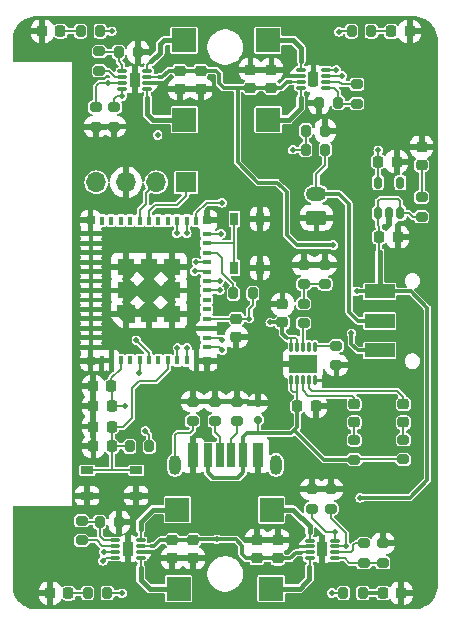
<source format=gbr>
%TF.GenerationSoftware,KiCad,Pcbnew,8.0.2*%
%TF.CreationDate,2024-08-19T18:08:15-05:00*%
%TF.ProjectId,tank,74616e6b-2e6b-4696-9361-645f70636258,rev?*%
%TF.SameCoordinates,Original*%
%TF.FileFunction,Copper,L1,Top*%
%TF.FilePolarity,Positive*%
%FSLAX46Y46*%
G04 Gerber Fmt 4.6, Leading zero omitted, Abs format (unit mm)*
G04 Created by KiCad (PCBNEW 8.0.2) date 2024-08-19 18:08:15*
%MOMM*%
%LPD*%
G01*
G04 APERTURE LIST*
G04 Aperture macros list*
%AMRoundRect*
0 Rectangle with rounded corners*
0 $1 Rounding radius*
0 $2 $3 $4 $5 $6 $7 $8 $9 X,Y pos of 4 corners*
0 Add a 4 corners polygon primitive as box body*
4,1,4,$2,$3,$4,$5,$6,$7,$8,$9,$2,$3,0*
0 Add four circle primitives for the rounded corners*
1,1,$1+$1,$2,$3*
1,1,$1+$1,$4,$5*
1,1,$1+$1,$6,$7*
1,1,$1+$1,$8,$9*
0 Add four rect primitives between the rounded corners*
20,1,$1+$1,$2,$3,$4,$5,0*
20,1,$1+$1,$4,$5,$6,$7,0*
20,1,$1+$1,$6,$7,$8,$9,0*
20,1,$1+$1,$8,$9,$2,$3,0*%
%AMFreePoly0*
4,1,14,0.728536,0.728536,0.730000,0.725000,0.730000,-0.725000,0.728536,-0.728536,0.725000,-0.730000,-0.725000,-0.730000,-0.728536,-0.728536,-0.730000,-0.725000,-0.730000,0.125000,-0.728536,0.128536,-0.128536,0.728536,-0.125000,0.730000,0.725000,0.730000,0.728536,0.728536,0.728536,0.728536,$1*%
G04 Aperture macros list end*
%TA.AperFunction,SMDPad,CuDef*%
%ADD10R,1.050000X0.650000*%
%TD*%
%TA.AperFunction,SMDPad,CuDef*%
%ADD11R,0.650000X1.050000*%
%TD*%
%TA.AperFunction,SMDPad,CuDef*%
%ADD12RoundRect,0.200000X-0.200000X-0.275000X0.200000X-0.275000X0.200000X0.275000X-0.200000X0.275000X0*%
%TD*%
%TA.AperFunction,SMDPad,CuDef*%
%ADD13RoundRect,0.200000X-0.275000X0.200000X-0.275000X-0.200000X0.275000X-0.200000X0.275000X0.200000X0*%
%TD*%
%TA.AperFunction,SMDPad,CuDef*%
%ADD14RoundRect,0.200000X0.275000X-0.200000X0.275000X0.200000X-0.275000X0.200000X-0.275000X-0.200000X0*%
%TD*%
%TA.AperFunction,SMDPad,CuDef*%
%ADD15RoundRect,0.200000X0.200000X0.275000X-0.200000X0.275000X-0.200000X-0.275000X0.200000X-0.275000X0*%
%TD*%
%TA.AperFunction,SMDPad,CuDef*%
%ADD16RoundRect,0.225000X-0.225000X-0.250000X0.225000X-0.250000X0.225000X0.250000X-0.225000X0.250000X0*%
%TD*%
%TA.AperFunction,SMDPad,CuDef*%
%ADD17RoundRect,0.225000X0.250000X-0.225000X0.250000X0.225000X-0.250000X0.225000X-0.250000X-0.225000X0*%
%TD*%
%TA.AperFunction,SMDPad,CuDef*%
%ADD18R,2.000000X2.000000*%
%TD*%
%TA.AperFunction,SMDPad,CuDef*%
%ADD19RoundRect,0.075000X-0.340000X-0.075000X0.340000X-0.075000X0.340000X0.075000X-0.340000X0.075000X0*%
%TD*%
%TA.AperFunction,SMDPad,CuDef*%
%ADD20RoundRect,0.225000X-0.225000X-0.425000X0.225000X-0.425000X0.225000X0.425000X-0.225000X0.425000X0*%
%TD*%
%TA.AperFunction,SMDPad,CuDef*%
%ADD21RoundRect,0.175000X-0.175000X-0.325000X0.175000X-0.325000X0.175000X0.325000X-0.175000X0.325000X0*%
%TD*%
%TA.AperFunction,ComponentPad*%
%ADD22R,1.700000X1.700000*%
%TD*%
%TA.AperFunction,ComponentPad*%
%ADD23O,1.700000X1.700000*%
%TD*%
%TA.AperFunction,SMDPad,CuDef*%
%ADD24R,0.400000X0.800000*%
%TD*%
%TA.AperFunction,SMDPad,CuDef*%
%ADD25R,0.800000X0.400000*%
%TD*%
%TA.AperFunction,SMDPad,CuDef*%
%ADD26FreePoly0,90.000000*%
%TD*%
%TA.AperFunction,ComponentPad*%
%ADD27C,0.508000*%
%TD*%
%TA.AperFunction,SMDPad,CuDef*%
%ADD28R,1.450000X1.450000*%
%TD*%
%TA.AperFunction,SMDPad,CuDef*%
%ADD29R,0.700000X0.700000*%
%TD*%
%TA.AperFunction,SMDPad,CuDef*%
%ADD30RoundRect,0.218750X-0.256250X0.218750X-0.256250X-0.218750X0.256250X-0.218750X0.256250X0.218750X0*%
%TD*%
%TA.AperFunction,SMDPad,CuDef*%
%ADD31RoundRect,0.225000X0.225000X0.250000X-0.225000X0.250000X-0.225000X-0.250000X0.225000X-0.250000X0*%
%TD*%
%TA.AperFunction,SMDPad,CuDef*%
%ADD32RoundRect,0.225000X-0.250000X0.225000X-0.250000X-0.225000X0.250000X-0.225000X0.250000X0.225000X0*%
%TD*%
%TA.AperFunction,SMDPad,CuDef*%
%ADD33R,0.700000X2.000000*%
%TD*%
%TA.AperFunction,SMDPad,CuDef*%
%ADD34R,0.800000X2.000000*%
%TD*%
%TA.AperFunction,SMDPad,CuDef*%
%ADD35R,0.900000X2.000000*%
%TD*%
%TA.AperFunction,ComponentPad*%
%ADD36O,1.000000X1.700000*%
%TD*%
%TA.AperFunction,ComponentPad*%
%ADD37RoundRect,0.250000X0.625000X-0.350000X0.625000X0.350000X-0.625000X0.350000X-0.625000X-0.350000X0*%
%TD*%
%TA.AperFunction,ComponentPad*%
%ADD38O,1.750000X1.200000*%
%TD*%
%TA.AperFunction,SMDPad,CuDef*%
%ADD39RoundRect,0.075000X0.340000X0.075000X-0.340000X0.075000X-0.340000X-0.075000X0.340000X-0.075000X0*%
%TD*%
%TA.AperFunction,SMDPad,CuDef*%
%ADD40RoundRect,0.225000X0.225000X0.425000X-0.225000X0.425000X-0.225000X-0.425000X0.225000X-0.425000X0*%
%TD*%
%TA.AperFunction,SMDPad,CuDef*%
%ADD41R,2.500000X1.200000*%
%TD*%
%TA.AperFunction,SMDPad,CuDef*%
%ADD42RoundRect,0.150000X-0.200000X0.150000X-0.200000X-0.150000X0.200000X-0.150000X0.200000X0.150000X0*%
%TD*%
%TA.AperFunction,SMDPad,CuDef*%
%ADD43RoundRect,0.075400X-0.054600X-0.344600X0.054600X-0.344600X0.054600X0.344600X-0.054600X0.344600X0*%
%TD*%
%TA.AperFunction,SMDPad,CuDef*%
%ADD44R,2.350000X1.580000*%
%TD*%
%TA.AperFunction,ViaPad*%
%ADD45C,0.508000*%
%TD*%
%TA.AperFunction,Conductor*%
%ADD46C,0.203200*%
%TD*%
%TA.AperFunction,Conductor*%
%ADD47C,0.304800*%
%TD*%
%TA.AperFunction,Conductor*%
%ADD48C,0.457200*%
%TD*%
G04 APERTURE END LIST*
D10*
%TO.P,S3,1*%
%TO.N,/CP_EN*%
X173210400Y-125213800D03*
X177360400Y-125213800D03*
%TO.P,S3,2*%
%TO.N,GND*%
X177360400Y-127363800D03*
X173210400Y-127363800D03*
%TD*%
D11*
%TO.P,S2,1*%
%TO.N,Net-(U5-IO9)*%
X185665800Y-108069200D03*
X185665800Y-103919200D03*
%TO.P,S2,2*%
%TO.N,GND*%
X187815800Y-103919200D03*
X187815800Y-108069200D03*
%TD*%
D12*
%TO.P,R30,1*%
%TO.N,/ADC_BATT*%
X191707000Y-96469200D03*
%TO.P,R30,2*%
%TO.N,GND*%
X193357000Y-96469200D03*
%TD*%
D13*
%TO.P,R29,1*%
%TO.N,GND*%
X192227200Y-126835400D03*
%TO.P,R29,2*%
%TO.N,MOTOR_1_IN2*%
X192227200Y-128485400D03*
%TD*%
%TO.P,R28,1*%
%TO.N,GND*%
X193852800Y-126810000D03*
%TO.P,R28,2*%
%TO.N,MOTOR_1_IN1*%
X193852800Y-128460000D03*
%TD*%
D14*
%TO.P,R27,1*%
%TO.N,GND*%
X175509400Y-96112600D03*
%TO.P,R27,2*%
%TO.N,MOTOR_0_IN2*%
X175509400Y-94462600D03*
%TD*%
%TO.P,R26,1*%
%TO.N,GND*%
X173913800Y-96125800D03*
%TO.P,R26,2*%
%TO.N,MOTOR_0_IN1*%
X173913800Y-94475800D03*
%TD*%
D15*
%TO.P,R10,1*%
%TO.N,LIPO+*%
X193357000Y-98069400D03*
%TO.P,R10,2*%
%TO.N,/ADC_BATT*%
X191707000Y-98069400D03*
%TD*%
D16*
%TO.P,D4,1,K*%
%TO.N,GND*%
X169392000Y-88036400D03*
%TO.P,D4,2,A*%
%TO.N,Net-(D4-A)*%
X170942000Y-88036400D03*
%TD*%
D17*
%TO.P,C2,1*%
%TO.N,RAW*%
X187028400Y-92838000D03*
%TO.P,C2,2*%
%TO.N,GND*%
X187028400Y-91288000D03*
%TD*%
D12*
%TO.P,R12,2*%
%TO.N,Net-(U5-IO27)*%
X174891200Y-135610600D03*
%TO.P,R12,1*%
%TO.N,Net-(D1-A)*%
X173241200Y-135610600D03*
%TD*%
D18*
%TO.P,J3,1,Pin_1*%
%TO.N,Net-(J3-Pin_1)*%
X181432200Y-95529400D03*
%TD*%
D14*
%TO.P,R5,2*%
%TO.N,Net-(U3-VSET)*%
X172745400Y-129502400D03*
%TO.P,R5,1*%
%TO.N,Net-(U3-VREF)*%
X172745400Y-131152400D03*
%TD*%
D13*
%TO.P,R3,1*%
%TO.N,Net-(U2-VREF)*%
X196037200Y-92520000D03*
%TO.P,R3,2*%
%TO.N,Net-(U2-VSET)*%
X196037200Y-94170000D03*
%TD*%
%TO.P,R22,1*%
%TO.N,Net-(U7-PROG)*%
X194310000Y-114682000D03*
%TO.P,R22,2*%
%TO.N,GND*%
X194310000Y-116332000D03*
%TD*%
D16*
%TO.P,C15,1*%
%TO.N,+3V3*%
X197853000Y-99085400D03*
%TO.P,C15,2*%
%TO.N,GND*%
X199403000Y-99085400D03*
%TD*%
D19*
%TO.P,U4,1,OUTB*%
%TO.N,Net-(J7-Pin_1)*%
X192040800Y-131164200D03*
%TO.P,U4,2,GND*%
%TO.N,GND*%
X192040800Y-131664200D03*
%TO.P,U4,3,VDD*%
%TO.N,RAW*%
X192040800Y-132164200D03*
%TO.P,U4,4,OUTA*%
%TO.N,Net-(J8-Pin_1)*%
X192040800Y-132664200D03*
%TO.P,U4,5,VSET*%
%TO.N,Net-(U4-VSET)*%
X194170800Y-132664200D03*
%TO.P,U4,6,VREF*%
%TO.N,Net-(U4-VREF)*%
X194170800Y-132164200D03*
%TO.P,U4,7,IN1*%
%TO.N,MOTOR_1_IN1*%
X194170800Y-131664200D03*
%TO.P,U4,8,IN2*%
%TO.N,MOTOR_1_IN2*%
X194170800Y-131164200D03*
D20*
%TO.P,U4,9,GND_PAD*%
%TO.N,GND*%
X193115800Y-131914200D03*
%TD*%
D15*
%TO.P,R9,1*%
%TO.N,+3V3*%
X178472600Y-123190000D03*
%TO.P,R9,2*%
%TO.N,/CP_EN*%
X176822600Y-123190000D03*
%TD*%
D18*
%TO.P,J6,1,Pin_1*%
%TO.N,Net-(J6-Pin_1)*%
X180822600Y-128549400D03*
%TD*%
D21*
%TO.P,U6,1,VIN*%
%TO.N,RAW*%
X197820200Y-103458800D03*
%TO.P,U6,2,GND*%
%TO.N,GND*%
X198770200Y-103458800D03*
%TO.P,U6,3,EN*%
%TO.N,RAW*%
X199720200Y-103458800D03*
%TO.P,U6,4,NC*%
%TO.N,unconnected-(U6-NC-Pad4)*%
X199720200Y-100858800D03*
%TO.P,U6,5,VOUT*%
%TO.N,+3V3*%
X197820200Y-100858800D03*
%TD*%
D13*
%TO.P,R25,1*%
%TO.N,Net-(D6-A)*%
X201514200Y-102097800D03*
%TO.P,R25,2*%
%TO.N,RAW*%
X201514200Y-103747800D03*
%TD*%
D22*
%TO.P,J11,1,Pin_1*%
%TO.N,/U0RXD*%
X181584600Y-100838000D03*
D23*
%TO.P,J11,2,Pin_2*%
%TO.N,/U0TXD*%
X179044600Y-100838000D03*
%TO.P,J11,3,Pin_3*%
%TO.N,GND*%
X176504600Y-100838000D03*
%TO.P,J11,4,Pin_4*%
%TO.N,+3V3*%
X173964600Y-100838000D03*
%TD*%
D14*
%TO.P,TH1,1*%
%TO.N,Net-(R23-Pad1)*%
X191542800Y-109448600D03*
%TO.P,TH1,2*%
%TO.N,GND*%
X191542800Y-107798600D03*
%TD*%
D17*
%TO.P,C4,1*%
%TO.N,RAW*%
X188806400Y-92838000D03*
%TO.P,C4,2*%
%TO.N,GND*%
X188806400Y-91288000D03*
%TD*%
%TO.P,C8,1*%
%TO.N,RAW*%
X189344800Y-132677200D03*
%TO.P,C8,2*%
%TO.N,GND*%
X189344800Y-131127200D03*
%TD*%
D24*
%TO.P,U5,1,GND*%
%TO.N,GND*%
X174432800Y-115895000D03*
%TO.P,U5,2,GND*%
X175232800Y-115895000D03*
%TO.P,U5,3,3v3*%
%TO.N,+3V3*%
X176032800Y-115895000D03*
%TO.P,U5,4,NC*%
%TO.N,unconnected-(U5-NC-Pad4)*%
X176832800Y-115895000D03*
%TO.P,U5,5,IO2*%
%TO.N,/ADC_BATT*%
X177632800Y-115895000D03*
%TO.P,U5,6,IO3*%
%TO.N,Net-(U5-IO3)*%
X178432800Y-115895000D03*
%TO.P,U5,7,NC*%
%TO.N,unconnected-(U5-NC-Pad7)*%
X179232800Y-115895000D03*
%TO.P,U5,8,EN*%
%TO.N,/CP_EN*%
X180032800Y-115895000D03*
%TO.P,U5,9,IO0*%
%TO.N,/SCL*%
X180832800Y-115895000D03*
%TO.P,U5,10,IO01*%
%TO.N,/SDA*%
X181632800Y-115895000D03*
%TO.P,U5,11,GND*%
%TO.N,GND*%
X182432800Y-115895000D03*
D25*
%TO.P,U5,12,IO13*%
%TO.N,MOTOR_0_IN1*%
X183332800Y-114795000D03*
%TO.P,U5,13,IO14*%
%TO.N,MOTOR_0_IN2*%
X183332800Y-113995000D03*
%TO.P,U5,14,GND*%
%TO.N,GND*%
X183332800Y-113195000D03*
%TO.P,U5,15,VBAT*%
%TO.N,+3V3*%
X183332800Y-112395000D03*
%TO.P,U5,16,IO12*%
%TO.N,unconnected-(U5-IO12-Pad16)*%
X183332800Y-111595000D03*
%TO.P,U5,17,NC*%
%TO.N,unconnected-(U5-NC-Pad17)*%
X183332800Y-110795000D03*
%TO.P,U5,18,IO4*%
%TO.N,MOTOR_1_IN1*%
X183332800Y-109995000D03*
%TO.P,U5,19,IO5*%
%TO.N,MOTOR_1_IN2*%
X183332800Y-109195000D03*
%TO.P,U5,20,IO10*%
%TO.N,/HAL_OUT*%
X183332800Y-108395000D03*
%TO.P,U5,21,IO11*%
%TO.N,Net-(U5-IO11)*%
X183332800Y-107595000D03*
%TO.P,U5,22,IO08*%
%TO.N,Net-(U5-IO08)*%
X183332800Y-106795000D03*
%TO.P,U5,23,IO9*%
%TO.N,Net-(U5-IO9)*%
X183332800Y-105995000D03*
%TO.P,U5,24,IO22*%
%TO.N,Net-(U5-IO22)*%
X183332800Y-105195000D03*
D24*
%TO.P,U5,25,IO25*%
%TO.N,Net-(U5-IO25)*%
X182432800Y-104095000D03*
%TO.P,U5,26,IO26*%
%TO.N,Net-(U5-IO26)*%
X181632800Y-104095000D03*
%TO.P,U5,27,IO27*%
%TO.N,Net-(U5-IO27)*%
X180832800Y-104095000D03*
%TO.P,U5,28,NC*%
%TO.N,unconnected-(U5-NC-Pad28)*%
X180032800Y-104095000D03*
%TO.P,U5,29,NC*%
%TO.N,unconnected-(U5-NC-Pad29)*%
X179232800Y-104095000D03*
%TO.P,U5,30,RXD0*%
%TO.N,/U0RXD*%
X178432800Y-104095000D03*
%TO.P,U5,31,TXD0*%
%TO.N,/U0TXD*%
X177632800Y-104095000D03*
%TO.P,U5,32,NC*%
%TO.N,unconnected-(U5-NC-Pad32)*%
X176832800Y-104095000D03*
%TO.P,U5,33,NC*%
%TO.N,unconnected-(U5-NC-Pad33)*%
X176032800Y-104095000D03*
%TO.P,U5,34,NC*%
%TO.N,unconnected-(U5-NC-Pad34)*%
X175232800Y-104095000D03*
%TO.P,U5,35,NC*%
%TO.N,unconnected-(U5-NC-Pad35)*%
X174432800Y-104095000D03*
D25*
%TO.P,U5,36,GND*%
%TO.N,GND*%
X173532800Y-105195000D03*
%TO.P,U5,37,GND*%
X173532800Y-105995000D03*
%TO.P,U5,38,GND*%
X173532800Y-106795000D03*
%TO.P,U5,39,GND*%
X173532800Y-107595000D03*
%TO.P,U5,40,GND*%
X173532800Y-108395000D03*
%TO.P,U5,41,GND*%
X173532800Y-109195000D03*
%TO.P,U5,42,GND*%
X173532800Y-109995000D03*
%TO.P,U5,43,GND*%
X173532800Y-110795000D03*
%TO.P,U5,44,GND*%
X173532800Y-111595000D03*
%TO.P,U5,45,GND*%
X173532800Y-112395000D03*
%TO.P,U5,46,GND*%
X173532800Y-113195000D03*
%TO.P,U5,47,GND*%
X173532800Y-113995000D03*
%TO.P,U5,48,GND*%
X173532800Y-114795000D03*
D26*
%TO.P,U5,49,EPAD*%
X176457800Y-111970000D03*
D27*
X177445300Y-111970000D03*
D28*
X178432800Y-111970000D03*
D27*
X179420300Y-111970000D03*
D28*
X180407800Y-111970000D03*
D27*
X176457800Y-110982500D03*
X178432800Y-110982500D03*
X180407800Y-110982500D03*
D28*
X176457800Y-109995000D03*
D27*
X177445300Y-109995000D03*
D28*
X178432800Y-109995000D03*
D27*
X179420300Y-109995000D03*
D28*
X180407800Y-109995000D03*
D27*
X176457800Y-109007500D03*
X178432800Y-109007500D03*
X180407800Y-109007500D03*
D28*
X176457800Y-108020000D03*
D27*
X177445300Y-108020000D03*
D28*
X178432800Y-108020000D03*
D27*
X179420300Y-108020000D03*
D28*
X180407800Y-108020000D03*
D29*
%TO.P,U5,50,GND*%
X173482800Y-104045000D03*
%TO.P,U5,51,GND*%
X183382800Y-104045000D03*
%TO.P,U5,52,GND*%
X183382800Y-115945000D03*
%TO.P,U5,53,GND*%
X173482800Y-115945000D03*
%TD*%
D30*
%TO.P,D6,1,K*%
%TO.N,GND*%
X201514200Y-97815300D03*
%TO.P,D6,2,A*%
%TO.N,Net-(D6-A)*%
X201514200Y-99390300D03*
%TD*%
D12*
%TO.P,R15,1*%
%TO.N,Net-(D4-A)*%
X172644000Y-88036400D03*
%TO.P,R15,2*%
%TO.N,Net-(U5-IO22)*%
X174294000Y-88036400D03*
%TD*%
D19*
%TO.P,U2,1,OUTB*%
%TO.N,Net-(J1-Pin_1)*%
X191287400Y-91313000D03*
%TO.P,U2,2,GND*%
%TO.N,GND*%
X191287400Y-91813000D03*
%TO.P,U2,3,VDD*%
%TO.N,RAW*%
X191287400Y-92313000D03*
%TO.P,U2,4,OUTA*%
%TO.N,Net-(J2-Pin_1)*%
X191287400Y-92813000D03*
%TO.P,U2,5,VSET*%
%TO.N,Net-(U2-VSET)*%
X193417400Y-92813000D03*
%TO.P,U2,6,VREF*%
%TO.N,Net-(U2-VREF)*%
X193417400Y-92313000D03*
%TO.P,U2,7,IN1*%
%TO.N,MOTOR_1_IN1*%
X193417400Y-91813000D03*
%TO.P,U2,8,IN2*%
%TO.N,MOTOR_1_IN2*%
X193417400Y-91313000D03*
D20*
%TO.P,U2,9,GND_PAD*%
%TO.N,GND*%
X192362400Y-92063000D03*
%TD*%
D15*
%TO.P,R4,1*%
%TO.N,Net-(U2-VSET)*%
X194457400Y-94095000D03*
%TO.P,R4,2*%
%TO.N,GND*%
X192807400Y-94095000D03*
%TD*%
D18*
%TO.P,J4,1,Pin_1*%
%TO.N,Net-(J4-Pin_1)*%
X181406800Y-88798400D03*
%TD*%
D13*
%TO.P,R23,1*%
%TO.N,Net-(R23-Pad1)*%
X191541400Y-111100600D03*
%TO.P,R23,2*%
%TO.N,Net-(U7-THERM)*%
X191541400Y-112750600D03*
%TD*%
D16*
%TO.P,C16,1*%
%TO.N,+5V*%
X190995000Y-119786400D03*
%TO.P,C16,2*%
%TO.N,GND*%
X192545000Y-119786400D03*
%TD*%
D31*
%TO.P,C12,1*%
%TO.N,/CP_EN*%
X175273000Y-121513600D03*
%TO.P,C12,2*%
%TO.N,GND*%
X173723000Y-121513600D03*
%TD*%
D13*
%TO.P,R7,1*%
%TO.N,Net-(U4-VREF)*%
X196621400Y-131407400D03*
%TO.P,R7,2*%
%TO.N,Net-(U4-VSET)*%
X196621400Y-133057400D03*
%TD*%
D32*
%TO.P,D9,1,K*%
%TO.N,/STAT1*%
X195808600Y-119621000D03*
%TO.P,D9,2,A*%
%TO.N,Net-(D9-A)*%
X195808600Y-121171000D03*
%TD*%
D15*
%TO.P,R14,1*%
%TO.N,Net-(D3-A)*%
X197243200Y-88036400D03*
%TO.P,R14,2*%
%TO.N,Net-(U5-IO25)*%
X195593200Y-88036400D03*
%TD*%
D32*
%TO.P,C7,2*%
%TO.N,GND*%
X180416200Y-132664200D03*
%TO.P,C7,1*%
%TO.N,RAW*%
X180416200Y-131114200D03*
%TD*%
D16*
%TO.P,C14,1*%
%TO.N,RAW*%
X197945200Y-105460800D03*
%TO.P,C14,2*%
%TO.N,GND*%
X199495200Y-105460800D03*
%TD*%
D18*
%TO.P,J5,1,Pin_1*%
%TO.N,Net-(J5-Pin_1)*%
X180949600Y-135255000D03*
%TD*%
D12*
%TO.P,R6,2*%
%TO.N,GND*%
X175907200Y-129603200D03*
%TO.P,R6,1*%
%TO.N,Net-(U3-VSET)*%
X174257200Y-129603200D03*
%TD*%
D18*
%TO.P,J7,1,Pin_1*%
%TO.N,Net-(J7-Pin_1)*%
X188823600Y-128574800D03*
%TD*%
D33*
%TO.P,P1,A5,CC*%
%TO.N,Net-(P1-CC)*%
X184412000Y-123950600D03*
D34*
%TO.P,P1,A9,VBUS*%
%TO.N,+5V*%
X183392000Y-123950600D03*
D35*
%TO.P,P1,A12,GND*%
%TO.N,GND*%
X182162000Y-123950600D03*
D33*
%TO.P,P1,B5,VCONN*%
%TO.N,Net-(P1-VCONN)*%
X185412000Y-123950600D03*
D34*
%TO.P,P1,B9,VBUS*%
%TO.N,+5V*%
X186432000Y-123950600D03*
D35*
%TO.P,P1,B12,GND*%
%TO.N,GND*%
X187662000Y-123950600D03*
D36*
%TO.P,P1,S1,SHIELD*%
%TO.N,Net-(P1-SHIELD)*%
X180642000Y-124750600D03*
%TO.P,P1,S2*%
%TO.N,N/C*%
X189182000Y-124750600D03*
%TD*%
D14*
%TO.P,R17,1*%
%TO.N,Net-(P1-VCONN)*%
X185877200Y-121043200D03*
%TO.P,R17,2*%
%TO.N,GND*%
X185877200Y-119393200D03*
%TD*%
D37*
%TO.P,J12,1,Pin_1*%
%TO.N,GND*%
X192617000Y-103819200D03*
D38*
%TO.P,J12,2,Pin_2*%
%TO.N,LIPO+*%
X192617000Y-101819200D03*
%TD*%
D32*
%TO.P,C3,1*%
%TO.N,RAW*%
X181043000Y-91380200D03*
%TO.P,C3,2*%
%TO.N,GND*%
X181043000Y-92930200D03*
%TD*%
D39*
%TO.P,U1,1,OUTB*%
%TO.N,Net-(J3-Pin_1)*%
X178308000Y-92905200D03*
%TO.P,U1,2,GND*%
%TO.N,GND*%
X178308000Y-92405200D03*
%TO.P,U1,3,VDD*%
%TO.N,RAW*%
X178308000Y-91905200D03*
%TO.P,U1,4,OUTA*%
%TO.N,Net-(J4-Pin_1)*%
X178308000Y-91405200D03*
%TO.P,U1,5,VSET*%
%TO.N,Net-(U1-VSET)*%
X176178000Y-91405200D03*
%TO.P,U1,6,VREF*%
%TO.N,Net-(U1-VREF)*%
X176178000Y-91905200D03*
%TO.P,U1,7,IN1*%
%TO.N,MOTOR_0_IN1*%
X176178000Y-92405200D03*
%TO.P,U1,8,IN2*%
%TO.N,MOTOR_0_IN2*%
X176178000Y-92905200D03*
D40*
%TO.P,U1,9,GND_PAD*%
%TO.N,GND*%
X177233000Y-92155200D03*
%TD*%
D15*
%TO.P,R13,1*%
%TO.N,Net-(D2-A)*%
X196544400Y-135610600D03*
%TO.P,R13,2*%
%TO.N,Net-(U5-IO26)*%
X194894400Y-135610600D03*
%TD*%
D14*
%TO.P,R1,1*%
%TO.N,Net-(U1-VREF)*%
X174244000Y-91401400D03*
%TO.P,R1,2*%
%TO.N,Net-(U1-VSET)*%
X174244000Y-89751400D03*
%TD*%
D32*
%TO.P,C5,2*%
%TO.N,GND*%
X182194200Y-132664200D03*
%TO.P,C5,1*%
%TO.N,RAW*%
X182194200Y-131114200D03*
%TD*%
D16*
%TO.P,D1,2,A*%
%TO.N,Net-(D1-A)*%
X171615400Y-135620000D03*
%TO.P,D1,1,K*%
%TO.N,GND*%
X170065400Y-135620000D03*
%TD*%
D31*
%TO.P,D2,1,K*%
%TO.N,GND*%
X199796400Y-135610600D03*
%TO.P,D2,2,A*%
%TO.N,Net-(D2-A)*%
X198246400Y-135610600D03*
%TD*%
D32*
%TO.P,C1,1*%
%TO.N,RAW*%
X182821000Y-91380200D03*
%TO.P,C1,2*%
%TO.N,GND*%
X182821000Y-92930200D03*
%TD*%
D18*
%TO.P,J2,1,Pin_1*%
%TO.N,Net-(J2-Pin_1)*%
X188518800Y-95529400D03*
%TD*%
D14*
%TO.P,R20,1*%
%TO.N,+5V*%
X199974200Y-124294400D03*
%TO.P,R20,2*%
%TO.N,Net-(D8-A)*%
X199974200Y-122644400D03*
%TD*%
D13*
%TO.P,R24,1*%
%TO.N,GND*%
X193344800Y-107798600D03*
%TO.P,R24,2*%
%TO.N,Net-(R23-Pad1)*%
X193344800Y-109448600D03*
%TD*%
D14*
%TO.P,R18,1*%
%TO.N,Net-(P1-CC)*%
X184023000Y-121043200D03*
%TO.P,R18,2*%
%TO.N,GND*%
X184023000Y-119393200D03*
%TD*%
D31*
%TO.P,C11,1*%
%TO.N,+3V3*%
X175247600Y-118110000D03*
%TO.P,C11,2*%
%TO.N,GND*%
X173697600Y-118110000D03*
%TD*%
D41*
%TO.P,S1,1*%
%TO.N,/CHRGR+*%
X197986200Y-115072800D03*
%TO.P,S1,2*%
%TO.N,LIPO+*%
X197986200Y-112572800D03*
%TO.P,S1,3*%
%TO.N,RAW*%
X197986200Y-110072800D03*
%TD*%
D18*
%TO.P,J8,1,Pin_1*%
%TO.N,Net-(J8-Pin_1)*%
X188772800Y-135229600D03*
%TD*%
D42*
%TO.P,D5,1*%
%TO.N,+5V*%
X187655200Y-120918200D03*
%TO.P,D5,2*%
%TO.N,GND*%
X187655200Y-119518200D03*
%TD*%
D18*
%TO.P,J1,1,Pin_1*%
%TO.N,Net-(J1-Pin_1)*%
X188493400Y-88798400D03*
%TD*%
D17*
%TO.P,C6,1*%
%TO.N,RAW*%
X187566800Y-132662200D03*
%TO.P,C6,2*%
%TO.N,GND*%
X187566800Y-131112200D03*
%TD*%
D14*
%TO.P,R21,1*%
%TO.N,+5V*%
X195808600Y-124306600D03*
%TO.P,R21,2*%
%TO.N,Net-(D9-A)*%
X195808600Y-122656600D03*
%TD*%
D32*
%TO.P,D8,1,K*%
%TO.N,/STAT2*%
X199974200Y-119621000D03*
%TO.P,D8,2,A*%
%TO.N,Net-(D8-A)*%
X199974200Y-121171000D03*
%TD*%
D31*
%TO.P,C10,1*%
%TO.N,/CP_EN*%
X175285400Y-123190000D03*
%TO.P,C10,2*%
%TO.N,GND*%
X173735400Y-123190000D03*
%TD*%
%TO.P,D3,1,K*%
%TO.N,GND*%
X200495200Y-88061800D03*
%TO.P,D3,2,A*%
%TO.N,Net-(D3-A)*%
X198945200Y-88061800D03*
%TD*%
D43*
%TO.P,U7,1,VDD*%
%TO.N,+5V*%
X190482600Y-117615000D03*
%TO.P,U7,2,VDD*%
X190982600Y-117615000D03*
%TO.P,U7,3,STAT1*%
%TO.N,/STAT1*%
X191482600Y-117615000D03*
%TO.P,U7,4,STAT2*%
%TO.N,/STAT2*%
X191982600Y-117615000D03*
%TO.P,U7,5,VSS*%
%TO.N,GND*%
X192482600Y-117615000D03*
%TO.P,U7,6,PROG*%
%TO.N,Net-(U7-PROG)*%
X192482600Y-114745000D03*
%TO.P,U7,7,PG(TE)*%
%TO.N,unconnected-(U7-PG(TE)-Pad7)*%
X191982600Y-114745000D03*
%TO.P,U7,8,THERM*%
%TO.N,Net-(U7-THERM)*%
X191482600Y-114745000D03*
%TO.P,U7,9,VBAT*%
%TO.N,/CHRGR+*%
X190982600Y-114745000D03*
%TO.P,U7,10,VBAT*%
X190482600Y-114745000D03*
D44*
%TO.P,U7,11,PAD*%
%TO.N,GND*%
X191482600Y-116180000D03*
%TD*%
D17*
%TO.P,C17,1*%
%TO.N,/CHRGR+*%
X189738000Y-112700600D03*
%TO.P,C17,2*%
%TO.N,GND*%
X189738000Y-111150600D03*
%TD*%
D12*
%TO.P,R11,1*%
%TO.N,Net-(U5-IO08)*%
X185585600Y-110236000D03*
%TO.P,R11,2*%
%TO.N,+3V3*%
X187235600Y-110236000D03*
%TD*%
D14*
%TO.P,R16,1*%
%TO.N,Net-(P1-SHIELD)*%
X182143400Y-121043200D03*
%TO.P,R16,2*%
%TO.N,GND*%
X182143400Y-119393200D03*
%TD*%
%TO.P,R8,1*%
%TO.N,Net-(U4-VSET)*%
X198247000Y-133057400D03*
%TO.P,R8,2*%
%TO.N,GND*%
X198247000Y-131407400D03*
%TD*%
D12*
%TO.P,R2,1*%
%TO.N,Net-(U1-VSET)*%
X175857400Y-89814400D03*
%TO.P,R2,2*%
%TO.N,GND*%
X177507400Y-89814400D03*
%TD*%
D31*
%TO.P,C9,1*%
%TO.N,+3V3*%
X175273000Y-119786400D03*
%TO.P,C9,2*%
%TO.N,GND*%
X173723000Y-119786400D03*
%TD*%
D40*
%TO.P,U3,9,GND_PAD*%
%TO.N,GND*%
X176645200Y-131877200D03*
D39*
%TO.P,U3,8,IN2*%
%TO.N,MOTOR_0_IN2*%
X175590200Y-132627200D03*
%TO.P,U3,7,IN1*%
%TO.N,MOTOR_0_IN1*%
X175590200Y-132127200D03*
%TO.P,U3,6,VREF*%
%TO.N,Net-(U3-VREF)*%
X175590200Y-131627200D03*
%TO.P,U3,5,VSET*%
%TO.N,Net-(U3-VSET)*%
X175590200Y-131127200D03*
%TO.P,U3,4,OUTA*%
%TO.N,Net-(J6-Pin_1)*%
X177720200Y-131127200D03*
%TO.P,U3,3,VDD*%
%TO.N,RAW*%
X177720200Y-131627200D03*
%TO.P,U3,2,GND*%
%TO.N,GND*%
X177720200Y-132127200D03*
%TO.P,U3,1,OUTB*%
%TO.N,Net-(J5-Pin_1)*%
X177720200Y-132627200D03*
%TD*%
D32*
%TO.P,C13,1*%
%TO.N,+3V3*%
X185826400Y-112382000D03*
%TO.P,C13,2*%
%TO.N,GND*%
X185826400Y-113932000D03*
%TD*%
D45*
%TO.N,/CHRGR+*%
X195580000Y-113614200D03*
X188696600Y-112699800D03*
%TO.N,Net-(U5-IO3)*%
X177368200Y-114198400D03*
%TO.N,+3V3*%
X179171600Y-96824800D03*
%TO.N,GND*%
X194691000Y-107213400D03*
X195732400Y-126542800D03*
X190652400Y-130454400D03*
X181432200Y-126161800D03*
X187655200Y-126060200D03*
X185623200Y-116992400D03*
X187706000Y-112369600D03*
X189153800Y-108051600D03*
X172466000Y-117119400D03*
X172466000Y-124104400D03*
X177266600Y-128625600D03*
X168656000Y-134213600D03*
X175564800Y-133604000D03*
X182803800Y-134010400D03*
X186182000Y-130225800D03*
X200710800Y-134137400D03*
X199669400Y-131419600D03*
X193522600Y-133324600D03*
X190906400Y-126771400D03*
X193141600Y-121259600D03*
X193751200Y-117627400D03*
X200075800Y-97078800D03*
X198755000Y-104419400D03*
X200787000Y-106349800D03*
X190525400Y-106781600D03*
X184531000Y-103606600D03*
X187172600Y-99339400D03*
X184175400Y-93167200D03*
X172059600Y-89433400D03*
X177800000Y-96393000D03*
X176657000Y-88823800D03*
X177876200Y-87274400D03*
X193802000Y-90220800D03*
X201295000Y-89890600D03*
%TO.N,+3V3*%
X197840600Y-98120200D03*
X186944000Y-112369600D03*
X178130200Y-121894600D03*
%TO.N,RAW*%
X196011800Y-110058200D03*
X194030600Y-106146600D03*
%TO.N,Net-(U5-IO26)*%
X181635400Y-105130600D03*
%TO.N,Net-(U5-IO27)*%
X180797200Y-105156000D03*
%TO.N,Net-(U5-IO26)*%
X193929000Y-135610600D03*
%TO.N,/ADC_BATT*%
X190601600Y-98069400D03*
%TO.N,Net-(U5-IO25)*%
X184607200Y-102565200D03*
%TO.N,MOTOR_1_IN1*%
X184429400Y-109982000D03*
%TO.N,MOTOR_1_IN2*%
X184429400Y-109194600D03*
%TO.N,MOTOR_0_IN1*%
X184632600Y-115036600D03*
%TO.N,MOTOR_0_IN2*%
X184658000Y-114173000D03*
%TO.N,/SDA*%
X181635400Y-114833400D03*
%TO.N,/SCL*%
X180848000Y-114833400D03*
%TO.N,Net-(U5-IO11)*%
X182448200Y-107594400D03*
%TO.N,/HAL_OUT*%
X182295800Y-108356400D03*
%TO.N,RAW*%
X184175400Y-131064000D03*
X196316600Y-127533400D03*
%TO.N,Net-(U5-IO22)*%
X184531000Y-105181400D03*
%TO.N,/ADC_BATT*%
X177622200Y-117017800D03*
%TO.N,+3V3*%
X176377600Y-119786400D03*
%TO.N,MOTOR_1_IN1*%
X195097400Y-131648200D03*
%TO.N,MOTOR_1_IN2*%
X194183000Y-130479800D03*
%TO.N,MOTOR_0_IN2*%
X174548800Y-132867400D03*
%TO.N,MOTOR_0_IN1*%
X174599600Y-132130800D03*
%TO.N,Net-(U5-IO27)*%
X176149000Y-135636000D03*
%TO.N,MOTOR_1_IN1*%
X194818000Y-91821000D03*
%TO.N,MOTOR_1_IN2*%
X194310000Y-91313000D03*
%TO.N,Net-(U5-IO25)*%
X194513200Y-88087200D03*
%TO.N,MOTOR_0_IN2*%
X176174400Y-93522800D03*
%TO.N,MOTOR_0_IN1*%
X174980600Y-92430600D03*
%TO.N,Net-(U5-IO22)*%
X175285400Y-88036400D03*
%TD*%
D46*
%TO.N,Net-(U5-IO25)*%
X194564000Y-88036400D02*
X195593200Y-88036400D01*
X194513200Y-88087200D02*
X194564000Y-88036400D01*
%TO.N,Net-(D3-A)*%
X198919800Y-88036400D02*
X197243200Y-88036400D01*
X198945200Y-88061800D02*
X198919800Y-88036400D01*
%TO.N,Net-(D1-A)*%
X173231800Y-135620000D02*
X173241200Y-135610600D01*
X171615400Y-135620000D02*
X173231800Y-135620000D01*
%TO.N,Net-(U5-IO27)*%
X174891200Y-135610600D02*
X174916600Y-135636000D01*
X174916600Y-135636000D02*
X176149000Y-135636000D01*
D47*
%TO.N,RAW*%
X189329800Y-132662200D02*
X189344800Y-132677200D01*
X187566800Y-132662200D02*
X189329800Y-132662200D01*
%TO.N,/CHRGR+*%
X196124200Y-115072800D02*
X197986200Y-115072800D01*
X195580000Y-113614200D02*
X195580000Y-114528600D01*
X195580000Y-114528600D02*
X196124200Y-115072800D01*
X188697400Y-112700600D02*
X188696600Y-112699800D01*
X189738000Y-112700600D02*
X188697400Y-112700600D01*
D46*
%TO.N,Net-(U5-IO3)*%
X178432800Y-115263000D02*
X177368200Y-114198400D01*
X178432800Y-115895000D02*
X178432800Y-115263000D01*
%TO.N,/U0TXD*%
X178155600Y-101727000D02*
X179044600Y-100838000D01*
X178155600Y-102692200D02*
X178155600Y-101727000D01*
X177632800Y-103215000D02*
X178155600Y-102692200D01*
X177632800Y-104095000D02*
X177632800Y-103215000D01*
%TO.N,/U0RXD*%
X180771800Y-102768400D02*
X181584600Y-101955600D01*
X178917600Y-102768400D02*
X180771800Y-102768400D01*
X178432800Y-103253200D02*
X178917600Y-102768400D01*
X181584600Y-101955600D02*
X181584600Y-100838000D01*
X178432800Y-104095000D02*
X178432800Y-103253200D01*
%TO.N,+3V3*%
X197853000Y-98132600D02*
X197840600Y-98120200D01*
X197853000Y-99085400D02*
X197853000Y-98132600D01*
X186944000Y-111531400D02*
X186944000Y-112369600D01*
X187235600Y-111239800D02*
X186944000Y-111531400D01*
X187235600Y-110236000D02*
X187235600Y-111239800D01*
X186931600Y-112382000D02*
X186944000Y-112369600D01*
X185826400Y-112382000D02*
X186931600Y-112382000D01*
X183345800Y-112382000D02*
X183332800Y-112395000D01*
X185826400Y-112382000D02*
X183345800Y-112382000D01*
X178472600Y-122237000D02*
X178130200Y-121894600D01*
X178472600Y-123190000D02*
X178472600Y-122237000D01*
D47*
%TO.N,RAW*%
X200598400Y-110072800D02*
X197986200Y-110072800D01*
X202006200Y-111480600D02*
X200598400Y-110072800D01*
X196316600Y-127533400D02*
X200533000Y-127533400D01*
X200533000Y-127533400D02*
X202006200Y-126060200D01*
X202006200Y-126060200D02*
X202006200Y-111480600D01*
X196011800Y-110058200D02*
X197971600Y-110058200D01*
X197971600Y-110058200D02*
X197986200Y-110072800D01*
%TO.N,LIPO+*%
X195376800Y-102641400D02*
X194554600Y-101819200D01*
X195376800Y-111810800D02*
X195376800Y-102641400D01*
X196138800Y-112572800D02*
X195376800Y-111810800D01*
X197986200Y-112572800D02*
X196138800Y-112572800D01*
X194554600Y-101819200D02*
X192617000Y-101819200D01*
%TO.N,RAW*%
X190957200Y-106146600D02*
X194030600Y-106146600D01*
X190093600Y-105283000D02*
X190957200Y-106146600D01*
X190093600Y-101676200D02*
X190093600Y-105283000D01*
X189687200Y-101269800D02*
X190093600Y-101676200D01*
X189280800Y-100863400D02*
X189687200Y-101269800D01*
X187655200Y-100863400D02*
X189280800Y-100863400D01*
D46*
%TO.N,Net-(U5-IO26)*%
X181632800Y-105128000D02*
X181635400Y-105130600D01*
X181632800Y-104095000D02*
X181632800Y-105128000D01*
%TO.N,Net-(U5-IO27)*%
X180832800Y-105120400D02*
X180797200Y-105156000D01*
X180832800Y-104095000D02*
X180832800Y-105120400D01*
%TO.N,Net-(U5-IO26)*%
X194894400Y-135610600D02*
X193929000Y-135610600D01*
D47*
%TO.N,Net-(D2-A)*%
X198246400Y-135610600D02*
X196544400Y-135610600D01*
D46*
%TO.N,/ADC_BATT*%
X191707000Y-98069400D02*
X190601600Y-98069400D01*
D47*
%TO.N,RAW*%
X185929000Y-99137200D02*
X187655200Y-100863400D01*
X185929000Y-92838000D02*
X185929000Y-99137200D01*
X180095000Y-91380200D02*
X179552600Y-91922600D01*
X179552600Y-91922600D02*
X179247800Y-91922600D01*
X181043000Y-91380200D02*
X180095000Y-91380200D01*
D46*
X179230400Y-91905200D02*
X179247800Y-91922600D01*
X178308000Y-91905200D02*
X179230400Y-91905200D01*
%TO.N,Net-(U5-IO25)*%
X184607200Y-102565200D02*
X183311800Y-102565200D01*
X183311800Y-102565200D02*
X182432800Y-103444200D01*
X182432800Y-103444200D02*
X182432800Y-104095000D01*
%TO.N,MOTOR_1_IN1*%
X184416400Y-109995000D02*
X184429400Y-109982000D01*
X183332800Y-109995000D02*
X184416400Y-109995000D01*
%TO.N,MOTOR_1_IN2*%
X184429000Y-109195000D02*
X184429400Y-109194600D01*
X183332800Y-109195000D02*
X184429000Y-109195000D01*
%TO.N,Net-(U5-IO08)*%
X185585600Y-109461800D02*
X184632600Y-108508800D01*
X184632600Y-108508800D02*
X184632600Y-107213400D01*
X184632600Y-107213400D02*
X184214200Y-106795000D01*
X185585600Y-110236000D02*
X185585600Y-109461800D01*
X184214200Y-106795000D02*
X183332800Y-106795000D01*
%TO.N,MOTOR_0_IN1*%
X184632600Y-115036600D02*
X184391000Y-114795000D01*
X184391000Y-114795000D02*
X183332800Y-114795000D01*
%TO.N,MOTOR_0_IN2*%
X184480000Y-113995000D02*
X184658000Y-114173000D01*
X183332800Y-113995000D02*
X184480000Y-113995000D01*
%TO.N,/SDA*%
X181632800Y-114836000D02*
X181635400Y-114833400D01*
X181632800Y-115895000D02*
X181632800Y-114836000D01*
%TO.N,/SCL*%
X180848000Y-115879800D02*
X180832800Y-115895000D01*
X180848000Y-114833400D02*
X180848000Y-115879800D01*
%TO.N,Net-(U5-IO11)*%
X182448800Y-107595000D02*
X182448200Y-107594400D01*
X183332800Y-107595000D02*
X182448800Y-107595000D01*
%TO.N,/HAL_OUT*%
X182295800Y-108356400D02*
X183294200Y-108356400D01*
X183294200Y-108356400D02*
X183332800Y-108395000D01*
D47*
%TO.N,RAW*%
X190906400Y-132181600D02*
X191287400Y-132181600D01*
X190410800Y-132677200D02*
X190906400Y-132181600D01*
X189344800Y-132677200D02*
X190410800Y-132677200D01*
D46*
X191304800Y-132164200D02*
X191287400Y-132181600D01*
X192040800Y-132164200D02*
X191304800Y-132164200D01*
X178608400Y-131627200D02*
X178612800Y-131622800D01*
X177720200Y-131627200D02*
X178608400Y-131627200D01*
D47*
X178866800Y-131622800D02*
X178612800Y-131622800D01*
X179095400Y-131394200D02*
X178866800Y-131622800D01*
X179375400Y-131114200D02*
X179095400Y-131394200D01*
X180416200Y-131114200D02*
X179375400Y-131114200D01*
X186309000Y-131597400D02*
X185775600Y-131064000D01*
X186637200Y-132662200D02*
X186309000Y-132334000D01*
X185775600Y-131064000D02*
X184175400Y-131064000D01*
X187566800Y-132662200D02*
X186637200Y-132662200D01*
X186309000Y-132334000D02*
X186309000Y-131597400D01*
X180416200Y-131114200D02*
X182194200Y-131114200D01*
X182244400Y-131064000D02*
X182194200Y-131114200D01*
X184175400Y-131064000D02*
X182244400Y-131064000D01*
X185929000Y-92838000D02*
X185928000Y-92837000D01*
X187028400Y-92838000D02*
X185929000Y-92838000D01*
X189584600Y-92838000D02*
X188806400Y-92838000D01*
X190109600Y-92313000D02*
X189584600Y-92838000D01*
D46*
X190423800Y-92313000D02*
X191287400Y-92313000D01*
D47*
X190423800Y-92313000D02*
X190109600Y-92313000D01*
X181043000Y-91380200D02*
X182821000Y-91380200D01*
X187028400Y-92838000D02*
X188806400Y-92838000D01*
D46*
X197945200Y-106702400D02*
X197986200Y-106743400D01*
D48*
X197986200Y-106743400D02*
X197986200Y-110072800D01*
D46*
X197945200Y-105460800D02*
X197945200Y-106702400D01*
%TO.N,+3V3*%
X197820200Y-99118200D02*
X197853000Y-99085400D01*
X197820200Y-100858800D02*
X197820200Y-99118200D01*
%TO.N,RAW*%
X200461400Y-103458800D02*
X199720200Y-103458800D01*
X200750400Y-103747800D02*
X200461400Y-103458800D01*
X201514200Y-103747800D02*
X200750400Y-103747800D01*
X199720200Y-102438200D02*
X199720200Y-103458800D01*
X198018400Y-102209600D02*
X199491600Y-102209600D01*
X199491600Y-102209600D02*
X199720200Y-102438200D01*
X197820200Y-103458800D02*
X197820200Y-102407800D01*
X197820200Y-102407800D02*
X198018400Y-102209600D01*
X197945200Y-104600200D02*
X197945200Y-105460800D01*
X197820200Y-104475200D02*
X197945200Y-104600200D01*
X197820200Y-103458800D02*
X197820200Y-104475200D01*
%TO.N,/STAT2*%
X199974200Y-118999000D02*
X199974200Y-119621000D01*
X199466200Y-118491000D02*
X199974200Y-118999000D01*
X191982600Y-117615000D02*
X191982600Y-118246400D01*
X191982600Y-118246400D02*
X192227200Y-118491000D01*
X192227200Y-118491000D02*
X199466200Y-118491000D01*
%TO.N,/STAT1*%
X195808600Y-119075200D02*
X195808600Y-119621000D01*
X195630800Y-118897400D02*
X195808600Y-119075200D01*
X191922400Y-118897400D02*
X195630800Y-118897400D01*
X191465200Y-118440200D02*
X191922400Y-118897400D01*
X191465200Y-117632400D02*
X191465200Y-118440200D01*
X191482600Y-117615000D02*
X191465200Y-117632400D01*
%TO.N,Net-(D8-A)*%
X199974200Y-121171000D02*
X199974200Y-122644400D01*
%TO.N,Net-(D9-A)*%
X195808600Y-122656600D02*
X195808600Y-121171000D01*
D47*
%TO.N,+5V*%
X190754000Y-121793000D02*
X190995000Y-121552000D01*
D46*
X190982600Y-119774000D02*
X190995000Y-119786400D01*
X190982600Y-118567200D02*
X190982600Y-119774000D01*
D47*
X190995000Y-121552000D02*
X190995000Y-119786400D01*
D46*
%TO.N,Net-(U7-PROG)*%
X192545600Y-114682000D02*
X192482600Y-114745000D01*
X194310000Y-114682000D02*
X192545600Y-114682000D01*
%TO.N,+5V*%
X195820800Y-124294400D02*
X195808600Y-124306600D01*
X199974200Y-124294400D02*
X195820800Y-124294400D01*
D47*
X193267600Y-124306600D02*
X195808600Y-124306600D01*
X190754000Y-121793000D02*
X193267600Y-124306600D01*
X190449200Y-122097800D02*
X190754000Y-121793000D01*
D46*
%TO.N,Net-(U5-IO22)*%
X184517400Y-105195000D02*
X184531000Y-105181400D01*
X183332800Y-105195000D02*
X184517400Y-105195000D01*
%TO.N,Net-(U5-IO9)*%
X185641200Y-105995000D02*
X185665800Y-106019600D01*
X183332800Y-105995000D02*
X185641200Y-105995000D01*
X185665800Y-108069200D02*
X185665800Y-106019600D01*
X185665800Y-106019600D02*
X185665800Y-103919200D01*
%TO.N,Net-(R23-Pad1)*%
X193344800Y-109448600D02*
X191542800Y-109448600D01*
X191541400Y-109450000D02*
X191542800Y-109448600D01*
X191541400Y-111100600D02*
X191541400Y-109450000D01*
%TO.N,Net-(U7-THERM)*%
X191482600Y-112809400D02*
X191541400Y-112750600D01*
X191482600Y-114745000D02*
X191482600Y-112809400D01*
%TO.N,/CHRGR+*%
X190982600Y-114745000D02*
X190982600Y-114147600D01*
X190982600Y-114147600D02*
X190889000Y-114054000D01*
X190889000Y-114054000D02*
X190482600Y-114054000D01*
X190144400Y-114046000D02*
X190474600Y-114046000D01*
X190474600Y-114046000D02*
X190482600Y-114054000D01*
D47*
X189738000Y-112700600D02*
X189738000Y-113639600D01*
X189738000Y-113639600D02*
X190144400Y-114046000D01*
D46*
X190482600Y-114054000D02*
X190482600Y-114745000D01*
%TO.N,+5V*%
X187655200Y-120918200D02*
X187655200Y-122047000D01*
D47*
X187604400Y-122097800D02*
X190449200Y-122097800D01*
X186715400Y-122097800D02*
X187604400Y-122097800D01*
D46*
X187655200Y-122047000D02*
X187604400Y-122097800D01*
%TO.N,/CP_EN*%
X176961800Y-120802400D02*
X176961800Y-118287800D01*
X176961800Y-118287800D02*
X177622200Y-117627400D01*
X179070000Y-117627400D02*
X180032800Y-116664600D01*
X176250600Y-121513600D02*
X176961800Y-120802400D01*
X177622200Y-117627400D02*
X179070000Y-117627400D01*
X175273000Y-121513600D02*
X176250600Y-121513600D01*
X180032800Y-116664600D02*
X180032800Y-115895000D01*
%TO.N,/ADC_BATT*%
X177632800Y-117007200D02*
X177622200Y-117017800D01*
X177632800Y-115895000D02*
X177632800Y-117007200D01*
%TO.N,+3V3*%
X175273000Y-119786400D02*
X176377600Y-119786400D01*
X175247600Y-117385800D02*
X175247600Y-118110000D01*
X176032800Y-116600600D02*
X175247600Y-117385800D01*
X176032800Y-115895000D02*
X176032800Y-116600600D01*
X175273000Y-118135400D02*
X175247600Y-118110000D01*
X175273000Y-119786400D02*
X175273000Y-118135400D01*
%TO.N,/CP_EN*%
X175285400Y-125188400D02*
X175310800Y-125213800D01*
X175285400Y-123190000D02*
X175285400Y-125188400D01*
X175310800Y-125213800D02*
X177360400Y-125213800D01*
X173210400Y-125213800D02*
X175310800Y-125213800D01*
X175273000Y-123177600D02*
X175285400Y-123190000D01*
X175273000Y-121513600D02*
X175273000Y-123177600D01*
X176822600Y-123190000D02*
X175285400Y-123190000D01*
%TO.N,LIPO+*%
X192617000Y-100143400D02*
X192617000Y-101819200D01*
X193357000Y-99403400D02*
X192617000Y-100143400D01*
X193357000Y-98069400D02*
X193357000Y-99403400D01*
%TO.N,/ADC_BATT*%
X191707000Y-96469200D02*
X191707000Y-98069400D01*
%TO.N,Net-(P1-SHIELD)*%
X180642000Y-122253000D02*
X180642000Y-124750600D01*
X180848000Y-122047000D02*
X180642000Y-122253000D01*
X181914800Y-122047000D02*
X180848000Y-122047000D01*
X182143400Y-121818400D02*
X181914800Y-122047000D01*
X182143400Y-121043200D02*
X182143400Y-121818400D01*
%TO.N,Net-(P1-CC)*%
X184023000Y-121996200D02*
X184023000Y-121043200D01*
X184412000Y-122385200D02*
X184023000Y-121996200D01*
X184412000Y-123950600D02*
X184412000Y-122385200D01*
%TO.N,Net-(P1-VCONN)*%
X185412000Y-122537600D02*
X185877200Y-122072400D01*
X185877200Y-122072400D02*
X185877200Y-121043200D01*
X185412000Y-123950600D02*
X185412000Y-122537600D01*
%TO.N,+5V*%
X190652400Y-118567200D02*
X190982600Y-118567200D01*
X190482600Y-117615000D02*
X190482600Y-118397400D01*
X190982600Y-117615000D02*
X190982600Y-118567200D01*
X190482600Y-118397400D02*
X190652400Y-118567200D01*
D47*
X186432000Y-122381200D02*
X186715400Y-122097800D01*
X186432000Y-123950600D02*
X186432000Y-122381200D01*
X186432000Y-125403800D02*
X186432000Y-123950600D01*
X185978800Y-125857000D02*
X186432000Y-125403800D01*
X183392000Y-125403800D02*
X183845200Y-125857000D01*
X183392000Y-123950600D02*
X183392000Y-125403800D01*
X183845200Y-125857000D02*
X185978800Y-125857000D01*
D46*
%TO.N,Net-(U4-VREF)*%
X195572000Y-132164200D02*
X194170800Y-132164200D01*
X195732400Y-132003800D02*
X195572000Y-132164200D01*
X195897000Y-131407400D02*
X195732400Y-131572000D01*
X196621400Y-131407400D02*
X195897000Y-131407400D01*
X195732400Y-131572000D02*
X195732400Y-132003800D01*
%TO.N,Net-(U4-VSET)*%
X198247000Y-133057400D02*
X196621400Y-133057400D01*
X195389000Y-133057400D02*
X196621400Y-133057400D01*
X194995800Y-132664200D02*
X195389000Y-133057400D01*
X194170800Y-132664200D02*
X194995800Y-132664200D01*
%TO.N,MOTOR_1_IN1*%
X195097400Y-130505200D02*
X195097400Y-131648200D01*
X193852800Y-129260600D02*
X195097400Y-130505200D01*
X193852800Y-128460000D02*
X193852800Y-129260600D01*
X195081400Y-131664200D02*
X195097400Y-131648200D01*
X194170800Y-131664200D02*
X195081400Y-131664200D01*
%TO.N,MOTOR_1_IN2*%
X192227200Y-129286000D02*
X193421000Y-130479800D01*
X193421000Y-130479800D02*
X194183000Y-130479800D01*
X192227200Y-128485400D02*
X192227200Y-129286000D01*
X194170800Y-130492000D02*
X194183000Y-130479800D01*
X194170800Y-131164200D02*
X194170800Y-130492000D01*
%TO.N,Net-(J7-Pin_1)*%
X192040800Y-130488400D02*
X192049400Y-130479800D01*
X192040800Y-131164200D02*
X192040800Y-130488400D01*
D48*
X192049400Y-129971800D02*
X192049400Y-130479800D01*
X190652400Y-128574800D02*
X192049400Y-129971800D01*
X188823600Y-128574800D02*
X190652400Y-128574800D01*
D46*
%TO.N,Net-(J8-Pin_1)*%
X192040800Y-133384000D02*
X192024000Y-133400800D01*
X192040800Y-132664200D02*
X192040800Y-133384000D01*
D48*
X192024000Y-134391400D02*
X192024000Y-133400800D01*
X191668400Y-134747000D02*
X192024000Y-134391400D01*
X191185800Y-135229600D02*
X191668400Y-134747000D01*
X188772800Y-135229600D02*
X191185800Y-135229600D01*
%TO.N,Net-(J5-Pin_1)*%
X178511200Y-135255000D02*
X180949600Y-135255000D01*
X177720200Y-133455200D02*
X177720200Y-134464000D01*
X177720200Y-134464000D02*
X178511200Y-135255000D01*
D46*
X177720200Y-133455200D02*
X177720200Y-132627200D01*
D48*
%TO.N,Net-(J6-Pin_1)*%
X178739800Y-128549400D02*
X177723800Y-129565400D01*
X177723800Y-129565400D02*
X177723800Y-130225800D01*
X180822600Y-128549400D02*
X178739800Y-128549400D01*
D46*
X177720200Y-130229400D02*
X177723800Y-130225800D01*
X177720200Y-131127200D02*
X177720200Y-130229400D01*
%TO.N,Net-(U3-VSET)*%
X172846200Y-129603200D02*
X172745400Y-129502400D01*
X174257200Y-129603200D02*
X172846200Y-129603200D01*
X174257200Y-130772400D02*
X174257200Y-129603200D01*
X174612000Y-131127200D02*
X174257200Y-130772400D01*
X175590200Y-131127200D02*
X174612000Y-131127200D01*
%TO.N,Net-(U3-VREF)*%
X174814421Y-131627200D02*
X175590200Y-131627200D01*
X174810021Y-131622800D02*
X174814421Y-131627200D01*
X174002200Y-131152400D02*
X174472600Y-131622800D01*
X172745400Y-131152400D02*
X174002200Y-131152400D01*
X174472600Y-131622800D02*
X174810021Y-131622800D01*
%TO.N,MOTOR_0_IN2*%
X174789000Y-132627200D02*
X174548800Y-132867400D01*
X175590200Y-132627200D02*
X174789000Y-132627200D01*
%TO.N,MOTOR_0_IN1*%
X174603200Y-132127200D02*
X174599600Y-132130800D01*
X175590200Y-132127200D02*
X174603200Y-132127200D01*
%TO.N,Net-(D6-A)*%
X201514200Y-99390300D02*
X201514200Y-102097800D01*
%TO.N,MOTOR_1_IN1*%
X193425400Y-91821000D02*
X194818000Y-91821000D01*
X193417400Y-91813000D02*
X193425400Y-91821000D01*
%TO.N,MOTOR_1_IN2*%
X193417400Y-91313000D02*
X194310000Y-91313000D01*
%TO.N,Net-(U2-VREF)*%
X194548000Y-92313000D02*
X193417400Y-92313000D01*
X194755000Y-92520000D02*
X194548000Y-92313000D01*
X196037200Y-92520000D02*
X194755000Y-92520000D01*
%TO.N,Net-(U2-VSET)*%
X194532400Y-94170000D02*
X194457400Y-94095000D01*
X196037200Y-94170000D02*
X194532400Y-94170000D01*
X194457400Y-93187600D02*
X194457400Y-94095000D01*
X194082800Y-92813000D02*
X194457400Y-93187600D01*
X193417400Y-92813000D02*
X194082800Y-92813000D01*
%TO.N,Net-(J2-Pin_1)*%
X191287400Y-92813000D02*
X191287400Y-93700600D01*
D48*
X191287400Y-94513400D02*
X191287400Y-93700600D01*
X190677800Y-95123000D02*
X191287400Y-94513400D01*
X190271400Y-95529400D02*
X190677800Y-95123000D01*
X188518800Y-95529400D02*
X190271400Y-95529400D01*
%TO.N,Net-(J1-Pin_1)*%
X191312800Y-89458800D02*
X191312800Y-90525600D01*
X190652400Y-88798400D02*
X191312800Y-89458800D01*
X188493400Y-88798400D02*
X190652400Y-88798400D01*
D46*
X191287400Y-90551000D02*
X191312800Y-90525600D01*
X191287400Y-91313000D02*
X191287400Y-90551000D01*
D48*
%TO.N,Net-(J4-Pin_1)*%
X179374800Y-89865200D02*
X178638200Y-90601800D01*
X179374800Y-89154000D02*
X179374800Y-89865200D01*
X181406800Y-88798400D02*
X179730400Y-88798400D01*
X179730400Y-88798400D02*
X179374800Y-89154000D01*
D46*
X178384200Y-90855800D02*
X178638200Y-90601800D01*
X178308000Y-90932000D02*
X178384200Y-90855800D01*
X178308000Y-91405200D02*
X178308000Y-90932000D01*
D48*
%TO.N,Net-(J3-Pin_1)*%
X178308000Y-95072200D02*
X178765200Y-95529400D01*
X178765200Y-95529400D02*
X181432200Y-95529400D01*
D46*
X178308000Y-93700600D02*
X178308000Y-92905200D01*
D48*
X178308000Y-93700600D02*
X178308000Y-95072200D01*
D46*
%TO.N,MOTOR_0_IN2*%
X176178000Y-93519200D02*
X176178000Y-92905200D01*
X176174400Y-93522800D02*
X175768000Y-93522800D01*
X176174400Y-93522800D02*
X176178000Y-93519200D01*
X175768000Y-93522800D02*
X175509400Y-93781400D01*
X175509400Y-93781400D02*
X175509400Y-94462600D01*
%TO.N,MOTOR_0_IN1*%
X176178000Y-92405200D02*
X175006000Y-92405200D01*
X175006000Y-92405200D02*
X174980600Y-92430600D01*
X174066200Y-92608400D02*
X174244000Y-92430600D01*
X174244000Y-92430600D02*
X174980600Y-92430600D01*
X173913800Y-92760800D02*
X174066200Y-92608400D01*
X173913800Y-94475800D02*
X173913800Y-92760800D01*
%TO.N,Net-(U1-VREF)*%
X175522000Y-91905200D02*
X176178000Y-91905200D01*
X175018200Y-91401400D02*
X175522000Y-91905200D01*
X174244000Y-91401400D02*
X175018200Y-91401400D01*
%TO.N,Net-(U1-VSET)*%
X176178000Y-90910200D02*
X176178000Y-91405200D01*
X175857400Y-90589600D02*
X176178000Y-90910200D01*
X175857400Y-89814400D02*
X175857400Y-90589600D01*
X174307000Y-89814400D02*
X174244000Y-89751400D01*
X175857400Y-89814400D02*
X174307000Y-89814400D01*
%TO.N,Net-(U5-IO22)*%
X174294000Y-88036400D02*
X175285400Y-88036400D01*
%TO.N,Net-(D4-A)*%
X170942000Y-88036400D02*
X172644000Y-88036400D01*
D47*
%TO.N,RAW*%
X182821000Y-91380200D02*
X184141000Y-91380200D01*
X184785000Y-92837000D02*
X185928000Y-92837000D01*
X184141000Y-91380200D02*
X184404000Y-91643200D01*
X184404000Y-91643200D02*
X184404000Y-92456000D01*
X184404000Y-92456000D02*
X184785000Y-92837000D01*
%TD*%
%TA.AperFunction,Conductor*%
%TO.N,GND*%
G36*
X198978731Y-103228013D02*
G01*
X199015276Y-103278313D01*
X199020200Y-103309400D01*
X199020200Y-104457892D01*
X199000987Y-104517023D01*
X198966338Y-104545586D01*
X198966703Y-104546177D01*
X198962409Y-104548825D01*
X198962120Y-104549064D01*
X198961720Y-104549250D01*
X198817469Y-104638226D01*
X198697626Y-104758069D01*
X198608651Y-104902318D01*
X198607060Y-104907120D01*
X198570218Y-104957203D01*
X198510974Y-104976066D01*
X198451958Y-104956504D01*
X198440434Y-104946603D01*
X198392824Y-104898993D01*
X198279518Y-104843601D01*
X198272055Y-104841295D01*
X198273010Y-104838201D01*
X198230045Y-104816971D01*
X198201140Y-104761925D01*
X198199700Y-104744967D01*
X198199700Y-104662540D01*
X198199701Y-104662531D01*
X198199701Y-104549577D01*
X198195337Y-104539043D01*
X198190458Y-104477062D01*
X198222943Y-104424049D01*
X198280384Y-104400254D01*
X198318208Y-104404499D01*
X198472633Y-104452619D01*
X198472640Y-104452621D01*
X198520199Y-104456942D01*
X198520200Y-104456942D01*
X198520200Y-103309400D01*
X198539413Y-103250269D01*
X198589713Y-103213724D01*
X198620800Y-103208800D01*
X198919600Y-103208800D01*
X198978731Y-103228013D01*
G37*
%TD.AperFunction*%
%TA.AperFunction,Conductor*%
G36*
X200881696Y-86783016D02*
G01*
X200885142Y-86783077D01*
X201017378Y-86785435D01*
X201029879Y-86786442D01*
X201299352Y-86825186D01*
X201313378Y-86828237D01*
X201573717Y-86904679D01*
X201587162Y-86909694D01*
X201833982Y-87022413D01*
X201846569Y-87029286D01*
X201951845Y-87096943D01*
X202074832Y-87175982D01*
X202086319Y-87184581D01*
X202291389Y-87362274D01*
X202301525Y-87372410D01*
X202414957Y-87503318D01*
X202479216Y-87577477D01*
X202487817Y-87588967D01*
X202634510Y-87817225D01*
X202641389Y-87829823D01*
X202754104Y-88076635D01*
X202759120Y-88090084D01*
X202835562Y-88350422D01*
X202838613Y-88364447D01*
X202877356Y-88633908D01*
X202878364Y-88646431D01*
X202880784Y-88782102D01*
X202880800Y-88783896D01*
X202880800Y-134984103D01*
X202880784Y-134985897D01*
X202878364Y-135121568D01*
X202877356Y-135134091D01*
X202838613Y-135403552D01*
X202835562Y-135417577D01*
X202759120Y-135677915D01*
X202754104Y-135691364D01*
X202641389Y-135938176D01*
X202634510Y-135950774D01*
X202487817Y-136179032D01*
X202479216Y-136190522D01*
X202301532Y-136395582D01*
X202291382Y-136405732D01*
X202086322Y-136583416D01*
X202074832Y-136592017D01*
X201846574Y-136738710D01*
X201833976Y-136745589D01*
X201587164Y-136858304D01*
X201573715Y-136863320D01*
X201313377Y-136939762D01*
X201299352Y-136942813D01*
X201029891Y-136981556D01*
X201017368Y-136982564D01*
X200881697Y-136984984D01*
X200879903Y-136985000D01*
X168881695Y-136985000D01*
X168879901Y-136984984D01*
X168744230Y-136982564D01*
X168731707Y-136981556D01*
X168462246Y-136942813D01*
X168448221Y-136939762D01*
X168187883Y-136863320D01*
X168174434Y-136858304D01*
X167927622Y-136745589D01*
X167915024Y-136738710D01*
X167686767Y-136592017D01*
X167675277Y-136583416D01*
X167666091Y-136575456D01*
X167470210Y-136405725D01*
X167460074Y-136395589D01*
X167282381Y-136190519D01*
X167273782Y-136179032D01*
X167127086Y-135950770D01*
X167120213Y-135938183D01*
X167111138Y-135918312D01*
X169115401Y-135918312D01*
X169125543Y-136017601D01*
X169178852Y-136178483D01*
X169267826Y-136322730D01*
X169267828Y-136322733D01*
X169387667Y-136442572D01*
X169387669Y-136442573D01*
X169531916Y-136531547D01*
X169692796Y-136584856D01*
X169792086Y-136594999D01*
X170315400Y-136594999D01*
X170338712Y-136594999D01*
X170438001Y-136584856D01*
X170598883Y-136531547D01*
X170743130Y-136442573D01*
X170743133Y-136442572D01*
X170862972Y-136322733D01*
X170862973Y-136322730D01*
X170951946Y-136178485D01*
X170953535Y-136173690D01*
X170990371Y-136123603D01*
X171049613Y-136104733D01*
X171108632Y-136124288D01*
X171120165Y-136134196D01*
X171167775Y-136181806D01*
X171281081Y-136237198D01*
X171281079Y-136237198D01*
X171302483Y-136240316D01*
X171354537Y-136247900D01*
X171876262Y-136247899D01*
X171949719Y-136237198D01*
X172063025Y-136181806D01*
X172152206Y-136092625D01*
X172207598Y-135979319D01*
X172210326Y-135960597D01*
X172237863Y-135904853D01*
X172292906Y-135875942D01*
X172309875Y-135874500D01*
X172594797Y-135874500D01*
X172653928Y-135893713D01*
X172690473Y-135944013D01*
X172694346Y-135960595D01*
X172698293Y-135987688D01*
X172750019Y-136093495D01*
X172750020Y-136093496D01*
X172750021Y-136093498D01*
X172833302Y-136176779D01*
X172833303Y-136176779D01*
X172833304Y-136176780D01*
X172939112Y-136228506D01*
X172939110Y-136228506D01*
X173007705Y-136238500D01*
X173007706Y-136238500D01*
X173474695Y-136238500D01*
X173543288Y-136228506D01*
X173544740Y-136227796D01*
X173649098Y-136176779D01*
X173732379Y-136093498D01*
X173784106Y-135987688D01*
X173785171Y-135980377D01*
X173794100Y-135919095D01*
X173794100Y-135302104D01*
X174338300Y-135302104D01*
X174338300Y-135919095D01*
X174348293Y-135987688D01*
X174400019Y-136093495D01*
X174400020Y-136093496D01*
X174400021Y-136093498D01*
X174483302Y-136176779D01*
X174483303Y-136176779D01*
X174483304Y-136176780D01*
X174589112Y-136228506D01*
X174589110Y-136228506D01*
X174657705Y-136238500D01*
X174657706Y-136238500D01*
X175124695Y-136238500D01*
X175193288Y-136228506D01*
X175194740Y-136227796D01*
X175299098Y-136176779D01*
X175382379Y-136093498D01*
X175434106Y-135987688D01*
X175434236Y-135986798D01*
X175435722Y-135976598D01*
X175463258Y-135920854D01*
X175518300Y-135891942D01*
X175535271Y-135890500D01*
X175786387Y-135890500D01*
X175845518Y-135909713D01*
X175857522Y-135919965D01*
X175906849Y-135969292D01*
X176021694Y-136027809D01*
X176072616Y-136035874D01*
X176148997Y-136047972D01*
X176149000Y-136047972D01*
X176149003Y-136047972D01*
X176212653Y-136037890D01*
X176276306Y-136027809D01*
X176391151Y-135969292D01*
X176482292Y-135878151D01*
X176540809Y-135763306D01*
X176560972Y-135636000D01*
X176557808Y-135616024D01*
X176544956Y-135534876D01*
X176540809Y-135508694D01*
X176482292Y-135393849D01*
X176391151Y-135302708D01*
X176391150Y-135302707D01*
X176276306Y-135244191D01*
X176276303Y-135244190D01*
X176149003Y-135224028D01*
X176148997Y-135224028D01*
X176021696Y-135244190D01*
X176021693Y-135244191D01*
X175906849Y-135302707D01*
X175857522Y-135352035D01*
X175802124Y-135380261D01*
X175786387Y-135381500D01*
X175542673Y-135381500D01*
X175483542Y-135362287D01*
X175446997Y-135311987D01*
X175443124Y-135295404D01*
X175434106Y-135233511D01*
X175382380Y-135127704D01*
X175382379Y-135127703D01*
X175382379Y-135127702D01*
X175299098Y-135044421D01*
X175299096Y-135044420D01*
X175299095Y-135044419D01*
X175193287Y-134992693D01*
X175193289Y-134992693D01*
X175124695Y-134982700D01*
X175124694Y-134982700D01*
X174657706Y-134982700D01*
X174657705Y-134982700D01*
X174589111Y-134992693D01*
X174483304Y-135044419D01*
X174400019Y-135127704D01*
X174348293Y-135233511D01*
X174338300Y-135302104D01*
X173794100Y-135302104D01*
X173784106Y-135233511D01*
X173732380Y-135127704D01*
X173732379Y-135127703D01*
X173732379Y-135127702D01*
X173649098Y-135044421D01*
X173649096Y-135044420D01*
X173649095Y-135044419D01*
X173543287Y-134992693D01*
X173543289Y-134992693D01*
X173474695Y-134982700D01*
X173474694Y-134982700D01*
X173007706Y-134982700D01*
X173007705Y-134982700D01*
X172939111Y-134992693D01*
X172833304Y-135044419D01*
X172750019Y-135127704D01*
X172698293Y-135233511D01*
X172691607Y-135279405D01*
X172664069Y-135335148D01*
X172609026Y-135364059D01*
X172592058Y-135365500D01*
X172309875Y-135365500D01*
X172250744Y-135346287D01*
X172214199Y-135295987D01*
X172210326Y-135279404D01*
X172207598Y-135260683D01*
X172207598Y-135260681D01*
X172201830Y-135248883D01*
X172152206Y-135147375D01*
X172063024Y-135058193D01*
X171949718Y-135002801D01*
X171949720Y-135002801D01*
X171876264Y-134992100D01*
X171354538Y-134992100D01*
X171354534Y-134992101D01*
X171281084Y-135002801D01*
X171281076Y-135002803D01*
X171167775Y-135058193D01*
X171120164Y-135105804D01*
X171064766Y-135134030D01*
X171003358Y-135124303D01*
X170959394Y-135080339D01*
X170953536Y-135066312D01*
X170951946Y-135061515D01*
X170862973Y-134917269D01*
X170862972Y-134917267D01*
X170743133Y-134797428D01*
X170743130Y-134797426D01*
X170598883Y-134708452D01*
X170438003Y-134655143D01*
X170338713Y-134645000D01*
X170315400Y-134645000D01*
X170315400Y-136594999D01*
X169792086Y-136594999D01*
X169815400Y-136594998D01*
X169815400Y-135870000D01*
X169115401Y-135870000D01*
X169115401Y-135918312D01*
X167111138Y-135918312D01*
X167007494Y-135691363D01*
X167002479Y-135677916D01*
X166995036Y-135652569D01*
X166946685Y-135487899D01*
X166926037Y-135417578D01*
X166922986Y-135403553D01*
X166911215Y-135321686D01*
X169115400Y-135321686D01*
X169115400Y-135370000D01*
X169815400Y-135370000D01*
X169815400Y-134644999D01*
X169815399Y-134644999D01*
X169792087Y-134645000D01*
X169692798Y-134655143D01*
X169531916Y-134708452D01*
X169387669Y-134797426D01*
X169267826Y-134917269D01*
X169178852Y-135061516D01*
X169125543Y-135222396D01*
X169115400Y-135321686D01*
X166911215Y-135321686D01*
X166909021Y-135306424D01*
X166884242Y-135134080D01*
X166883235Y-135121579D01*
X166880816Y-134985897D01*
X166880800Y-134984105D01*
X166880800Y-129268904D01*
X172117500Y-129268904D01*
X172117500Y-129735895D01*
X172127493Y-129804488D01*
X172179219Y-129910295D01*
X172179220Y-129910296D01*
X172179221Y-129910298D01*
X172262502Y-129993579D01*
X172262503Y-129993579D01*
X172262504Y-129993580D01*
X172368312Y-130045306D01*
X172368310Y-130045306D01*
X172436905Y-130055300D01*
X172436906Y-130055300D01*
X173053895Y-130055300D01*
X173122488Y-130045306D01*
X173171487Y-130021352D01*
X173228298Y-129993579D01*
X173311579Y-129910298D01*
X173311580Y-129910294D01*
X173316422Y-129903515D01*
X173318520Y-129905013D01*
X173352940Y-129869434D01*
X173400090Y-129857700D01*
X173609428Y-129857700D01*
X173668559Y-129876913D01*
X173705104Y-129927213D01*
X173708977Y-129943796D01*
X173714293Y-129980288D01*
X173766019Y-130086095D01*
X173766020Y-130086096D01*
X173766021Y-130086098D01*
X173849302Y-130169379D01*
X173849303Y-130169379D01*
X173849304Y-130169380D01*
X173946283Y-130216790D01*
X173990968Y-130260021D01*
X174002700Y-130307168D01*
X174002700Y-130797300D01*
X173983487Y-130856431D01*
X173933187Y-130892976D01*
X173902100Y-130897900D01*
X173449368Y-130897900D01*
X173390237Y-130878687D01*
X173358990Y-130841483D01*
X173311580Y-130744504D01*
X173311579Y-130744503D01*
X173311579Y-130744502D01*
X173228298Y-130661221D01*
X173228296Y-130661220D01*
X173228295Y-130661219D01*
X173122487Y-130609493D01*
X173122489Y-130609493D01*
X173053895Y-130599500D01*
X173053894Y-130599500D01*
X172436906Y-130599500D01*
X172436905Y-130599500D01*
X172368311Y-130609493D01*
X172262504Y-130661219D01*
X172179219Y-130744504D01*
X172127493Y-130850311D01*
X172117500Y-130918904D01*
X172117500Y-131385895D01*
X172127493Y-131454488D01*
X172179219Y-131560295D01*
X172179220Y-131560296D01*
X172179221Y-131560298D01*
X172262502Y-131643579D01*
X172262503Y-131643579D01*
X172262504Y-131643580D01*
X172368312Y-131695306D01*
X172368310Y-131695306D01*
X172436905Y-131705300D01*
X172436906Y-131705300D01*
X173053895Y-131705300D01*
X173122488Y-131695306D01*
X173153844Y-131679977D01*
X173228298Y-131643579D01*
X173311579Y-131560298D01*
X173352830Y-131475917D01*
X173358990Y-131463317D01*
X173402221Y-131418632D01*
X173449368Y-131406900D01*
X173855112Y-131406900D01*
X173914243Y-131426113D01*
X173926247Y-131436365D01*
X174252777Y-131762895D01*
X174281003Y-131818293D01*
X174271277Y-131879701D01*
X174268842Y-131883674D01*
X174207791Y-132003493D01*
X174207790Y-132003496D01*
X174187628Y-132130797D01*
X174187628Y-132130802D01*
X174207790Y-132258103D01*
X174207791Y-132258106D01*
X174266307Y-132372950D01*
X174295922Y-132402565D01*
X174324148Y-132457963D01*
X174314422Y-132519371D01*
X174295922Y-132544835D01*
X174215507Y-132625249D01*
X174156991Y-132740093D01*
X174156990Y-132740096D01*
X174136828Y-132867397D01*
X174136828Y-132867402D01*
X174156990Y-132994703D01*
X174156991Y-132994706D01*
X174192399Y-133064199D01*
X174215508Y-133109551D01*
X174306649Y-133200692D01*
X174421494Y-133259209D01*
X174458683Y-133265099D01*
X174548797Y-133279372D01*
X174548800Y-133279372D01*
X174548803Y-133279372D01*
X174612453Y-133269290D01*
X174676106Y-133259209D01*
X174790951Y-133200692D01*
X174882092Y-133109551D01*
X174940609Y-132994706D01*
X174943060Y-132979232D01*
X174945067Y-132966563D01*
X174973293Y-132911165D01*
X175028691Y-132882939D01*
X175044428Y-132881700D01*
X175078114Y-132881700D01*
X175134004Y-132898654D01*
X175161276Y-132916876D01*
X175161278Y-132916877D01*
X175227753Y-132930100D01*
X175952646Y-132930099D01*
X175992897Y-132922093D01*
X176054639Y-132929401D01*
X176065334Y-132935138D01*
X176111716Y-132963747D01*
X176272596Y-133017056D01*
X176371886Y-133027199D01*
X176395200Y-133027198D01*
X176395200Y-130727200D01*
X176895200Y-130727200D01*
X176895200Y-133027199D01*
X176918512Y-133027199D01*
X177017801Y-133017056D01*
X177178681Y-132963747D01*
X177229940Y-132932130D01*
X177290354Y-132917439D01*
X177302371Y-132919083D01*
X177357753Y-132930100D01*
X177365094Y-132930099D01*
X177424225Y-132949307D01*
X177460774Y-132999604D01*
X177465700Y-133030699D01*
X177465700Y-133128507D01*
X177446487Y-133187638D01*
X177436236Y-133199641D01*
X177414924Y-133220953D01*
X177414923Y-133220955D01*
X177364699Y-133307945D01*
X177364696Y-133307952D01*
X177338700Y-133404970D01*
X177338700Y-134514227D01*
X177364700Y-134611256D01*
X177373000Y-134625634D01*
X177373007Y-134625644D01*
X177373009Y-134625647D01*
X177384611Y-134645743D01*
X177414017Y-134696677D01*
X177414924Y-134698247D01*
X178276952Y-135560275D01*
X178276951Y-135560275D01*
X178319955Y-135585103D01*
X178363947Y-135610502D01*
X178363948Y-135610502D01*
X178363950Y-135610503D01*
X178460969Y-135636499D01*
X178460973Y-135636499D01*
X178460975Y-135636500D01*
X178561425Y-135636500D01*
X179696101Y-135636500D01*
X179755232Y-135655713D01*
X179791777Y-135706013D01*
X179796701Y-135737100D01*
X179796701Y-136270055D01*
X179805571Y-136314657D01*
X179805573Y-136314661D01*
X179839364Y-136365232D01*
X179839365Y-136365233D01*
X179839366Y-136365234D01*
X179889942Y-136399028D01*
X179934543Y-136407900D01*
X181964656Y-136407899D01*
X182009258Y-136399028D01*
X182059834Y-136365234D01*
X182093628Y-136314658D01*
X182102500Y-136270057D01*
X182102499Y-134239944D01*
X182093628Y-134195342D01*
X182093626Y-134195338D01*
X182059835Y-134144767D01*
X182059833Y-134144765D01*
X182009257Y-134110971D01*
X181970594Y-134103281D01*
X181964657Y-134102100D01*
X181964656Y-134102100D01*
X179934544Y-134102100D01*
X179889942Y-134110971D01*
X179889938Y-134110973D01*
X179839367Y-134144764D01*
X179839365Y-134144766D01*
X179805571Y-134195342D01*
X179796700Y-134239943D01*
X179796700Y-134772900D01*
X179777487Y-134832031D01*
X179727187Y-134868576D01*
X179696100Y-134873500D01*
X178710893Y-134873500D01*
X178651762Y-134854287D01*
X178639758Y-134844035D01*
X178131165Y-134335442D01*
X178102939Y-134280044D01*
X178101700Y-134264307D01*
X178101700Y-133866714D01*
X183383700Y-133866714D01*
X183383700Y-134103285D01*
X183420706Y-134336925D01*
X183420709Y-134336939D01*
X183493807Y-134561913D01*
X183601200Y-134772682D01*
X183601205Y-134772691D01*
X183655093Y-134846861D01*
X183740250Y-134964071D01*
X183740252Y-134964073D01*
X183907527Y-135131348D01*
X184098909Y-135270395D01*
X184116590Y-135279404D01*
X184309686Y-135377792D01*
X184534660Y-135450890D01*
X184534662Y-135450890D01*
X184534670Y-135450893D01*
X184768314Y-135487899D01*
X184768316Y-135487900D01*
X184768319Y-135487900D01*
X185004884Y-135487900D01*
X185004884Y-135487899D01*
X185238530Y-135450893D01*
X185463513Y-135377792D01*
X185674291Y-135270395D01*
X185865673Y-135131348D01*
X186032948Y-134964073D01*
X186171995Y-134772691D01*
X186279392Y-134561913D01*
X186352493Y-134336930D01*
X186389500Y-134103281D01*
X186389500Y-133866719D01*
X186389500Y-133866715D01*
X186389499Y-133866714D01*
X186352493Y-133633070D01*
X186352490Y-133633060D01*
X186279392Y-133408086D01*
X186172860Y-133199006D01*
X186171995Y-133197309D01*
X186048402Y-133027198D01*
X186032949Y-133005928D01*
X185865671Y-132838650D01*
X185730018Y-132740093D01*
X185674291Y-132699605D01*
X185674285Y-132699602D01*
X185674282Y-132699600D01*
X185463513Y-132592207D01*
X185238539Y-132519109D01*
X185238525Y-132519106D01*
X185004885Y-132482100D01*
X185004881Y-132482100D01*
X184768319Y-132482100D01*
X184768315Y-132482100D01*
X184534674Y-132519106D01*
X184534660Y-132519109D01*
X184309686Y-132592207D01*
X184098917Y-132699600D01*
X184098906Y-132699607D01*
X183907528Y-132838650D01*
X183740250Y-133005928D01*
X183601207Y-133197306D01*
X183601200Y-133197317D01*
X183493807Y-133408086D01*
X183420709Y-133633060D01*
X183420706Y-133633074D01*
X183383700Y-133866714D01*
X178101700Y-133866714D01*
X178101700Y-133404976D01*
X178101699Y-133404970D01*
X178075703Y-133307952D01*
X178075701Y-133307949D01*
X178075701Y-133307946D01*
X178025476Y-133220953D01*
X178004164Y-133199641D01*
X177975938Y-133144242D01*
X177974700Y-133128507D01*
X177974700Y-133030699D01*
X177993913Y-132971568D01*
X178040787Y-132937512D01*
X179441201Y-132937512D01*
X179451343Y-133036801D01*
X179504652Y-133197683D01*
X179593626Y-133341930D01*
X179593628Y-133341933D01*
X179713467Y-133461772D01*
X179713469Y-133461773D01*
X179857716Y-133550747D01*
X180018596Y-133604056D01*
X180117887Y-133614199D01*
X180666200Y-133614199D01*
X180714512Y-133614199D01*
X180813801Y-133604056D01*
X180974683Y-133550747D01*
X181118930Y-133461773D01*
X181118933Y-133461772D01*
X181234065Y-133346640D01*
X181289463Y-133318414D01*
X181350871Y-133328140D01*
X181376335Y-133346640D01*
X181491467Y-133461772D01*
X181491469Y-133461773D01*
X181635716Y-133550747D01*
X181796596Y-133604056D01*
X181895887Y-133614199D01*
X182444200Y-133614199D01*
X182492512Y-133614199D01*
X182591801Y-133604056D01*
X182752683Y-133550747D01*
X182896930Y-133461773D01*
X182896933Y-133461772D01*
X183016772Y-133341933D01*
X183016773Y-133341930D01*
X183105747Y-133197683D01*
X183159056Y-133036803D01*
X183169200Y-132937513D01*
X183169200Y-132914200D01*
X182444200Y-132914200D01*
X182444200Y-133614199D01*
X181895887Y-133614199D01*
X181944199Y-133614198D01*
X181944200Y-133614198D01*
X181944200Y-132914200D01*
X180666200Y-132914200D01*
X180666200Y-133614199D01*
X180117887Y-133614199D01*
X180166199Y-133614198D01*
X180166200Y-133614198D01*
X180166200Y-132914200D01*
X179441201Y-132914200D01*
X179441201Y-132937512D01*
X178040787Y-132937512D01*
X178044213Y-132935023D01*
X178075300Y-132930099D01*
X178082646Y-132930099D01*
X178149122Y-132916877D01*
X178224507Y-132866507D01*
X178267007Y-132802900D01*
X178274876Y-132791124D01*
X178274876Y-132791123D01*
X178274877Y-132791122D01*
X178276410Y-132783413D01*
X178306786Y-132729167D01*
X178336584Y-132710093D01*
X178350181Y-132704461D01*
X178350183Y-132704460D01*
X178470292Y-132612297D01*
X178470297Y-132612292D01*
X178562460Y-132492183D01*
X178562464Y-132492176D01*
X178620400Y-132352305D01*
X178630288Y-132277200D01*
X177670800Y-132277200D01*
X177611669Y-132257987D01*
X177575124Y-132207687D01*
X177570200Y-132176600D01*
X177570200Y-132077800D01*
X177589413Y-132018669D01*
X177639713Y-131982124D01*
X177670800Y-131977200D01*
X178630287Y-131977200D01*
X178643294Y-131962369D01*
X178696727Y-131930580D01*
X178718929Y-131928100D01*
X178906991Y-131928100D01*
X178906993Y-131928100D01*
X178984641Y-131907294D01*
X179023844Y-131884660D01*
X179054259Y-131867100D01*
X179339700Y-131581659D01*
X179339699Y-131581659D01*
X179472396Y-131448964D01*
X179527794Y-131420738D01*
X179543530Y-131419500D01*
X179722018Y-131419500D01*
X179781149Y-131438713D01*
X179812396Y-131475917D01*
X179854393Y-131561824D01*
X179902003Y-131609434D01*
X179930229Y-131664832D01*
X179920503Y-131726240D01*
X179876539Y-131770204D01*
X179862520Y-131776060D01*
X179857718Y-131777651D01*
X179713469Y-131866626D01*
X179593626Y-131986469D01*
X179504652Y-132130716D01*
X179451343Y-132291596D01*
X179441200Y-132390886D01*
X179441200Y-132414200D01*
X183169199Y-132414200D01*
X183169199Y-132390887D01*
X183159056Y-132291598D01*
X183105747Y-132130716D01*
X183016773Y-131986469D01*
X183016772Y-131986467D01*
X182896933Y-131866628D01*
X182896930Y-131866626D01*
X182752682Y-131777651D01*
X182747882Y-131776061D01*
X182697798Y-131739220D01*
X182678933Y-131679977D01*
X182698493Y-131620960D01*
X182708390Y-131609440D01*
X182756006Y-131561825D01*
X182811398Y-131448519D01*
X182811398Y-131448517D01*
X182813705Y-131441055D01*
X182816988Y-131442069D01*
X182837899Y-131399688D01*
X182892928Y-131370750D01*
X182909945Y-131369300D01*
X183863587Y-131369300D01*
X183922718Y-131388513D01*
X183931567Y-131396071D01*
X183933247Y-131397291D01*
X183933249Y-131397292D01*
X184048094Y-131455809D01*
X184095252Y-131463278D01*
X184175397Y-131475972D01*
X184175400Y-131475972D01*
X184175403Y-131475972D01*
X184239053Y-131465890D01*
X184302706Y-131455809D01*
X184417551Y-131397292D01*
X184417552Y-131397291D01*
X184423956Y-131392639D01*
X184425075Y-131394180D01*
X184471476Y-131370539D01*
X184487213Y-131369300D01*
X185607471Y-131369300D01*
X185666602Y-131388513D01*
X185678606Y-131398765D01*
X185974235Y-131694394D01*
X186002461Y-131749792D01*
X186003700Y-131765529D01*
X186003700Y-132374193D01*
X186017555Y-132425900D01*
X186019431Y-132432899D01*
X186019432Y-132432902D01*
X186024506Y-132451840D01*
X186024506Y-132451841D01*
X186048828Y-132493969D01*
X186064700Y-132521459D01*
X186449741Y-132906501D01*
X186449743Y-132906502D01*
X186449744Y-132906503D01*
X186449745Y-132906504D01*
X186494133Y-132932130D01*
X186519359Y-132946694D01*
X186519362Y-132946695D01*
X186519365Y-132946696D01*
X186597002Y-132967499D01*
X186597004Y-132967499D01*
X186597007Y-132967500D01*
X186872618Y-132967500D01*
X186931749Y-132986713D01*
X186962996Y-133023917D01*
X187004993Y-133109824D01*
X187094175Y-133199006D01*
X187207481Y-133254398D01*
X187207479Y-133254398D01*
X187228883Y-133257516D01*
X187280937Y-133265100D01*
X187852662Y-133265099D01*
X187926119Y-133254398D01*
X188039425Y-133199006D01*
X188128606Y-133109825D01*
X188167288Y-133030699D01*
X188170604Y-133023917D01*
X188213835Y-132979232D01*
X188260982Y-132967500D01*
X188643284Y-132967500D01*
X188702415Y-132986713D01*
X188733662Y-133023916D01*
X188782994Y-133124825D01*
X188872175Y-133214006D01*
X188985481Y-133269398D01*
X188985479Y-133269398D01*
X189006883Y-133272516D01*
X189058937Y-133280100D01*
X189630662Y-133280099D01*
X189704119Y-133269398D01*
X189817425Y-133214006D01*
X189906606Y-133124825D01*
X189948604Y-133038917D01*
X189991835Y-132994232D01*
X190038982Y-132982500D01*
X190450991Y-132982500D01*
X190450993Y-132982500D01*
X190528641Y-132961694D01*
X190542180Y-132953877D01*
X190598259Y-132921500D01*
X191003394Y-132516365D01*
X191058792Y-132488139D01*
X191074529Y-132486900D01*
X191327591Y-132486900D01*
X191327593Y-132486900D01*
X191346260Y-132481898D01*
X191408349Y-132485150D01*
X191456669Y-132524276D01*
X191472900Y-132579068D01*
X191472900Y-132761645D01*
X191481106Y-132802900D01*
X191486123Y-132828122D01*
X191536493Y-132903507D01*
X191605038Y-132949307D01*
X191611877Y-132953876D01*
X191611876Y-132953876D01*
X191611878Y-132953877D01*
X191678353Y-132967100D01*
X191678356Y-132967099D01*
X191678357Y-132967100D01*
X191683273Y-132967585D01*
X191683071Y-132969634D01*
X191734395Y-132986281D01*
X191770967Y-133036561D01*
X191771000Y-133098736D01*
X191746444Y-133138832D01*
X191718724Y-133166552D01*
X191718723Y-133166555D01*
X191668499Y-133253545D01*
X191668496Y-133253552D01*
X191642500Y-133350570D01*
X191642500Y-134191707D01*
X191623287Y-134250838D01*
X191613035Y-134262842D01*
X191057242Y-134818635D01*
X191001844Y-134846861D01*
X190986107Y-134848100D01*
X190026299Y-134848100D01*
X189967168Y-134828887D01*
X189930623Y-134778587D01*
X189925699Y-134747500D01*
X189925699Y-134214544D01*
X189916828Y-134169942D01*
X189916826Y-134169938D01*
X189883035Y-134119367D01*
X189883033Y-134119365D01*
X189832457Y-134085571D01*
X189796728Y-134078464D01*
X189787857Y-134076700D01*
X189787856Y-134076700D01*
X187757744Y-134076700D01*
X187713142Y-134085571D01*
X187713138Y-134085573D01*
X187662567Y-134119364D01*
X187662565Y-134119366D01*
X187628771Y-134169942D01*
X187619900Y-134214543D01*
X187619900Y-136244655D01*
X187628771Y-136289257D01*
X187628773Y-136289261D01*
X187662564Y-136339832D01*
X187662565Y-136339833D01*
X187662566Y-136339834D01*
X187713142Y-136373628D01*
X187757743Y-136382500D01*
X189787856Y-136382499D01*
X189832458Y-136373628D01*
X189883034Y-136339834D01*
X189916828Y-136289258D01*
X189925700Y-136244657D01*
X189925700Y-135711700D01*
X189944913Y-135652569D01*
X189995213Y-135616024D01*
X190026300Y-135611100D01*
X191236023Y-135611100D01*
X191236025Y-135611100D01*
X191237902Y-135610597D01*
X193517028Y-135610597D01*
X193517028Y-135610602D01*
X193537190Y-135737903D01*
X193537191Y-135737906D01*
X193550131Y-135763303D01*
X193595708Y-135852751D01*
X193686849Y-135943892D01*
X193801694Y-136002409D01*
X193852616Y-136010474D01*
X193928997Y-136022572D01*
X193929000Y-136022572D01*
X193929003Y-136022572D01*
X193992653Y-136012490D01*
X194056306Y-136002409D01*
X194171151Y-135943892D01*
X194181213Y-135933829D01*
X194236608Y-135905603D01*
X194298017Y-135915327D01*
X194341982Y-135959290D01*
X194348691Y-135980377D01*
X194349187Y-135980224D01*
X194351493Y-135987687D01*
X194403219Y-136093495D01*
X194403220Y-136093496D01*
X194403221Y-136093498D01*
X194486502Y-136176779D01*
X194486503Y-136176779D01*
X194486504Y-136176780D01*
X194592312Y-136228506D01*
X194592310Y-136228506D01*
X194660905Y-136238500D01*
X194660906Y-136238500D01*
X195127895Y-136238500D01*
X195196488Y-136228506D01*
X195197940Y-136227796D01*
X195302298Y-136176779D01*
X195385579Y-136093498D01*
X195437306Y-135987688D01*
X195438371Y-135980377D01*
X195447300Y-135919095D01*
X195447300Y-135302104D01*
X195991500Y-135302104D01*
X195991500Y-135919095D01*
X196001493Y-135987688D01*
X196053219Y-136093495D01*
X196053220Y-136093496D01*
X196053221Y-136093498D01*
X196136502Y-136176779D01*
X196136503Y-136176779D01*
X196136504Y-136176780D01*
X196242312Y-136228506D01*
X196242310Y-136228506D01*
X196310905Y-136238500D01*
X196310906Y-136238500D01*
X196777895Y-136238500D01*
X196846488Y-136228506D01*
X196847940Y-136227796D01*
X196952298Y-136176779D01*
X197035579Y-136093498D01*
X197087306Y-135987688D01*
X197087305Y-135987688D01*
X197087307Y-135987686D01*
X197087582Y-135986798D01*
X197088103Y-135986058D01*
X197090738Y-135980669D01*
X197091603Y-135981091D01*
X197123397Y-135935975D01*
X197182244Y-135915910D01*
X197183697Y-135915900D01*
X197564996Y-135915900D01*
X197624127Y-135935113D01*
X197655374Y-135972317D01*
X197709593Y-136083224D01*
X197798775Y-136172406D01*
X197912081Y-136227798D01*
X197912079Y-136227798D01*
X197933483Y-136230916D01*
X197985537Y-136238500D01*
X198507262Y-136238499D01*
X198580719Y-136227798D01*
X198694025Y-136172406D01*
X198741635Y-136124795D01*
X198797031Y-136096570D01*
X198858440Y-136106295D01*
X198902404Y-136150259D01*
X198908261Y-136164282D01*
X198909851Y-136169082D01*
X198998826Y-136313330D01*
X198998828Y-136313333D01*
X199118667Y-136433172D01*
X199118669Y-136433173D01*
X199262916Y-136522147D01*
X199423796Y-136575456D01*
X199523086Y-136585599D01*
X200046400Y-136585599D01*
X200069712Y-136585599D01*
X200169001Y-136575456D01*
X200329883Y-136522147D01*
X200474130Y-136433173D01*
X200474133Y-136433172D01*
X200593972Y-136313333D01*
X200593973Y-136313330D01*
X200682947Y-136169083D01*
X200736256Y-136008203D01*
X200746400Y-135908913D01*
X200746400Y-135860600D01*
X200046400Y-135860600D01*
X200046400Y-136585599D01*
X199523086Y-136585599D01*
X199546400Y-136585598D01*
X199546400Y-135360600D01*
X200046400Y-135360600D01*
X200746399Y-135360600D01*
X200746399Y-135312287D01*
X200736256Y-135212998D01*
X200682947Y-135052116D01*
X200593973Y-134907869D01*
X200593972Y-134907867D01*
X200474133Y-134788028D01*
X200474130Y-134788026D01*
X200329883Y-134699052D01*
X200169003Y-134645743D01*
X200069713Y-134635600D01*
X200046400Y-134635600D01*
X200046400Y-135360600D01*
X199546400Y-135360600D01*
X199546400Y-134635599D01*
X199546399Y-134635599D01*
X199523087Y-134635600D01*
X199423798Y-134645743D01*
X199262916Y-134699052D01*
X199118669Y-134788026D01*
X198998826Y-134907869D01*
X198909851Y-135052118D01*
X198908260Y-135056920D01*
X198871418Y-135107003D01*
X198812174Y-135125866D01*
X198753158Y-135106304D01*
X198741634Y-135096403D01*
X198694024Y-135048793D01*
X198580718Y-134993401D01*
X198580720Y-134993401D01*
X198507264Y-134982700D01*
X197985538Y-134982700D01*
X197985534Y-134982701D01*
X197912084Y-134993401D01*
X197912076Y-134993403D01*
X197798775Y-135048793D01*
X197709593Y-135137975D01*
X197655374Y-135248883D01*
X197612143Y-135293568D01*
X197564996Y-135305300D01*
X197183697Y-135305300D01*
X197124566Y-135286087D01*
X197091276Y-135240267D01*
X197090738Y-135240531D01*
X197089237Y-135237460D01*
X197088021Y-135235787D01*
X197087582Y-135234402D01*
X197087307Y-135233513D01*
X197035580Y-135127704D01*
X197035579Y-135127703D01*
X197035579Y-135127702D01*
X196952298Y-135044421D01*
X196952296Y-135044420D01*
X196952295Y-135044419D01*
X196846487Y-134992693D01*
X196846489Y-134992693D01*
X196777895Y-134982700D01*
X196777894Y-134982700D01*
X196310906Y-134982700D01*
X196310905Y-134982700D01*
X196242311Y-134992693D01*
X196136504Y-135044419D01*
X196053219Y-135127704D01*
X196001493Y-135233511D01*
X195991500Y-135302104D01*
X195447300Y-135302104D01*
X195437306Y-135233511D01*
X195385580Y-135127704D01*
X195385579Y-135127703D01*
X195385579Y-135127702D01*
X195302298Y-135044421D01*
X195302296Y-135044420D01*
X195302295Y-135044419D01*
X195196487Y-134992693D01*
X195196489Y-134992693D01*
X195127895Y-134982700D01*
X195127894Y-134982700D01*
X194660906Y-134982700D01*
X194660905Y-134982700D01*
X194592311Y-134992693D01*
X194486504Y-135044419D01*
X194403219Y-135127704D01*
X194351493Y-135233512D01*
X194349187Y-135240976D01*
X194347152Y-135240347D01*
X194324351Y-135286491D01*
X194269304Y-135315396D01*
X194207780Y-135306424D01*
X194181213Y-135287370D01*
X194171150Y-135277307D01*
X194056306Y-135218791D01*
X194056303Y-135218790D01*
X193929003Y-135198628D01*
X193928997Y-135198628D01*
X193801696Y-135218790D01*
X193801693Y-135218791D01*
X193686849Y-135277307D01*
X193595707Y-135368449D01*
X193537191Y-135483293D01*
X193537190Y-135483296D01*
X193517028Y-135610597D01*
X191237902Y-135610597D01*
X191238257Y-135610502D01*
X191333047Y-135585103D01*
X191333047Y-135585102D01*
X191333054Y-135585101D01*
X191420047Y-135534876D01*
X191491076Y-135463847D01*
X191491076Y-135463846D01*
X191894364Y-135060556D01*
X191894369Y-135060553D01*
X191902645Y-135052276D01*
X191902647Y-135052276D01*
X192258245Y-134696677D01*
X192258247Y-134696676D01*
X192329276Y-134625647D01*
X192379501Y-134538654D01*
X192405500Y-134441625D01*
X192405500Y-133350575D01*
X192404446Y-133346640D01*
X192379503Y-133253552D01*
X192379501Y-133253549D01*
X192379501Y-133253546D01*
X192329276Y-133166553D01*
X192324761Y-133162038D01*
X192296538Y-133106639D01*
X192295300Y-133090907D01*
X192295300Y-133067699D01*
X192314513Y-133008568D01*
X192364813Y-132972023D01*
X192395900Y-132967099D01*
X192403246Y-132967099D01*
X192458620Y-132956085D01*
X192520362Y-132963393D01*
X192531057Y-132969130D01*
X192582316Y-133000747D01*
X192743196Y-133054056D01*
X192842486Y-133064199D01*
X192865800Y-133064198D01*
X192865800Y-130764199D01*
X192865799Y-130764199D01*
X192842487Y-130764200D01*
X192743198Y-130774343D01*
X192582313Y-130827653D01*
X192531054Y-130859270D01*
X192470640Y-130873959D01*
X192458618Y-130872314D01*
X192421107Y-130864852D01*
X192366862Y-130834473D01*
X192340832Y-130778010D01*
X192352962Y-130717030D01*
X192353613Y-130715886D01*
X192354673Y-130714049D01*
X192354676Y-130714047D01*
X192404901Y-130627054D01*
X192409607Y-130609493D01*
X192430899Y-130530029D01*
X192430900Y-130530023D01*
X192430900Y-130092487D01*
X192450113Y-130033356D01*
X192500413Y-129996811D01*
X192562587Y-129996811D01*
X192602635Y-130021352D01*
X193199508Y-130618225D01*
X193199511Y-130618229D01*
X193205245Y-130623963D01*
X193276837Y-130695555D01*
X193303696Y-130706680D01*
X193350974Y-130747058D01*
X193365800Y-130799623D01*
X193365800Y-133064199D01*
X193389112Y-133064199D01*
X193488401Y-133054056D01*
X193649284Y-133000746D01*
X193695663Y-132972139D01*
X193756076Y-132957447D01*
X193768091Y-132959091D01*
X193808353Y-132967100D01*
X194533246Y-132967099D01*
X194599722Y-132953877D01*
X194626995Y-132935653D01*
X194682885Y-132918700D01*
X194848712Y-132918700D01*
X194907843Y-132937913D01*
X194919847Y-132948165D01*
X195244837Y-133273155D01*
X195338377Y-133311901D01*
X195338378Y-133311901D01*
X195451332Y-133311901D01*
X195451340Y-133311900D01*
X195917432Y-133311900D01*
X195976563Y-133331113D01*
X196007810Y-133368317D01*
X196055219Y-133465295D01*
X196055220Y-133465296D01*
X196055221Y-133465298D01*
X196138502Y-133548579D01*
X196138503Y-133548579D01*
X196138504Y-133548580D01*
X196244312Y-133600306D01*
X196244310Y-133600306D01*
X196312905Y-133610300D01*
X196312906Y-133610300D01*
X196929895Y-133610300D01*
X196998488Y-133600306D01*
X197104298Y-133548579D01*
X197187579Y-133465298D01*
X197234990Y-133368317D01*
X197278221Y-133323632D01*
X197325368Y-133311900D01*
X197543032Y-133311900D01*
X197602163Y-133331113D01*
X197633410Y-133368317D01*
X197680819Y-133465295D01*
X197680820Y-133465296D01*
X197680821Y-133465298D01*
X197764102Y-133548579D01*
X197764103Y-133548579D01*
X197764104Y-133548580D01*
X197869912Y-133600306D01*
X197869910Y-133600306D01*
X197938505Y-133610300D01*
X197938506Y-133610300D01*
X198555495Y-133610300D01*
X198624088Y-133600306D01*
X198729898Y-133548579D01*
X198813179Y-133465298D01*
X198864906Y-133359488D01*
X198871839Y-133311901D01*
X198874900Y-133290895D01*
X198874900Y-132823904D01*
X198864906Y-132755311D01*
X198813180Y-132649504D01*
X198813179Y-132649503D01*
X198813179Y-132649502D01*
X198729898Y-132566221D01*
X198729896Y-132566220D01*
X198729895Y-132566219D01*
X198624088Y-132514493D01*
X198573426Y-132507112D01*
X198517683Y-132479574D01*
X198488772Y-132424530D01*
X198497737Y-132363006D01*
X198541152Y-132318501D01*
X198578829Y-132307376D01*
X198649101Y-132300991D01*
X198649103Y-132300991D01*
X198811396Y-132250419D01*
X198811402Y-132250416D01*
X198956874Y-132162474D01*
X199077074Y-132042274D01*
X199165016Y-131896802D01*
X199165019Y-131896795D01*
X199215589Y-131734510D01*
X199215590Y-131734506D01*
X199222000Y-131663981D01*
X199222000Y-131657400D01*
X198097600Y-131657400D01*
X198038469Y-131638187D01*
X198001924Y-131587887D01*
X197997000Y-131556800D01*
X197997000Y-131157400D01*
X198497000Y-131157400D01*
X199221999Y-131157400D01*
X199221999Y-131150817D01*
X199215591Y-131080298D01*
X199215591Y-131080296D01*
X199165019Y-130918003D01*
X199165016Y-130917997D01*
X199077074Y-130772525D01*
X198956874Y-130652325D01*
X198811402Y-130564383D01*
X198811395Y-130564380D01*
X198649110Y-130513810D01*
X198649106Y-130513809D01*
X198578582Y-130507400D01*
X198497000Y-130507400D01*
X198497000Y-131157400D01*
X197997000Y-131157400D01*
X197997000Y-130507400D01*
X197996999Y-130507399D01*
X197915418Y-130507400D01*
X197844898Y-130513808D01*
X197844896Y-130513808D01*
X197682603Y-130564380D01*
X197682597Y-130564383D01*
X197537125Y-130652325D01*
X197416925Y-130772525D01*
X197328983Y-130917997D01*
X197328978Y-130918009D01*
X197325531Y-130929071D01*
X197289596Y-130979809D01*
X197230701Y-130999734D01*
X197171342Y-130981236D01*
X197158358Y-130970281D01*
X197104298Y-130916221D01*
X197104296Y-130916220D01*
X197104295Y-130916219D01*
X196998487Y-130864493D01*
X196998489Y-130864493D01*
X196929895Y-130854500D01*
X196929894Y-130854500D01*
X196312906Y-130854500D01*
X196312905Y-130854500D01*
X196244311Y-130864493D01*
X196138504Y-130916219D01*
X196055219Y-130999504D01*
X196007810Y-131096482D01*
X195964579Y-131141167D01*
X195917432Y-131152899D01*
X195846377Y-131152899D01*
X195795663Y-131173906D01*
X195795661Y-131173907D01*
X195752837Y-131191644D01*
X195752836Y-131191645D01*
X195692007Y-131252475D01*
X195681245Y-131263237D01*
X195681244Y-131263238D01*
X195628221Y-131316261D01*
X195574088Y-131370393D01*
X195555697Y-131388784D01*
X195500299Y-131417010D01*
X195438891Y-131407284D01*
X195413427Y-131388784D01*
X195381365Y-131356722D01*
X195353139Y-131301324D01*
X195351900Y-131285587D01*
X195351900Y-130454577D01*
X195313155Y-130361037D01*
X195235832Y-130283714D01*
X195235825Y-130283708D01*
X194136765Y-129184647D01*
X194108539Y-129129249D01*
X194107300Y-129113512D01*
X194107300Y-129107772D01*
X194126513Y-129048641D01*
X194176813Y-129012096D01*
X194193396Y-129008223D01*
X194229888Y-129002906D01*
X194240396Y-128997769D01*
X194335698Y-128951179D01*
X194418979Y-128867898D01*
X194470706Y-128762088D01*
X194480700Y-128693494D01*
X194480700Y-128226506D01*
X194475206Y-128188800D01*
X194470706Y-128157911D01*
X194418980Y-128052104D01*
X194418979Y-128052103D01*
X194418979Y-128052102D01*
X194335698Y-127968821D01*
X194335696Y-127968820D01*
X194335695Y-127968819D01*
X194229888Y-127917093D01*
X194179226Y-127909712D01*
X194123483Y-127882174D01*
X194094572Y-127827130D01*
X194103537Y-127765606D01*
X194146952Y-127721101D01*
X194184629Y-127709976D01*
X194254901Y-127703591D01*
X194254903Y-127703591D01*
X194417196Y-127653019D01*
X194417202Y-127653016D01*
X194562674Y-127565074D01*
X194682874Y-127444874D01*
X194770816Y-127299402D01*
X194770819Y-127299395D01*
X194821389Y-127137110D01*
X194821390Y-127137106D01*
X194827800Y-127066581D01*
X194827800Y-127060000D01*
X193241287Y-127060000D01*
X193193867Y-127084161D01*
X193178130Y-127085400D01*
X191252201Y-127085400D01*
X191252201Y-127091982D01*
X191258608Y-127162501D01*
X191258608Y-127162503D01*
X191309180Y-127324796D01*
X191309183Y-127324802D01*
X191397125Y-127470274D01*
X191517325Y-127590474D01*
X191662797Y-127678416D01*
X191662804Y-127678419D01*
X191825089Y-127728989D01*
X191825093Y-127728990D01*
X191895368Y-127735377D01*
X191952518Y-127759863D01*
X191984360Y-127813264D01*
X191978733Y-127875183D01*
X191937785Y-127921969D01*
X191900768Y-127935113D01*
X191850111Y-127942493D01*
X191744304Y-127994219D01*
X191661019Y-128077504D01*
X191609293Y-128183311D01*
X191599300Y-128251904D01*
X191599300Y-128718897D01*
X191600487Y-128727048D01*
X191589996Y-128788330D01*
X191545487Y-128831743D01*
X191483962Y-128840703D01*
X191429803Y-128812680D01*
X190886647Y-128269524D01*
X190886646Y-128269523D01*
X190856131Y-128251906D01*
X190856131Y-128251905D01*
X190856129Y-128251905D01*
X190856127Y-128251904D01*
X190842650Y-128244123D01*
X190799655Y-128219299D01*
X190799650Y-128219297D01*
X190702629Y-128193300D01*
X190702625Y-128193300D01*
X190077099Y-128193300D01*
X190017968Y-128174087D01*
X189981423Y-128123787D01*
X189976499Y-128092700D01*
X189976499Y-127559744D01*
X189967628Y-127515142D01*
X189967626Y-127515138D01*
X189933835Y-127464567D01*
X189933833Y-127464565D01*
X189883257Y-127430771D01*
X189847528Y-127423664D01*
X189838657Y-127421900D01*
X189838656Y-127421900D01*
X187808544Y-127421900D01*
X187763942Y-127430771D01*
X187763938Y-127430773D01*
X187713367Y-127464564D01*
X187713365Y-127464566D01*
X187679571Y-127515142D01*
X187670700Y-127559743D01*
X187670700Y-129589855D01*
X187679571Y-129634457D01*
X187679573Y-129634461D01*
X187713364Y-129685032D01*
X187713365Y-129685033D01*
X187713366Y-129685034D01*
X187763942Y-129718828D01*
X187808543Y-129727700D01*
X189838656Y-129727699D01*
X189883258Y-129718828D01*
X189933834Y-129685034D01*
X189967628Y-129634458D01*
X189976500Y-129589857D01*
X189976500Y-129056900D01*
X189995713Y-128997769D01*
X190046013Y-128961224D01*
X190077100Y-128956300D01*
X190452707Y-128956300D01*
X190511838Y-128975513D01*
X190523842Y-128985765D01*
X191638435Y-130100357D01*
X191666661Y-130155755D01*
X191667900Y-130171492D01*
X191667900Y-130530029D01*
X191693896Y-130627047D01*
X191693899Y-130627054D01*
X191743415Y-130712819D01*
X191756342Y-130773634D01*
X191731053Y-130830433D01*
X191677209Y-130861520D01*
X191675919Y-130861785D01*
X191611877Y-130874523D01*
X191536493Y-130924892D01*
X191536492Y-130924893D01*
X191486122Y-131000278D01*
X191484587Y-131007994D01*
X191454203Y-131062239D01*
X191424423Y-131081302D01*
X191410819Y-131086937D01*
X191290704Y-131179105D01*
X191290702Y-131179107D01*
X191198539Y-131299216D01*
X191198535Y-131299223D01*
X191140599Y-131439094D01*
X191130711Y-131514199D01*
X191130712Y-131514200D01*
X192090200Y-131514200D01*
X192149331Y-131533413D01*
X192185876Y-131583713D01*
X192190800Y-131614800D01*
X192190800Y-131713600D01*
X192171587Y-131772731D01*
X192121287Y-131809276D01*
X192090200Y-131814200D01*
X191130712Y-131814200D01*
X191106306Y-131842030D01*
X191052873Y-131873819D01*
X191030671Y-131876300D01*
X190866204Y-131876300D01*
X190831018Y-131885729D01*
X190820121Y-131888649D01*
X190795500Y-131895246D01*
X190788558Y-131897106D01*
X190718940Y-131937300D01*
X190313806Y-132342435D01*
X190258408Y-132370661D01*
X190242671Y-132371900D01*
X190038982Y-132371900D01*
X189979851Y-132352687D01*
X189948604Y-132315483D01*
X189906606Y-132229575D01*
X189858996Y-132181965D01*
X189830770Y-132126567D01*
X189840496Y-132065159D01*
X189884460Y-132021195D01*
X189898490Y-132015335D01*
X189903285Y-132013746D01*
X190047530Y-131924773D01*
X190047533Y-131924772D01*
X190167372Y-131804933D01*
X190167373Y-131804930D01*
X190256347Y-131660683D01*
X190309656Y-131499803D01*
X190319800Y-131400513D01*
X190319800Y-131377200D01*
X188383470Y-131377200D01*
X188337305Y-131362200D01*
X186564809Y-131362200D01*
X186564383Y-131362417D01*
X186563016Y-131362200D01*
X186550131Y-131362200D01*
X186550131Y-131360154D01*
X186502978Y-131352670D01*
X186477545Y-131334185D01*
X186368006Y-131224646D01*
X185982245Y-130838886D01*
X186591800Y-130838886D01*
X186591800Y-130862200D01*
X187316800Y-130862200D01*
X187816800Y-130862200D01*
X188528130Y-130862200D01*
X188574295Y-130877200D01*
X189094800Y-130877200D01*
X189594800Y-130877200D01*
X190319799Y-130877200D01*
X190319799Y-130853887D01*
X190309656Y-130754598D01*
X190256347Y-130593716D01*
X190167373Y-130449469D01*
X190167372Y-130449467D01*
X190047533Y-130329628D01*
X190047530Y-130329626D01*
X189903283Y-130240652D01*
X189742403Y-130187343D01*
X189643113Y-130177200D01*
X189594800Y-130177200D01*
X189594800Y-130877200D01*
X189094800Y-130877200D01*
X189094800Y-130177200D01*
X189094799Y-130177199D01*
X189046488Y-130177200D01*
X188947198Y-130187343D01*
X188786316Y-130240652D01*
X188642069Y-130329626D01*
X188534435Y-130437260D01*
X188479037Y-130465486D01*
X188417629Y-130455760D01*
X188392165Y-130437260D01*
X188269533Y-130314628D01*
X188269530Y-130314626D01*
X188125283Y-130225652D01*
X187964403Y-130172343D01*
X187865113Y-130162200D01*
X187816800Y-130162200D01*
X187816800Y-130862200D01*
X187316800Y-130862200D01*
X187316800Y-130162200D01*
X187316799Y-130162199D01*
X187268488Y-130162200D01*
X187169198Y-130172343D01*
X187008316Y-130225652D01*
X186864069Y-130314626D01*
X186744226Y-130434469D01*
X186655252Y-130578716D01*
X186601943Y-130739596D01*
X186591800Y-130838886D01*
X185982245Y-130838886D01*
X185963059Y-130819700D01*
X185924261Y-130797300D01*
X185893442Y-130779506D01*
X185815795Y-130758700D01*
X185815793Y-130758700D01*
X184487213Y-130758700D01*
X184428082Y-130739487D01*
X184419232Y-130731928D01*
X184417552Y-130730708D01*
X184302706Y-130672191D01*
X184302703Y-130672190D01*
X184175403Y-130652028D01*
X184175397Y-130652028D01*
X184048096Y-130672190D01*
X184048093Y-130672191D01*
X183933247Y-130730708D01*
X183926844Y-130735361D01*
X183925724Y-130733819D01*
X183879324Y-130757461D01*
X183863587Y-130758700D01*
X182863841Y-130758700D01*
X182804710Y-130739487D01*
X182773463Y-130702284D01*
X182758751Y-130672190D01*
X182756006Y-130666575D01*
X182666825Y-130577394D01*
X182666824Y-130577393D01*
X182553518Y-130522001D01*
X182553520Y-130522001D01*
X182480064Y-130511300D01*
X181908338Y-130511300D01*
X181908334Y-130511301D01*
X181834884Y-130522001D01*
X181834876Y-130522003D01*
X181721575Y-130577393D01*
X181632393Y-130666575D01*
X181590396Y-130752483D01*
X181547165Y-130797168D01*
X181500018Y-130808900D01*
X181110382Y-130808900D01*
X181051251Y-130789687D01*
X181020004Y-130752483D01*
X180978006Y-130666575D01*
X180888824Y-130577393D01*
X180775518Y-130522001D01*
X180775520Y-130522001D01*
X180702064Y-130511300D01*
X180130338Y-130511300D01*
X180130334Y-130511301D01*
X180056884Y-130522001D01*
X180056876Y-130522003D01*
X179943575Y-130577393D01*
X179854393Y-130666575D01*
X179812396Y-130752483D01*
X179769165Y-130797168D01*
X179722018Y-130808900D01*
X179335202Y-130808900D01*
X179257565Y-130829703D01*
X179257556Y-130829707D01*
X179187945Y-130869895D01*
X179187944Y-130869896D01*
X178769806Y-131288035D01*
X178714408Y-131316261D01*
X178698671Y-131317500D01*
X178572604Y-131317500D01*
X178494956Y-131338306D01*
X178458731Y-131359222D01*
X178408431Y-131372700D01*
X178381232Y-131372700D01*
X178322101Y-131353487D01*
X178285556Y-131303187D01*
X178282565Y-131252475D01*
X178284306Y-131243718D01*
X178288100Y-131224647D01*
X178288099Y-131029754D01*
X178274877Y-130963278D01*
X178224507Y-130887893D01*
X178197572Y-130869896D01*
X178149122Y-130837523D01*
X178149123Y-130837523D01*
X178109809Y-130829703D01*
X178082647Y-130824300D01*
X178082646Y-130824300D01*
X178075300Y-130824300D01*
X178016169Y-130805087D01*
X177979624Y-130754787D01*
X177974700Y-130723700D01*
X177974700Y-130556092D01*
X177993913Y-130496961D01*
X178004159Y-130484963D01*
X178029076Y-130460047D01*
X178079301Y-130373054D01*
X178105300Y-130276025D01*
X178105300Y-129765093D01*
X178124513Y-129705962D01*
X178134765Y-129693958D01*
X178868358Y-128960365D01*
X178923756Y-128932139D01*
X178939493Y-128930900D01*
X179569101Y-128930900D01*
X179628232Y-128950113D01*
X179664777Y-129000413D01*
X179669701Y-129031500D01*
X179669701Y-129564455D01*
X179678571Y-129609057D01*
X179678573Y-129609061D01*
X179712364Y-129659632D01*
X179712365Y-129659633D01*
X179712366Y-129659634D01*
X179762942Y-129693428D01*
X179807543Y-129702300D01*
X181837656Y-129702299D01*
X181882258Y-129693428D01*
X181932834Y-129659634D01*
X181966628Y-129609058D01*
X181975500Y-129564457D01*
X181975499Y-127534344D01*
X181966628Y-127489742D01*
X181966626Y-127489738D01*
X181932835Y-127439167D01*
X181932833Y-127439165D01*
X181882257Y-127405371D01*
X181846528Y-127398264D01*
X181837657Y-127396500D01*
X181837656Y-127396500D01*
X179807544Y-127396500D01*
X179762942Y-127405371D01*
X179762938Y-127405373D01*
X179712367Y-127439164D01*
X179712365Y-127439166D01*
X179678571Y-127489742D01*
X179669700Y-127534343D01*
X179669700Y-128067300D01*
X179650487Y-128126431D01*
X179600187Y-128162976D01*
X179569100Y-128167900D01*
X178689570Y-128167900D01*
X178592549Y-128193897D01*
X178592544Y-128193899D01*
X178548553Y-128219298D01*
X178548552Y-128219299D01*
X178505553Y-128244123D01*
X177489553Y-129260124D01*
X177489552Y-129260123D01*
X177418527Y-129331149D01*
X177418523Y-129331155D01*
X177368299Y-129418145D01*
X177368296Y-129418152D01*
X177342300Y-129515170D01*
X177342300Y-130276029D01*
X177368296Y-130373047D01*
X177368299Y-130373054D01*
X177418524Y-130460047D01*
X177436236Y-130477759D01*
X177464461Y-130533155D01*
X177465700Y-130548892D01*
X177465700Y-130723700D01*
X177446487Y-130782831D01*
X177396187Y-130819376D01*
X177365108Y-130824300D01*
X177357759Y-130824300D01*
X177302378Y-130835315D01*
X177240635Y-130828005D01*
X177229944Y-130822270D01*
X177178683Y-130790653D01*
X177178681Y-130790652D01*
X177017803Y-130737343D01*
X176918513Y-130727200D01*
X176895200Y-130727200D01*
X176395200Y-130727200D01*
X176395200Y-130727199D01*
X176394540Y-130726540D01*
X176337437Y-130707988D01*
X176300890Y-130657688D01*
X176300889Y-130595514D01*
X176337433Y-130545213D01*
X176366640Y-130530553D01*
X176396597Y-130521218D01*
X176396602Y-130521216D01*
X176542074Y-130433274D01*
X176662274Y-130313074D01*
X176750216Y-130167602D01*
X176750219Y-130167595D01*
X176800789Y-130005310D01*
X176800790Y-130005306D01*
X176807200Y-129934781D01*
X176807200Y-129853200D01*
X176157200Y-129853200D01*
X176157200Y-130578199D01*
X176170558Y-130591557D01*
X176188576Y-130597412D01*
X176225121Y-130647712D01*
X176225121Y-130709886D01*
X176188576Y-130760186D01*
X176161088Y-130774293D01*
X176111717Y-130790652D01*
X176065334Y-130819262D01*
X176004920Y-130833951D01*
X175992896Y-130832306D01*
X175969503Y-130827653D01*
X175952647Y-130824300D01*
X175952646Y-130824300D01*
X175227754Y-130824300D01*
X175161277Y-130837523D01*
X175134005Y-130855746D01*
X175078115Y-130872700D01*
X174759088Y-130872700D01*
X174699957Y-130853487D01*
X174687953Y-130843235D01*
X174541165Y-130696447D01*
X174512939Y-130641049D01*
X174511700Y-130625312D01*
X174511700Y-130307168D01*
X174530913Y-130248037D01*
X174568117Y-130216790D01*
X174610981Y-130195835D01*
X174665098Y-130169379D01*
X174748379Y-130086098D01*
X174800106Y-129980288D01*
X174807487Y-129929627D01*
X174835024Y-129873884D01*
X174890067Y-129844972D01*
X174951592Y-129853936D01*
X174996098Y-129897351D01*
X175007223Y-129935028D01*
X175013608Y-130005301D01*
X175013608Y-130005303D01*
X175064180Y-130167596D01*
X175064183Y-130167602D01*
X175152125Y-130313074D01*
X175272325Y-130433274D01*
X175417797Y-130521216D01*
X175417804Y-130521219D01*
X175580089Y-130571789D01*
X175580093Y-130571790D01*
X175650608Y-130578198D01*
X175650629Y-130578199D01*
X175657200Y-130578198D01*
X175657200Y-129353200D01*
X176157200Y-129353200D01*
X176807199Y-129353200D01*
X176807199Y-129271617D01*
X176800791Y-129201098D01*
X176800791Y-129201096D01*
X176750219Y-129038803D01*
X176750216Y-129038797D01*
X176662274Y-128893325D01*
X176542074Y-128773125D01*
X176396602Y-128685183D01*
X176396595Y-128685180D01*
X176234310Y-128634610D01*
X176234306Y-128634609D01*
X176163782Y-128628200D01*
X176157200Y-128628200D01*
X176157200Y-129353200D01*
X175657200Y-129353200D01*
X175657200Y-128628200D01*
X175657199Y-128628199D01*
X175650635Y-128628200D01*
X175650620Y-128628201D01*
X175580098Y-128634608D01*
X175580096Y-128634608D01*
X175417803Y-128685180D01*
X175417797Y-128685183D01*
X175272325Y-128773125D01*
X175152125Y-128893325D01*
X175064183Y-129038797D01*
X175064180Y-129038804D01*
X175013610Y-129201089D01*
X175013609Y-129201093D01*
X175007222Y-129271369D01*
X174982735Y-129328519D01*
X174929334Y-129360360D01*
X174867415Y-129354733D01*
X174820630Y-129313784D01*
X174807486Y-129276766D01*
X174800106Y-129226111D01*
X174748380Y-129120304D01*
X174748379Y-129120303D01*
X174748379Y-129120302D01*
X174665098Y-129037021D01*
X174665096Y-129037020D01*
X174665095Y-129037019D01*
X174559287Y-128985293D01*
X174559289Y-128985293D01*
X174490695Y-128975300D01*
X174490694Y-128975300D01*
X174023706Y-128975300D01*
X174023705Y-128975300D01*
X173955111Y-128985293D01*
X173849304Y-129037019D01*
X173766019Y-129120304D01*
X173714293Y-129226111D01*
X173708977Y-129262604D01*
X173681440Y-129318347D01*
X173626397Y-129347259D01*
X173609428Y-129348700D01*
X173471931Y-129348700D01*
X173412800Y-129329487D01*
X173376255Y-129279187D01*
X173372382Y-129262604D01*
X173363306Y-129200311D01*
X173311580Y-129094504D01*
X173311579Y-129094503D01*
X173311579Y-129094502D01*
X173228298Y-129011221D01*
X173228296Y-129011220D01*
X173228295Y-129011219D01*
X173122487Y-128959493D01*
X173122489Y-128959493D01*
X173053895Y-128949500D01*
X173053894Y-128949500D01*
X172436906Y-128949500D01*
X172436905Y-128949500D01*
X172368311Y-128959493D01*
X172262504Y-129011219D01*
X172179219Y-129094504D01*
X172127493Y-129200311D01*
X172117500Y-129268904D01*
X166880800Y-129268904D01*
X166880800Y-128345600D01*
X166900013Y-128286469D01*
X166950313Y-128249924D01*
X166981400Y-128245000D01*
X171902800Y-128245000D01*
X171902800Y-127736627D01*
X172185400Y-127736627D01*
X172191802Y-127796175D01*
X172191803Y-127796180D01*
X172242044Y-127930885D01*
X172242045Y-127930887D01*
X172328211Y-128045988D01*
X172443312Y-128132154D01*
X172443314Y-128132155D01*
X172578019Y-128182396D01*
X172578024Y-128182397D01*
X172637572Y-128188800D01*
X172960400Y-128188800D01*
X173460400Y-128188800D01*
X173783228Y-128188800D01*
X173842775Y-128182397D01*
X173842780Y-128182396D01*
X173977485Y-128132155D01*
X173977487Y-128132154D01*
X174092588Y-128045988D01*
X174178754Y-127930887D01*
X174178755Y-127930885D01*
X174228996Y-127796180D01*
X174228997Y-127796175D01*
X174235400Y-127736627D01*
X176335400Y-127736627D01*
X176341802Y-127796175D01*
X176341803Y-127796180D01*
X176392044Y-127930885D01*
X176392045Y-127930887D01*
X176478211Y-128045988D01*
X176593312Y-128132154D01*
X176593314Y-128132155D01*
X176728019Y-128182396D01*
X176728024Y-128182397D01*
X176787572Y-128188800D01*
X177110400Y-128188800D01*
X177610400Y-128188800D01*
X177933228Y-128188800D01*
X177992775Y-128182397D01*
X177992780Y-128182396D01*
X178127485Y-128132155D01*
X178127487Y-128132154D01*
X178242588Y-128045988D01*
X178328754Y-127930887D01*
X178328755Y-127930885D01*
X178378996Y-127796180D01*
X178378997Y-127796175D01*
X178385400Y-127736627D01*
X178385400Y-127613800D01*
X177610400Y-127613800D01*
X177610400Y-128188800D01*
X177110400Y-128188800D01*
X177110400Y-127613800D01*
X176335400Y-127613800D01*
X176335400Y-127736627D01*
X174235400Y-127736627D01*
X174235400Y-127613800D01*
X173460400Y-127613800D01*
X173460400Y-128188800D01*
X172960400Y-128188800D01*
X172960400Y-127613800D01*
X172185400Y-127613800D01*
X172185400Y-127736627D01*
X171902800Y-127736627D01*
X171902800Y-126990972D01*
X172185400Y-126990972D01*
X172185400Y-127113800D01*
X172960400Y-127113800D01*
X173460400Y-127113800D01*
X174235400Y-127113800D01*
X174235400Y-126990972D01*
X176335400Y-126990972D01*
X176335400Y-127113800D01*
X177110400Y-127113800D01*
X177610400Y-127113800D01*
X178385400Y-127113800D01*
X178385400Y-126990972D01*
X178378997Y-126931424D01*
X178378996Y-126931419D01*
X178328755Y-126796714D01*
X178328754Y-126796712D01*
X178242588Y-126681611D01*
X178127487Y-126595445D01*
X178127485Y-126595444D01*
X178082908Y-126578818D01*
X191252200Y-126578818D01*
X191252200Y-126585400D01*
X191977200Y-126585400D01*
X191977200Y-125935400D01*
X192477200Y-125935400D01*
X192477200Y-126585400D01*
X192838713Y-126585400D01*
X192886133Y-126561239D01*
X192901870Y-126560000D01*
X193602800Y-126560000D01*
X194102800Y-126560000D01*
X194827799Y-126560000D01*
X194827799Y-126553417D01*
X194821391Y-126482898D01*
X194821391Y-126482896D01*
X194770819Y-126320603D01*
X194770816Y-126320597D01*
X194682874Y-126175125D01*
X194562674Y-126054925D01*
X194417202Y-125966983D01*
X194417195Y-125966980D01*
X194254910Y-125916410D01*
X194254906Y-125916409D01*
X194184382Y-125910000D01*
X194102800Y-125910000D01*
X194102800Y-126560000D01*
X193602800Y-126560000D01*
X193602800Y-125910000D01*
X193602799Y-125909999D01*
X193521218Y-125910000D01*
X193450698Y-125916408D01*
X193450696Y-125916408D01*
X193288403Y-125966980D01*
X193288397Y-125966983D01*
X193142925Y-126054925D01*
X193098435Y-126099416D01*
X193043037Y-126127642D01*
X192981629Y-126117916D01*
X192956165Y-126099416D01*
X192937074Y-126080325D01*
X192791602Y-125992383D01*
X192791595Y-125992380D01*
X192629310Y-125941810D01*
X192629306Y-125941809D01*
X192558782Y-125935400D01*
X192477200Y-125935400D01*
X191977200Y-125935400D01*
X191977199Y-125935399D01*
X191895618Y-125935400D01*
X191825098Y-125941808D01*
X191825096Y-125941808D01*
X191662803Y-125992380D01*
X191662797Y-125992383D01*
X191517325Y-126080325D01*
X191397125Y-126200525D01*
X191309183Y-126345997D01*
X191309180Y-126346004D01*
X191258610Y-126508289D01*
X191258609Y-126508293D01*
X191252200Y-126578818D01*
X178082908Y-126578818D01*
X177992780Y-126545203D01*
X177992775Y-126545202D01*
X177933228Y-126538800D01*
X177610400Y-126538800D01*
X177610400Y-127113800D01*
X177110400Y-127113800D01*
X177110400Y-126538800D01*
X176787572Y-126538800D01*
X176728024Y-126545202D01*
X176728019Y-126545203D01*
X176593314Y-126595444D01*
X176593312Y-126595445D01*
X176478211Y-126681611D01*
X176392045Y-126796712D01*
X176392044Y-126796714D01*
X176341803Y-126931419D01*
X176341802Y-126931424D01*
X176335400Y-126990972D01*
X174235400Y-126990972D01*
X174228997Y-126931424D01*
X174228996Y-126931419D01*
X174178755Y-126796714D01*
X174178754Y-126796712D01*
X174092588Y-126681611D01*
X173977487Y-126595445D01*
X173977485Y-126595444D01*
X173842780Y-126545203D01*
X173842775Y-126545202D01*
X173783228Y-126538800D01*
X173460400Y-126538800D01*
X173460400Y-127113800D01*
X172960400Y-127113800D01*
X172960400Y-126538800D01*
X172637572Y-126538800D01*
X172578024Y-126545202D01*
X172578019Y-126545203D01*
X172443314Y-126595444D01*
X172443312Y-126595445D01*
X172328211Y-126681611D01*
X172242045Y-126796712D01*
X172242044Y-126796714D01*
X172191803Y-126931419D01*
X172191802Y-126931424D01*
X172185400Y-126990972D01*
X171902800Y-126990972D01*
X171902800Y-124873743D01*
X172532500Y-124873743D01*
X172532500Y-125553855D01*
X172541371Y-125598457D01*
X172541373Y-125598461D01*
X172575164Y-125649032D01*
X172575165Y-125649033D01*
X172575166Y-125649034D01*
X172625742Y-125682828D01*
X172670343Y-125691700D01*
X173750456Y-125691699D01*
X173795058Y-125682828D01*
X173845634Y-125649034D01*
X173879428Y-125598458D01*
X173888300Y-125553857D01*
X173888300Y-125553853D01*
X173889211Y-125549274D01*
X173919590Y-125495028D01*
X173976053Y-125468997D01*
X173987878Y-125468300D01*
X175260177Y-125468300D01*
X176582923Y-125468300D01*
X176642054Y-125487513D01*
X176678599Y-125537813D01*
X176681590Y-125549276D01*
X176691371Y-125598457D01*
X176691373Y-125598461D01*
X176725164Y-125649032D01*
X176725165Y-125649033D01*
X176725166Y-125649034D01*
X176775742Y-125682828D01*
X176820343Y-125691700D01*
X177900456Y-125691699D01*
X177945058Y-125682828D01*
X177995634Y-125649034D01*
X178029428Y-125598458D01*
X178038300Y-125553857D01*
X178038299Y-124873744D01*
X178029428Y-124829142D01*
X178029426Y-124829138D01*
X177995635Y-124778567D01*
X177995633Y-124778565D01*
X177945057Y-124744771D01*
X177909328Y-124737664D01*
X177900457Y-124735900D01*
X177900456Y-124735900D01*
X176820344Y-124735900D01*
X176775742Y-124744771D01*
X176775738Y-124744773D01*
X176725167Y-124778564D01*
X176725165Y-124778566D01*
X176691371Y-124829142D01*
X176681589Y-124878326D01*
X176651210Y-124932572D01*
X176594747Y-124958603D01*
X176582922Y-124959300D01*
X175640500Y-124959300D01*
X175581369Y-124940087D01*
X175544824Y-124889787D01*
X175539900Y-124858700D01*
X175539900Y-124336295D01*
X179989100Y-124336295D01*
X179989100Y-125164904D01*
X180014191Y-125291045D01*
X180056818Y-125393955D01*
X180063408Y-125409864D01*
X180086348Y-125444196D01*
X180134858Y-125516797D01*
X180134860Y-125516799D01*
X180225801Y-125607740D01*
X180332736Y-125679192D01*
X180451556Y-125728409D01*
X180577695Y-125753500D01*
X180577696Y-125753500D01*
X180706304Y-125753500D01*
X180706305Y-125753500D01*
X180832444Y-125728409D01*
X180951264Y-125679192D01*
X181058199Y-125607740D01*
X181149140Y-125516799D01*
X181220592Y-125409864D01*
X181235075Y-125374896D01*
X181275452Y-125327621D01*
X181335908Y-125313106D01*
X181388305Y-125332862D01*
X181469912Y-125393954D01*
X181469914Y-125393955D01*
X181604619Y-125444196D01*
X181604624Y-125444197D01*
X181664172Y-125450600D01*
X181912000Y-125450600D01*
X181912000Y-122434544D01*
X181900452Y-122411880D01*
X181910178Y-122350472D01*
X181954142Y-122306508D01*
X181961316Y-122303200D01*
X181965420Y-122301500D01*
X181965423Y-122301500D01*
X182058963Y-122262755D01*
X182273409Y-122048306D01*
X182273413Y-122048304D01*
X182287562Y-122034155D01*
X182287563Y-122034155D01*
X182359155Y-121962563D01*
X182397900Y-121869023D01*
X182397900Y-121690972D01*
X182417113Y-121631841D01*
X182467413Y-121595296D01*
X182483996Y-121591423D01*
X182520488Y-121586106D01*
X182571213Y-121561308D01*
X182626298Y-121534379D01*
X182709579Y-121451098D01*
X182761306Y-121345288D01*
X182771300Y-121276694D01*
X182771300Y-120809706D01*
X182762859Y-120751774D01*
X182761306Y-120741111D01*
X182709580Y-120635304D01*
X182709579Y-120635303D01*
X182709579Y-120635302D01*
X182626298Y-120552021D01*
X182626296Y-120552020D01*
X182626295Y-120552019D01*
X182520488Y-120500293D01*
X182469826Y-120492912D01*
X182414083Y-120465374D01*
X182385172Y-120410330D01*
X182394137Y-120348806D01*
X182437552Y-120304301D01*
X182475229Y-120293176D01*
X182545501Y-120286791D01*
X182545503Y-120286791D01*
X182707796Y-120236219D01*
X182707802Y-120236216D01*
X182853274Y-120148274D01*
X182973473Y-120028075D01*
X182997108Y-119988979D01*
X183044141Y-119948315D01*
X183106093Y-119943062D01*
X183159301Y-119975227D01*
X183169292Y-119988979D01*
X183192926Y-120028075D01*
X183313125Y-120148274D01*
X183458597Y-120236216D01*
X183458604Y-120236219D01*
X183620889Y-120286789D01*
X183620893Y-120286790D01*
X183691168Y-120293177D01*
X183748318Y-120317663D01*
X183780160Y-120371064D01*
X183774533Y-120432983D01*
X183733585Y-120479769D01*
X183696568Y-120492913D01*
X183645911Y-120500293D01*
X183540104Y-120552019D01*
X183456819Y-120635304D01*
X183405093Y-120741111D01*
X183395100Y-120809704D01*
X183395100Y-121276695D01*
X183405093Y-121345288D01*
X183456819Y-121451095D01*
X183456820Y-121451096D01*
X183456821Y-121451098D01*
X183540102Y-121534379D01*
X183540103Y-121534379D01*
X183540104Y-121534380D01*
X183645912Y-121586106D01*
X183645910Y-121586106D01*
X183682404Y-121591423D01*
X183738147Y-121618960D01*
X183767059Y-121674003D01*
X183768500Y-121690972D01*
X183768500Y-121945577D01*
X183768500Y-122046823D01*
X183769115Y-122048307D01*
X183807244Y-122140362D01*
X183807245Y-122140363D01*
X183973934Y-122307052D01*
X184128035Y-122461152D01*
X184156261Y-122516550D01*
X184157500Y-122532287D01*
X184157500Y-122697100D01*
X184138287Y-122756231D01*
X184087987Y-122792776D01*
X184056907Y-122797700D01*
X184046944Y-122797700D01*
X184002342Y-122806571D01*
X184002340Y-122806572D01*
X183982888Y-122819570D01*
X183923048Y-122836445D01*
X183871109Y-122819569D01*
X183851657Y-122806571D01*
X183815928Y-122799464D01*
X183807057Y-122797700D01*
X183807056Y-122797700D01*
X183158466Y-122797700D01*
X183099335Y-122778487D01*
X183064208Y-122732254D01*
X183055353Y-122708511D01*
X183055352Y-122708509D01*
X182969188Y-122593411D01*
X182854087Y-122507245D01*
X182854085Y-122507244D01*
X182719380Y-122457003D01*
X182719375Y-122457002D01*
X182659828Y-122450600D01*
X182412000Y-122450600D01*
X182412000Y-125450600D01*
X182659828Y-125450600D01*
X182719375Y-125444197D01*
X182719380Y-125444196D01*
X182854085Y-125393955D01*
X182854087Y-125393954D01*
X182925812Y-125340261D01*
X182984663Y-125320205D01*
X183044062Y-125338571D01*
X183081322Y-125388344D01*
X183086700Y-125420795D01*
X183086700Y-125443993D01*
X183095288Y-125476042D01*
X183095288Y-125476044D01*
X183107504Y-125521637D01*
X183107504Y-125521638D01*
X183107506Y-125521641D01*
X183147700Y-125591259D01*
X183548820Y-125992380D01*
X183657742Y-126101302D01*
X183657743Y-126101303D01*
X183703366Y-126127642D01*
X183727359Y-126141494D01*
X183727362Y-126141495D01*
X183727365Y-126141496D01*
X183805002Y-126162299D01*
X183805004Y-126162299D01*
X183805007Y-126162300D01*
X183805009Y-126162300D01*
X186018991Y-126162300D01*
X186018993Y-126162300D01*
X186096641Y-126141494D01*
X186166259Y-126101300D01*
X186676301Y-125591259D01*
X186716494Y-125521641D01*
X186716496Y-125521634D01*
X186728712Y-125476044D01*
X186728712Y-125476042D01*
X186730600Y-125468997D01*
X186737300Y-125443993D01*
X186737300Y-125420795D01*
X186756513Y-125361664D01*
X186806813Y-125325119D01*
X186868987Y-125325119D01*
X186898188Y-125340261D01*
X186969912Y-125393954D01*
X186969914Y-125393955D01*
X187104619Y-125444196D01*
X187104624Y-125444197D01*
X187164172Y-125450600D01*
X187412000Y-125450600D01*
X187412000Y-123801200D01*
X187431213Y-123742069D01*
X187481513Y-123705524D01*
X187512600Y-123700600D01*
X187811400Y-123700600D01*
X187870531Y-123719813D01*
X187907076Y-123770113D01*
X187912000Y-123801200D01*
X187912000Y-125450600D01*
X188159828Y-125450600D01*
X188219375Y-125444197D01*
X188219380Y-125444196D01*
X188354085Y-125393955D01*
X188354088Y-125393953D01*
X188435693Y-125332863D01*
X188494544Y-125312806D01*
X188553944Y-125331172D01*
X188588924Y-125374897D01*
X188603407Y-125409862D01*
X188674858Y-125516797D01*
X188674860Y-125516799D01*
X188765801Y-125607740D01*
X188872736Y-125679192D01*
X188991556Y-125728409D01*
X189117695Y-125753500D01*
X189117696Y-125753500D01*
X189246304Y-125753500D01*
X189246305Y-125753500D01*
X189372444Y-125728409D01*
X189491264Y-125679192D01*
X189598199Y-125607740D01*
X189689140Y-125516799D01*
X189760592Y-125409864D01*
X189809809Y-125291044D01*
X189834900Y-125164905D01*
X189834900Y-124336295D01*
X189809809Y-124210156D01*
X189760592Y-124091336D01*
X189694426Y-123992312D01*
X189689141Y-123984402D01*
X189598197Y-123893458D01*
X189545092Y-123857975D01*
X189491264Y-123822008D01*
X189491261Y-123822006D01*
X189491260Y-123822006D01*
X189372445Y-123772791D01*
X189288931Y-123756179D01*
X189246305Y-123747700D01*
X189117695Y-123747700D01*
X189075648Y-123756063D01*
X188991554Y-123772791D01*
X188872739Y-123822006D01*
X188768490Y-123891663D01*
X188708650Y-123908539D01*
X188650319Y-123887020D01*
X188615777Y-123835324D01*
X188612000Y-123808017D01*
X188612000Y-122902772D01*
X188605597Y-122843224D01*
X188605596Y-122843219D01*
X188555355Y-122708514D01*
X188555354Y-122708512D01*
X188469189Y-122593411D01*
X188456930Y-122584234D01*
X188421107Y-122533417D01*
X188421996Y-122471249D01*
X188459255Y-122421477D01*
X188517218Y-122403100D01*
X190489391Y-122403100D01*
X190489393Y-122403100D01*
X190493125Y-122402100D01*
X190567034Y-122382296D01*
X190567034Y-122382295D01*
X190567041Y-122382294D01*
X190569000Y-122381163D01*
X190636659Y-122342100D01*
X190682865Y-122295894D01*
X190738263Y-122267668D01*
X190799671Y-122277394D01*
X190825135Y-122295894D01*
X193080141Y-124550900D01*
X193149758Y-124591094D01*
X193169889Y-124596488D01*
X193227407Y-124611900D01*
X195129466Y-124611900D01*
X195188597Y-124631113D01*
X195219844Y-124668316D01*
X195242421Y-124714498D01*
X195325702Y-124797779D01*
X195325703Y-124797779D01*
X195325704Y-124797780D01*
X195431512Y-124849506D01*
X195431510Y-124849506D01*
X195500105Y-124859500D01*
X195500106Y-124859500D01*
X196117095Y-124859500D01*
X196185688Y-124849506D01*
X196190200Y-124847300D01*
X196291498Y-124797779D01*
X196374779Y-124714498D01*
X196397356Y-124668316D01*
X196428155Y-124605317D01*
X196471386Y-124560632D01*
X196518533Y-124548900D01*
X199270232Y-124548900D01*
X199329363Y-124568113D01*
X199360610Y-124605317D01*
X199408019Y-124702295D01*
X199408020Y-124702296D01*
X199408021Y-124702298D01*
X199491302Y-124785579D01*
X199491303Y-124785579D01*
X199491304Y-124785580D01*
X199597112Y-124837306D01*
X199597110Y-124837306D01*
X199665705Y-124847300D01*
X199665706Y-124847300D01*
X200282695Y-124847300D01*
X200351288Y-124837306D01*
X200432142Y-124797779D01*
X200457098Y-124785579D01*
X200540379Y-124702298D01*
X200592106Y-124596488D01*
X200598748Y-124550899D01*
X200602100Y-124527895D01*
X200602100Y-124060904D01*
X200592106Y-123992311D01*
X200540380Y-123886504D01*
X200540379Y-123886503D01*
X200540379Y-123886502D01*
X200457098Y-123803221D01*
X200457096Y-123803220D01*
X200457095Y-123803219D01*
X200351287Y-123751493D01*
X200351289Y-123751493D01*
X200282695Y-123741500D01*
X200282694Y-123741500D01*
X199665706Y-123741500D01*
X199665705Y-123741500D01*
X199597111Y-123751493D01*
X199491304Y-123803219D01*
X199408019Y-123886504D01*
X199360610Y-123983483D01*
X199317379Y-124028168D01*
X199270232Y-124039900D01*
X196506604Y-124039900D01*
X196447473Y-124020687D01*
X196416226Y-123983483D01*
X196374780Y-123898704D01*
X196374779Y-123898703D01*
X196374779Y-123898702D01*
X196291498Y-123815421D01*
X196291496Y-123815420D01*
X196291495Y-123815419D01*
X196185687Y-123763693D01*
X196185689Y-123763693D01*
X196117095Y-123753700D01*
X196117094Y-123753700D01*
X195500106Y-123753700D01*
X195500105Y-123753700D01*
X195431511Y-123763693D01*
X195325704Y-123815419D01*
X195242421Y-123898701D01*
X195219844Y-123944884D01*
X195176613Y-123989568D01*
X195129466Y-124001300D01*
X193435729Y-124001300D01*
X193376598Y-123982087D01*
X193364594Y-123971835D01*
X191254689Y-121861930D01*
X191226463Y-121806532D01*
X191236189Y-121745124D01*
X191238701Y-121740497D01*
X191254586Y-121712982D01*
X191274295Y-121678845D01*
X191274297Y-121678843D01*
X191274296Y-121678843D01*
X191279494Y-121669841D01*
X191300300Y-121592193D01*
X191300300Y-120910135D01*
X195180700Y-120910135D01*
X195180700Y-121431861D01*
X195180701Y-121431865D01*
X195191401Y-121505315D01*
X195191403Y-121505323D01*
X195246793Y-121618624D01*
X195335975Y-121707806D01*
X195449281Y-121763198D01*
X195449279Y-121763198D01*
X195468003Y-121765926D01*
X195523747Y-121793463D01*
X195552658Y-121848506D01*
X195554100Y-121865475D01*
X195554100Y-122008827D01*
X195534887Y-122067958D01*
X195484587Y-122104503D01*
X195468006Y-122108376D01*
X195431510Y-122113693D01*
X195325704Y-122165419D01*
X195242419Y-122248704D01*
X195190693Y-122354511D01*
X195180700Y-122423104D01*
X195180700Y-122890095D01*
X195190693Y-122958688D01*
X195242419Y-123064495D01*
X195242420Y-123064496D01*
X195242421Y-123064498D01*
X195325702Y-123147779D01*
X195325703Y-123147779D01*
X195325704Y-123147780D01*
X195431512Y-123199506D01*
X195431510Y-123199506D01*
X195500105Y-123209500D01*
X195500106Y-123209500D01*
X196117095Y-123209500D01*
X196185688Y-123199506D01*
X196190200Y-123197300D01*
X196291498Y-123147779D01*
X196374779Y-123064498D01*
X196426506Y-122958688D01*
X196436268Y-122891686D01*
X196436500Y-122890095D01*
X196436500Y-122423104D01*
X196426506Y-122354511D01*
X196374780Y-122248704D01*
X196374779Y-122248703D01*
X196374779Y-122248702D01*
X196291498Y-122165421D01*
X196291496Y-122165420D01*
X196291495Y-122165419D01*
X196185689Y-122113693D01*
X196149194Y-122108376D01*
X196093451Y-122080837D01*
X196064541Y-122025793D01*
X196063100Y-122008827D01*
X196063100Y-121865474D01*
X196082313Y-121806343D01*
X196132613Y-121769798D01*
X196149189Y-121765926D01*
X196167919Y-121763198D01*
X196281225Y-121707806D01*
X196370406Y-121618625D01*
X196425798Y-121505319D01*
X196436500Y-121431863D01*
X196436499Y-120910138D01*
X196436499Y-120910135D01*
X199346300Y-120910135D01*
X199346300Y-121431861D01*
X199346301Y-121431865D01*
X199357001Y-121505315D01*
X199357003Y-121505323D01*
X199412393Y-121618624D01*
X199501575Y-121707806D01*
X199614881Y-121763198D01*
X199614879Y-121763198D01*
X199633603Y-121765926D01*
X199689347Y-121793463D01*
X199718258Y-121848506D01*
X199719700Y-121865475D01*
X199719700Y-121996627D01*
X199700487Y-122055758D01*
X199650187Y-122092303D01*
X199633606Y-122096176D01*
X199597110Y-122101493D01*
X199491304Y-122153219D01*
X199408019Y-122236504D01*
X199356293Y-122342311D01*
X199346300Y-122410904D01*
X199346300Y-122877895D01*
X199356293Y-122946488D01*
X199408019Y-123052295D01*
X199408020Y-123052296D01*
X199408021Y-123052298D01*
X199491302Y-123135579D01*
X199491303Y-123135579D01*
X199491304Y-123135580D01*
X199597112Y-123187306D01*
X199597110Y-123187306D01*
X199665705Y-123197300D01*
X199665706Y-123197300D01*
X200282695Y-123197300D01*
X200351288Y-123187306D01*
X200432142Y-123147779D01*
X200457098Y-123135579D01*
X200540379Y-123052298D01*
X200592106Y-122946488D01*
X200598276Y-122904138D01*
X200602100Y-122877895D01*
X200602100Y-122410904D01*
X200592106Y-122342311D01*
X200540380Y-122236504D01*
X200540379Y-122236503D01*
X200540379Y-122236502D01*
X200457098Y-122153221D01*
X200457096Y-122153220D01*
X200457095Y-122153219D01*
X200351289Y-122101493D01*
X200314794Y-122096176D01*
X200259051Y-122068637D01*
X200230141Y-122013593D01*
X200228700Y-121996627D01*
X200228700Y-121865474D01*
X200247913Y-121806343D01*
X200298213Y-121769798D01*
X200314789Y-121765926D01*
X200333519Y-121763198D01*
X200446825Y-121707806D01*
X200536006Y-121618625D01*
X200591398Y-121505319D01*
X200602100Y-121431863D01*
X200602099Y-120910138D01*
X200591398Y-120836681D01*
X200578779Y-120810869D01*
X200536006Y-120723375D01*
X200446824Y-120634193D01*
X200333518Y-120578801D01*
X200333520Y-120578801D01*
X200260064Y-120568100D01*
X199688338Y-120568100D01*
X199688334Y-120568101D01*
X199614884Y-120578801D01*
X199614876Y-120578803D01*
X199501575Y-120634193D01*
X199412393Y-120723375D01*
X199357001Y-120836680D01*
X199346300Y-120910135D01*
X196436499Y-120910135D01*
X196425798Y-120836681D01*
X196413179Y-120810869D01*
X196370406Y-120723375D01*
X196281224Y-120634193D01*
X196167918Y-120578801D01*
X196167920Y-120578801D01*
X196094464Y-120568100D01*
X195522738Y-120568100D01*
X195522734Y-120568101D01*
X195449284Y-120578801D01*
X195449276Y-120578803D01*
X195335975Y-120634193D01*
X195246793Y-120723375D01*
X195191401Y-120836680D01*
X195180700Y-120910135D01*
X191300300Y-120910135D01*
X191300300Y-120480582D01*
X191319513Y-120421451D01*
X191356717Y-120390204D01*
X191395868Y-120371064D01*
X191442625Y-120348206D01*
X191490235Y-120300595D01*
X191545631Y-120272370D01*
X191607040Y-120282095D01*
X191651004Y-120326059D01*
X191656861Y-120340082D01*
X191658451Y-120344882D01*
X191747426Y-120489130D01*
X191747428Y-120489133D01*
X191867267Y-120608972D01*
X191867269Y-120608973D01*
X192011516Y-120697947D01*
X192172396Y-120751256D01*
X192271686Y-120761399D01*
X192795000Y-120761399D01*
X192818312Y-120761399D01*
X192917601Y-120751256D01*
X193078483Y-120697947D01*
X193222730Y-120608973D01*
X193222733Y-120608972D01*
X193342572Y-120489133D01*
X193342573Y-120489130D01*
X193431547Y-120344883D01*
X193484856Y-120184003D01*
X193495000Y-120084713D01*
X193495000Y-120036400D01*
X192795000Y-120036400D01*
X192795000Y-120761399D01*
X192271686Y-120761399D01*
X192295000Y-120761398D01*
X192295000Y-119637000D01*
X192314213Y-119577869D01*
X192364513Y-119541324D01*
X192395600Y-119536400D01*
X193494999Y-119536400D01*
X193494999Y-119488087D01*
X193484856Y-119388798D01*
X193450178Y-119284143D01*
X193449817Y-119221970D01*
X193486069Y-119171458D01*
X193545087Y-119151902D01*
X193545672Y-119151900D01*
X195096670Y-119151900D01*
X195155801Y-119171113D01*
X195192346Y-119221413D01*
X195192787Y-119282198D01*
X195191401Y-119286683D01*
X195180700Y-119360135D01*
X195180700Y-119881861D01*
X195180701Y-119881865D01*
X195191401Y-119955315D01*
X195191403Y-119955323D01*
X195246793Y-120068624D01*
X195335975Y-120157806D01*
X195449281Y-120213198D01*
X195449279Y-120213198D01*
X195470683Y-120216316D01*
X195522737Y-120223900D01*
X196094462Y-120223899D01*
X196167919Y-120213198D01*
X196281225Y-120157806D01*
X196370406Y-120068625D01*
X196425798Y-119955319D01*
X196436500Y-119881863D01*
X196436499Y-119360138D01*
X196425798Y-119286681D01*
X196424557Y-119284143D01*
X196370406Y-119173375D01*
X196281224Y-119084193D01*
X196167918Y-119028801D01*
X196167920Y-119028801D01*
X196114795Y-119021062D01*
X196059051Y-118993525D01*
X196036355Y-118960009D01*
X196031393Y-118948029D01*
X196024355Y-118931037D01*
X196010553Y-118917235D01*
X195982327Y-118861837D01*
X195992053Y-118800429D01*
X196036017Y-118756465D01*
X196081688Y-118745500D01*
X199319112Y-118745500D01*
X199378243Y-118764713D01*
X199390247Y-118774965D01*
X199479647Y-118864365D01*
X199534865Y-118919582D01*
X199563091Y-118974979D01*
X199553365Y-119036388D01*
X199509402Y-119080352D01*
X199507915Y-119081094D01*
X199501575Y-119084193D01*
X199412393Y-119173375D01*
X199357001Y-119286680D01*
X199346300Y-119360135D01*
X199346300Y-119881861D01*
X199346301Y-119881865D01*
X199357001Y-119955315D01*
X199357003Y-119955323D01*
X199412393Y-120068624D01*
X199501575Y-120157806D01*
X199614881Y-120213198D01*
X199614879Y-120213198D01*
X199636283Y-120216316D01*
X199688337Y-120223900D01*
X200260062Y-120223899D01*
X200333519Y-120213198D01*
X200446825Y-120157806D01*
X200536006Y-120068625D01*
X200591398Y-119955319D01*
X200602100Y-119881863D01*
X200602099Y-119360138D01*
X200591398Y-119286681D01*
X200590157Y-119284143D01*
X200536006Y-119173375D01*
X200446824Y-119084193D01*
X200333518Y-119028801D01*
X200333520Y-119028801D01*
X200312348Y-119025717D01*
X200256604Y-118998179D01*
X200234178Y-118956861D01*
X200232511Y-118957554D01*
X200228555Y-118948029D01*
X200228519Y-118947942D01*
X200227368Y-118945163D01*
X200217351Y-118920979D01*
X200189955Y-118854837D01*
X200118363Y-118783245D01*
X200112632Y-118777514D01*
X200112625Y-118777508D01*
X199610362Y-118275244D01*
X199555567Y-118252548D01*
X199516823Y-118236500D01*
X199516822Y-118236500D01*
X193194948Y-118236500D01*
X193135817Y-118217287D01*
X193099272Y-118166987D01*
X193097950Y-118116482D01*
X193096930Y-118116348D01*
X193097778Y-118109905D01*
X193097777Y-118109860D01*
X193097790Y-118109807D01*
X193112600Y-117997316D01*
X193112600Y-117745000D01*
X192453200Y-117745000D01*
X192394069Y-117725787D01*
X192357524Y-117675487D01*
X192352600Y-117644400D01*
X192352600Y-117585600D01*
X192371813Y-117526469D01*
X192422113Y-117489924D01*
X192453200Y-117485000D01*
X193112600Y-117485000D01*
X193112600Y-117232689D01*
X193110825Y-117219211D01*
X193116307Y-117170919D01*
X193151197Y-117077375D01*
X193157600Y-117017827D01*
X193157600Y-116730226D01*
X193176813Y-116671095D01*
X193227113Y-116634550D01*
X193289287Y-116634550D01*
X193339587Y-116671095D01*
X193354245Y-116700297D01*
X193391980Y-116821396D01*
X193391983Y-116821402D01*
X193479925Y-116966874D01*
X193600125Y-117087074D01*
X193745597Y-117175016D01*
X193745604Y-117175019D01*
X193907889Y-117225589D01*
X193907893Y-117225590D01*
X193978418Y-117231999D01*
X194560000Y-117231999D01*
X194641582Y-117231999D01*
X194712101Y-117225591D01*
X194712103Y-117225591D01*
X194874396Y-117175019D01*
X194874402Y-117175016D01*
X195019874Y-117087074D01*
X195140074Y-116966874D01*
X195228016Y-116821402D01*
X195228019Y-116821395D01*
X195278589Y-116659110D01*
X195278590Y-116659106D01*
X195285000Y-116588581D01*
X195285000Y-116582000D01*
X194560000Y-116582000D01*
X194560000Y-117231999D01*
X193978418Y-117231999D01*
X194060000Y-117231998D01*
X194060000Y-116182600D01*
X194079213Y-116123469D01*
X194129513Y-116086924D01*
X194160600Y-116082000D01*
X195284999Y-116082000D01*
X195284999Y-116075417D01*
X195278591Y-116004898D01*
X195278591Y-116004896D01*
X195248552Y-115908495D01*
X200083300Y-115908495D01*
X200083300Y-116037104D01*
X200108391Y-116163245D01*
X200157606Y-116282060D01*
X200157608Y-116282064D01*
X200189237Y-116329400D01*
X200229058Y-116388997D01*
X200229060Y-116388999D01*
X200320001Y-116479940D01*
X200426936Y-116551392D01*
X200545756Y-116600609D01*
X200671895Y-116625700D01*
X200671896Y-116625700D01*
X200800504Y-116625700D01*
X200800505Y-116625700D01*
X200926644Y-116600609D01*
X201045464Y-116551392D01*
X201152399Y-116479940D01*
X201243340Y-116388999D01*
X201314792Y-116282064D01*
X201364009Y-116163244D01*
X201389100Y-116037105D01*
X201389100Y-115908495D01*
X201364009Y-115782356D01*
X201314792Y-115663536D01*
X201243340Y-115556601D01*
X201152399Y-115465660D01*
X201152397Y-115465658D01*
X201085408Y-115420898D01*
X201045464Y-115394208D01*
X201045461Y-115394206D01*
X201045460Y-115394206D01*
X200926645Y-115344991D01*
X200815521Y-115322887D01*
X200800505Y-115319900D01*
X200671895Y-115319900D01*
X200656879Y-115322887D01*
X200545754Y-115344991D01*
X200426939Y-115394206D01*
X200320002Y-115465658D01*
X200320001Y-115465660D01*
X200229060Y-115556601D01*
X200229058Y-115556602D01*
X200157606Y-115663539D01*
X200108391Y-115782354D01*
X200083300Y-115908495D01*
X195248552Y-115908495D01*
X195228019Y-115842603D01*
X195228016Y-115842597D01*
X195140074Y-115697125D01*
X195019874Y-115576925D01*
X194874402Y-115488983D01*
X194874395Y-115488980D01*
X194712110Y-115438410D01*
X194712106Y-115438409D01*
X194641830Y-115432022D01*
X194584681Y-115407536D01*
X194552839Y-115354134D01*
X194558466Y-115292215D01*
X194599415Y-115245430D01*
X194636431Y-115232286D01*
X194687088Y-115224906D01*
X194792898Y-115173179D01*
X194876179Y-115089898D01*
X194927906Y-114984088D01*
X194934342Y-114939912D01*
X194937900Y-114915495D01*
X194937900Y-114448504D01*
X194927906Y-114379911D01*
X194876180Y-114274104D01*
X194876179Y-114274103D01*
X194876179Y-114274102D01*
X194792898Y-114190821D01*
X194792896Y-114190820D01*
X194792895Y-114190819D01*
X194687087Y-114139093D01*
X194687089Y-114139093D01*
X194618495Y-114129100D01*
X194618494Y-114129100D01*
X194001506Y-114129100D01*
X194001505Y-114129100D01*
X193932911Y-114139093D01*
X193827104Y-114190819D01*
X193743819Y-114274104D01*
X193696410Y-114371083D01*
X193653179Y-114415768D01*
X193606032Y-114427500D01*
X192857923Y-114427500D01*
X192798792Y-114408287D01*
X192762247Y-114357987D01*
X192759256Y-114346525D01*
X192757765Y-114339028D01*
X192752254Y-114311322D01*
X192701795Y-114235805D01*
X192663260Y-114210056D01*
X192626277Y-114185345D01*
X192571129Y-114174376D01*
X192559687Y-114172100D01*
X192559686Y-114172100D01*
X192405514Y-114172100D01*
X192338921Y-114185346D01*
X192338919Y-114185347D01*
X192288489Y-114219043D01*
X192228649Y-114235919D01*
X192176709Y-114219043D01*
X192126277Y-114185345D01*
X192071129Y-114174376D01*
X192059687Y-114172100D01*
X192059686Y-114172100D01*
X191905517Y-114172100D01*
X191857323Y-114181686D01*
X191795580Y-114174376D01*
X191749926Y-114132171D01*
X191737100Y-114083018D01*
X191737100Y-113614197D01*
X195168028Y-113614197D01*
X195168028Y-113614202D01*
X195188190Y-113741503D01*
X195188191Y-113741506D01*
X195246708Y-113856352D01*
X195251361Y-113862756D01*
X195249819Y-113863875D01*
X195273461Y-113910276D01*
X195274700Y-113926013D01*
X195274700Y-114568795D01*
X195279035Y-114584972D01*
X195287790Y-114617645D01*
X195295506Y-114646441D01*
X195335700Y-114716059D01*
X195335702Y-114716061D01*
X195936740Y-115317099D01*
X195936739Y-115317099D01*
X195941591Y-115319900D01*
X195980044Y-115342101D01*
X196006359Y-115357294D01*
X196084007Y-115378100D01*
X196482701Y-115378100D01*
X196541832Y-115397313D01*
X196578377Y-115447613D01*
X196583301Y-115478700D01*
X196583301Y-115687855D01*
X196592171Y-115732457D01*
X196592173Y-115732461D01*
X196625964Y-115783032D01*
X196625965Y-115783033D01*
X196625966Y-115783034D01*
X196676542Y-115816828D01*
X196721143Y-115825700D01*
X199251256Y-115825699D01*
X199295858Y-115816828D01*
X199346434Y-115783034D01*
X199380228Y-115732458D01*
X199389100Y-115687857D01*
X199389099Y-114457744D01*
X199380228Y-114413142D01*
X199380226Y-114413138D01*
X199346435Y-114362567D01*
X199346433Y-114362565D01*
X199295857Y-114328771D01*
X199260128Y-114321664D01*
X199251257Y-114319900D01*
X199251256Y-114319900D01*
X196721144Y-114319900D01*
X196676542Y-114328771D01*
X196676538Y-114328773D01*
X196625967Y-114362564D01*
X196625965Y-114362566D01*
X196592171Y-114413142D01*
X196583300Y-114457743D01*
X196583300Y-114666900D01*
X196564087Y-114726031D01*
X196513787Y-114762576D01*
X196482700Y-114767500D01*
X196292329Y-114767500D01*
X196233198Y-114748287D01*
X196221194Y-114738035D01*
X195914765Y-114431606D01*
X195886539Y-114376208D01*
X195885300Y-114360471D01*
X195885300Y-113926013D01*
X195904513Y-113866882D01*
X195912071Y-113858032D01*
X195913291Y-113856352D01*
X195913292Y-113856351D01*
X195971809Y-113741506D01*
X195988347Y-113637087D01*
X195991972Y-113614202D01*
X195991972Y-113614197D01*
X195975966Y-113513141D01*
X195971809Y-113486894D01*
X195913292Y-113372049D01*
X195822151Y-113280908D01*
X195822150Y-113280907D01*
X195707306Y-113222391D01*
X195707303Y-113222390D01*
X195580003Y-113202228D01*
X195579997Y-113202228D01*
X195452696Y-113222390D01*
X195452693Y-113222391D01*
X195337849Y-113280907D01*
X195246707Y-113372049D01*
X195188191Y-113486893D01*
X195188190Y-113486896D01*
X195168028Y-113614197D01*
X191737100Y-113614197D01*
X191737100Y-113404100D01*
X191756313Y-113344969D01*
X191806613Y-113308424D01*
X191837700Y-113303500D01*
X191849895Y-113303500D01*
X191918488Y-113293506D01*
X191944260Y-113280907D01*
X192024298Y-113241779D01*
X192107579Y-113158498D01*
X192159306Y-113052688D01*
X192169300Y-112984094D01*
X192169300Y-112517106D01*
X192167924Y-112507664D01*
X192159306Y-112448511D01*
X192107580Y-112342704D01*
X192107579Y-112342703D01*
X192107579Y-112342702D01*
X192024298Y-112259421D01*
X192024296Y-112259420D01*
X192024295Y-112259419D01*
X191918487Y-112207693D01*
X191918489Y-112207693D01*
X191849895Y-112197700D01*
X191849894Y-112197700D01*
X191232906Y-112197700D01*
X191232905Y-112197700D01*
X191164311Y-112207693D01*
X191058504Y-112259419D01*
X190975219Y-112342704D01*
X190923493Y-112448511D01*
X190913500Y-112517104D01*
X190913500Y-112984095D01*
X190923493Y-113052688D01*
X190975219Y-113158495D01*
X190975220Y-113158496D01*
X190975221Y-113158498D01*
X191058502Y-113241779D01*
X191058503Y-113241779D01*
X191058504Y-113241780D01*
X191171331Y-113296938D01*
X191169743Y-113300185D01*
X191207903Y-113326961D01*
X191228086Y-113385768D01*
X191228100Y-113387424D01*
X191228100Y-113790312D01*
X191208887Y-113849443D01*
X191158587Y-113885988D01*
X191096413Y-113885988D01*
X191056365Y-113861447D01*
X191033162Y-113838244D01*
X190956742Y-113806591D01*
X190939623Y-113799500D01*
X190939622Y-113799500D01*
X190564547Y-113799500D01*
X190526049Y-113791842D01*
X190525223Y-113791500D01*
X190525222Y-113791500D01*
X190363329Y-113791500D01*
X190304198Y-113772287D01*
X190292194Y-113762035D01*
X190072765Y-113542606D01*
X190044539Y-113487208D01*
X190043300Y-113471471D01*
X190043300Y-113382004D01*
X190062513Y-113322873D01*
X190099717Y-113291626D01*
X190176135Y-113254267D01*
X190210625Y-113237406D01*
X190299806Y-113148225D01*
X190355198Y-113034919D01*
X190365900Y-112961463D01*
X190365899Y-112439738D01*
X190355198Y-112366281D01*
X190344354Y-112344100D01*
X190299806Y-112252975D01*
X190252196Y-112205365D01*
X190223970Y-112149967D01*
X190233696Y-112088559D01*
X190277660Y-112044595D01*
X190291690Y-112038735D01*
X190296485Y-112037146D01*
X190440730Y-111948173D01*
X190440733Y-111948172D01*
X190560572Y-111828333D01*
X190560573Y-111828330D01*
X190649547Y-111684083D01*
X190702856Y-111523203D01*
X190712999Y-111423913D01*
X190712999Y-111346190D01*
X190732211Y-111287059D01*
X190782511Y-111250513D01*
X190844685Y-111250512D01*
X190894985Y-111287057D01*
X190913148Y-111331684D01*
X190923493Y-111402688D01*
X190975219Y-111508495D01*
X190975220Y-111508496D01*
X190975221Y-111508498D01*
X191058502Y-111591779D01*
X191058503Y-111591779D01*
X191058504Y-111591780D01*
X191164312Y-111643506D01*
X191164310Y-111643506D01*
X191232905Y-111653500D01*
X191232906Y-111653500D01*
X191849895Y-111653500D01*
X191918488Y-111643506D01*
X191920198Y-111642670D01*
X192024298Y-111591779D01*
X192107579Y-111508498D01*
X192159306Y-111402688D01*
X192169300Y-111334094D01*
X192169300Y-110867106D01*
X192159840Y-110802180D01*
X192159306Y-110798511D01*
X192107580Y-110692704D01*
X192107579Y-110692703D01*
X192107579Y-110692702D01*
X192024298Y-110609421D01*
X192024296Y-110609420D01*
X192024295Y-110609419D01*
X191918489Y-110557693D01*
X191881994Y-110552376D01*
X191826251Y-110524837D01*
X191797341Y-110469793D01*
X191795900Y-110452827D01*
X191795900Y-110096576D01*
X191815113Y-110037445D01*
X191865413Y-110000900D01*
X191881996Y-109997027D01*
X191919888Y-109991506D01*
X191979047Y-109962585D01*
X192025698Y-109939779D01*
X192108979Y-109856498D01*
X192156390Y-109759517D01*
X192199621Y-109714832D01*
X192246768Y-109703100D01*
X192640832Y-109703100D01*
X192699963Y-109722313D01*
X192731210Y-109759517D01*
X192778619Y-109856495D01*
X192778620Y-109856496D01*
X192778621Y-109856498D01*
X192861902Y-109939779D01*
X192861903Y-109939779D01*
X192861904Y-109939780D01*
X192967712Y-109991506D01*
X192967710Y-109991506D01*
X193036305Y-110001500D01*
X193036306Y-110001500D01*
X193653295Y-110001500D01*
X193721888Y-109991506D01*
X193781047Y-109962585D01*
X193827698Y-109939779D01*
X193910979Y-109856498D01*
X193962706Y-109750688D01*
X193969405Y-109704712D01*
X193972700Y-109682095D01*
X193972700Y-109215104D01*
X193962706Y-109146511D01*
X193910980Y-109040704D01*
X193910979Y-109040703D01*
X193910979Y-109040702D01*
X193827698Y-108957421D01*
X193827696Y-108957420D01*
X193827695Y-108957419D01*
X193721888Y-108905693D01*
X193671226Y-108898312D01*
X193615483Y-108870774D01*
X193586572Y-108815730D01*
X193595537Y-108754206D01*
X193638952Y-108709701D01*
X193676629Y-108698576D01*
X193746901Y-108692191D01*
X193746903Y-108692191D01*
X193909196Y-108641619D01*
X193909202Y-108641616D01*
X194054674Y-108553674D01*
X194174874Y-108433474D01*
X194262816Y-108288002D01*
X194262819Y-108287995D01*
X194313389Y-108125710D01*
X194313390Y-108125706D01*
X194319800Y-108055181D01*
X194319800Y-108048600D01*
X190567801Y-108048600D01*
X190567801Y-108055182D01*
X190574208Y-108125701D01*
X190574208Y-108125703D01*
X190624780Y-108287996D01*
X190624783Y-108288002D01*
X190712725Y-108433474D01*
X190832925Y-108553674D01*
X190978397Y-108641616D01*
X190978404Y-108641619D01*
X191140689Y-108692189D01*
X191140693Y-108692190D01*
X191210968Y-108698577D01*
X191268118Y-108723063D01*
X191299960Y-108776464D01*
X191294333Y-108838383D01*
X191253385Y-108885169D01*
X191216368Y-108898313D01*
X191165711Y-108905693D01*
X191059904Y-108957419D01*
X190976619Y-109040704D01*
X190924893Y-109146511D01*
X190914900Y-109215104D01*
X190914900Y-109682095D01*
X190924893Y-109750688D01*
X190976619Y-109856495D01*
X190976620Y-109856496D01*
X190976621Y-109856498D01*
X191059902Y-109939779D01*
X191059903Y-109939779D01*
X191059904Y-109939780D01*
X191165712Y-109991506D01*
X191165710Y-109991506D01*
X191200804Y-109996619D01*
X191256547Y-110024156D01*
X191285459Y-110079199D01*
X191286900Y-110096168D01*
X191286900Y-110452827D01*
X191267687Y-110511958D01*
X191217387Y-110548503D01*
X191200806Y-110552376D01*
X191164310Y-110557693D01*
X191058504Y-110609419D01*
X190975219Y-110692704D01*
X190923493Y-110798511D01*
X190913499Y-110867106D01*
X190913237Y-110870734D01*
X190911775Y-110870628D01*
X190894287Y-110924453D01*
X190843987Y-110960998D01*
X190781813Y-110960998D01*
X190731513Y-110924453D01*
X190712821Y-110875545D01*
X190702856Y-110777998D01*
X190649547Y-110617116D01*
X190560573Y-110472869D01*
X190560572Y-110472867D01*
X190440733Y-110353028D01*
X190440730Y-110353026D01*
X190296483Y-110264052D01*
X190135603Y-110210743D01*
X190036313Y-110200600D01*
X189988000Y-110200600D01*
X189988000Y-111300000D01*
X189968787Y-111359131D01*
X189918487Y-111395676D01*
X189887400Y-111400600D01*
X188763001Y-111400600D01*
X188763001Y-111423912D01*
X188773143Y-111523201D01*
X188826452Y-111684083D01*
X188915426Y-111828330D01*
X188915428Y-111828333D01*
X189035267Y-111948172D01*
X189035269Y-111948173D01*
X189179515Y-112037146D01*
X189184312Y-112038736D01*
X189234398Y-112075574D01*
X189253266Y-112134816D01*
X189233709Y-112193834D01*
X189223804Y-112205364D01*
X189176193Y-112252975D01*
X189134196Y-112338883D01*
X189090965Y-112383568D01*
X189043818Y-112395300D01*
X189009213Y-112395300D01*
X188950082Y-112376087D01*
X188939516Y-112367063D01*
X188938752Y-112366508D01*
X188823906Y-112307991D01*
X188823903Y-112307990D01*
X188696603Y-112287828D01*
X188696597Y-112287828D01*
X188569296Y-112307990D01*
X188569293Y-112307991D01*
X188454449Y-112366507D01*
X188363307Y-112457649D01*
X188304791Y-112572493D01*
X188304790Y-112572496D01*
X188284628Y-112699797D01*
X188284628Y-112699802D01*
X188304790Y-112827103D01*
X188304791Y-112827106D01*
X188360829Y-112937087D01*
X188363308Y-112941951D01*
X188454449Y-113033092D01*
X188569294Y-113091609D01*
X188620216Y-113099674D01*
X188696597Y-113111772D01*
X188696600Y-113111772D01*
X188696603Y-113111772D01*
X188760253Y-113101690D01*
X188823906Y-113091609D01*
X188938751Y-113033092D01*
X188938752Y-113033091D01*
X188945156Y-113028439D01*
X188946484Y-113030266D01*
X188991876Y-113007139D01*
X189007613Y-113005900D01*
X189043818Y-113005900D01*
X189102949Y-113025113D01*
X189134196Y-113062317D01*
X189176193Y-113148224D01*
X189265375Y-113237406D01*
X189376283Y-113291626D01*
X189420968Y-113334857D01*
X189432700Y-113382004D01*
X189432700Y-113679793D01*
X189444403Y-113723469D01*
X189447584Y-113735338D01*
X189447584Y-113735341D01*
X189453504Y-113757436D01*
X189453506Y-113757441D01*
X189493700Y-113827059D01*
X189956941Y-114290300D01*
X190023577Y-114328773D01*
X190026560Y-114330495D01*
X190026562Y-114330496D01*
X190091520Y-114347900D01*
X190104206Y-114351299D01*
X190104214Y-114351299D01*
X190110741Y-114352159D01*
X190110372Y-114354961D01*
X190158231Y-114370512D01*
X190194776Y-114420812D01*
X190199700Y-114451899D01*
X190199700Y-114826749D01*
X190180487Y-114885880D01*
X190134256Y-114921006D01*
X190065512Y-114946645D01*
X189950411Y-115032811D01*
X189864245Y-115147912D01*
X189864244Y-115147914D01*
X189814003Y-115282619D01*
X189814002Y-115282624D01*
X189807600Y-115342172D01*
X189807600Y-115930000D01*
X191632000Y-115930000D01*
X191691131Y-115949213D01*
X191727676Y-115999513D01*
X191732600Y-116030600D01*
X191732600Y-116329400D01*
X191713387Y-116388531D01*
X191663087Y-116425076D01*
X191632000Y-116430000D01*
X189807600Y-116430000D01*
X189807600Y-117017827D01*
X189814002Y-117077375D01*
X189814003Y-117077380D01*
X189864244Y-117212085D01*
X189864245Y-117212087D01*
X189950411Y-117327188D01*
X190065509Y-117413352D01*
X190065515Y-117413355D01*
X190134255Y-117438993D01*
X190182944Y-117477658D01*
X190199700Y-117533250D01*
X190199700Y-117982085D01*
X190212945Y-118048675D01*
X190216738Y-118057831D01*
X190214962Y-118058566D01*
X190228100Y-118101873D01*
X190228100Y-118448022D01*
X190266844Y-118541562D01*
X190266845Y-118541563D01*
X190349478Y-118624196D01*
X190430908Y-118705625D01*
X190430911Y-118705629D01*
X190436645Y-118711363D01*
X190508237Y-118782955D01*
X190574379Y-118810351D01*
X190585329Y-118814887D01*
X190601775Y-118821700D01*
X190601776Y-118821700D01*
X190601777Y-118821700D01*
X190627500Y-118821700D01*
X190686631Y-118840913D01*
X190723176Y-118891213D01*
X190728100Y-118922300D01*
X190728100Y-119074161D01*
X190708887Y-119133292D01*
X190666778Y-119163885D01*
X190667700Y-119165770D01*
X190547375Y-119224593D01*
X190458193Y-119313775D01*
X190402801Y-119427080D01*
X190392100Y-119500535D01*
X190392100Y-120072261D01*
X190392101Y-120072265D01*
X190402801Y-120145715D01*
X190402803Y-120145723D01*
X190458193Y-120259024D01*
X190547375Y-120348206D01*
X190633283Y-120390204D01*
X190677968Y-120433435D01*
X190689700Y-120480582D01*
X190689700Y-121383871D01*
X190670487Y-121443002D01*
X190660235Y-121455006D01*
X190352206Y-121763035D01*
X190296808Y-121791261D01*
X190281071Y-121792500D01*
X188010300Y-121792500D01*
X187951169Y-121773287D01*
X187914624Y-121722987D01*
X187909700Y-121691900D01*
X187909700Y-121440799D01*
X187928913Y-121381668D01*
X187969666Y-121348771D01*
X187977554Y-121345288D01*
X188029345Y-121322420D01*
X188109420Y-121242345D01*
X188155162Y-121138750D01*
X188158100Y-121113426D01*
X188158100Y-120722974D01*
X188155162Y-120697650D01*
X188109420Y-120594055D01*
X188029345Y-120513980D01*
X188029344Y-120513979D01*
X187982198Y-120493162D01*
X187935866Y-120451701D01*
X187922752Y-120390926D01*
X187947866Y-120334049D01*
X187994767Y-120304528D01*
X188115397Y-120269482D01*
X188115397Y-120269481D01*
X188256755Y-120185883D01*
X188372883Y-120069755D01*
X188456481Y-119928398D01*
X188502300Y-119770688D01*
X188502496Y-119768200D01*
X186862800Y-119768200D01*
X186803669Y-119748987D01*
X186767124Y-119698687D01*
X186762200Y-119667600D01*
X186762200Y-119643200D01*
X181168401Y-119643200D01*
X181168401Y-119649782D01*
X181174808Y-119720301D01*
X181174808Y-119720303D01*
X181225380Y-119882596D01*
X181225383Y-119882602D01*
X181313325Y-120028074D01*
X181433525Y-120148274D01*
X181578997Y-120236216D01*
X181579004Y-120236219D01*
X181741289Y-120286789D01*
X181741293Y-120286790D01*
X181811568Y-120293177D01*
X181868718Y-120317663D01*
X181900560Y-120371064D01*
X181894933Y-120432983D01*
X181853985Y-120479769D01*
X181816968Y-120492913D01*
X181766311Y-120500293D01*
X181660504Y-120552019D01*
X181577219Y-120635304D01*
X181525493Y-120741111D01*
X181515500Y-120809704D01*
X181515500Y-121276695D01*
X181525493Y-121345288D01*
X181577219Y-121451095D01*
X181577220Y-121451096D01*
X181577221Y-121451098D01*
X181660502Y-121534379D01*
X181660503Y-121534379D01*
X181660504Y-121534380D01*
X181766312Y-121586106D01*
X181785640Y-121588922D01*
X181841385Y-121616457D01*
X181870298Y-121671499D01*
X181861336Y-121733024D01*
X181842285Y-121759596D01*
X181838857Y-121763025D01*
X181783464Y-121791259D01*
X181767712Y-121792500D01*
X180898623Y-121792500D01*
X180797377Y-121792500D01*
X180783005Y-121798453D01*
X180703837Y-121831244D01*
X180426244Y-122108837D01*
X180387500Y-122202377D01*
X180387500Y-123732439D01*
X180368287Y-123791570D01*
X180336717Y-123819073D01*
X180336844Y-123819263D01*
X180335366Y-123820250D01*
X180334320Y-123821162D01*
X180332730Y-123822011D01*
X180225802Y-123893458D01*
X180225801Y-123893460D01*
X180134860Y-123984401D01*
X180134858Y-123984402D01*
X180063406Y-124091339D01*
X180014191Y-124210154D01*
X179989100Y-124336295D01*
X175539900Y-124336295D01*
X175539900Y-123905832D01*
X175559113Y-123846701D01*
X175609413Y-123810156D01*
X175612401Y-123809458D01*
X175619714Y-123807198D01*
X175619719Y-123807198D01*
X175733025Y-123751806D01*
X175822206Y-123662625D01*
X175877598Y-123549319D01*
X175880326Y-123530596D01*
X175907863Y-123474853D01*
X175962906Y-123445942D01*
X175979875Y-123444500D01*
X176174828Y-123444500D01*
X176233959Y-123463713D01*
X176270504Y-123514013D01*
X176274377Y-123530596D01*
X176279693Y-123567088D01*
X176331419Y-123672895D01*
X176331420Y-123672896D01*
X176331421Y-123672898D01*
X176414702Y-123756179D01*
X176414703Y-123756179D01*
X176414704Y-123756180D01*
X176520512Y-123807906D01*
X176520510Y-123807906D01*
X176589105Y-123817900D01*
X176589106Y-123817900D01*
X177056095Y-123817900D01*
X177124688Y-123807906D01*
X177158104Y-123791570D01*
X177230498Y-123756179D01*
X177313779Y-123672898D01*
X177365506Y-123567088D01*
X177375500Y-123498494D01*
X177375500Y-122881506D01*
X177369922Y-122843224D01*
X177365506Y-122812911D01*
X177313780Y-122707104D01*
X177313779Y-122707103D01*
X177313779Y-122707102D01*
X177230498Y-122623821D01*
X177230496Y-122623820D01*
X177230495Y-122623819D01*
X177124687Y-122572093D01*
X177124689Y-122572093D01*
X177056095Y-122562100D01*
X177056094Y-122562100D01*
X176589106Y-122562100D01*
X176589105Y-122562100D01*
X176520511Y-122572093D01*
X176414704Y-122623819D01*
X176331419Y-122707104D01*
X176279693Y-122812911D01*
X176274377Y-122849404D01*
X176246840Y-122905147D01*
X176191797Y-122934059D01*
X176174828Y-122935500D01*
X175979875Y-122935500D01*
X175920744Y-122916287D01*
X175884199Y-122865987D01*
X175880326Y-122849404D01*
X175877598Y-122830683D01*
X175877598Y-122830681D01*
X175872166Y-122819570D01*
X175822206Y-122717375D01*
X175733024Y-122628193D01*
X175619718Y-122572801D01*
X175619716Y-122572800D01*
X175613592Y-122571908D01*
X175557850Y-122544369D01*
X175528941Y-122489325D01*
X175527500Y-122472360D01*
X175527500Y-122229432D01*
X175546713Y-122170301D01*
X175597013Y-122133756D01*
X175600001Y-122133058D01*
X175607314Y-122130798D01*
X175607319Y-122130798D01*
X175720625Y-122075406D01*
X175809806Y-121986225D01*
X175854600Y-121894597D01*
X177718228Y-121894597D01*
X177718228Y-121894602D01*
X177738390Y-122021903D01*
X177738391Y-122021906D01*
X177796907Y-122136750D01*
X177888049Y-122227892D01*
X178002891Y-122286408D01*
X178002892Y-122286408D01*
X178002894Y-122286409D01*
X178130200Y-122306572D01*
X178130203Y-122306571D01*
X178133237Y-122307052D01*
X178188635Y-122335279D01*
X178216861Y-122390676D01*
X178218100Y-122406414D01*
X178218100Y-122486032D01*
X178198887Y-122545163D01*
X178161683Y-122576410D01*
X178064704Y-122623819D01*
X177981419Y-122707104D01*
X177929693Y-122812911D01*
X177919700Y-122881504D01*
X177919700Y-123498495D01*
X177929693Y-123567088D01*
X177981419Y-123672895D01*
X177981420Y-123672896D01*
X177981421Y-123672898D01*
X178064702Y-123756179D01*
X178064703Y-123756179D01*
X178064704Y-123756180D01*
X178170512Y-123807906D01*
X178170510Y-123807906D01*
X178239105Y-123817900D01*
X178239106Y-123817900D01*
X178706095Y-123817900D01*
X178774688Y-123807906D01*
X178808104Y-123791570D01*
X178880498Y-123756179D01*
X178963779Y-123672898D01*
X179015506Y-123567088D01*
X179025500Y-123498494D01*
X179025500Y-122881506D01*
X179019922Y-122843224D01*
X179015506Y-122812911D01*
X178963780Y-122707104D01*
X178963779Y-122707103D01*
X178963779Y-122707102D01*
X178880498Y-122623821D01*
X178880496Y-122623820D01*
X178880495Y-122623819D01*
X178783517Y-122576410D01*
X178738832Y-122533179D01*
X178727100Y-122486032D01*
X178727100Y-122299340D01*
X178727101Y-122299331D01*
X178727101Y-122186377D01*
X178720087Y-122169444D01*
X178688355Y-122092837D01*
X178571299Y-121975781D01*
X178543073Y-121920383D01*
X178543078Y-121902519D01*
X178542172Y-121902519D01*
X178542172Y-121894597D01*
X178525805Y-121791261D01*
X178522009Y-121767294D01*
X178463492Y-121652449D01*
X178372351Y-121561308D01*
X178372350Y-121561307D01*
X178257506Y-121502791D01*
X178257503Y-121502790D01*
X178130203Y-121482628D01*
X178130197Y-121482628D01*
X178002896Y-121502790D01*
X178002893Y-121502791D01*
X177888049Y-121561307D01*
X177796907Y-121652449D01*
X177738391Y-121767293D01*
X177738390Y-121767296D01*
X177718228Y-121894597D01*
X175854600Y-121894597D01*
X175865198Y-121872919D01*
X175867926Y-121854197D01*
X175895463Y-121798453D01*
X175950506Y-121769542D01*
X175967475Y-121768100D01*
X176301222Y-121768100D01*
X176301223Y-121768100D01*
X176394763Y-121729355D01*
X177177555Y-120946563D01*
X177216301Y-120853023D01*
X177216301Y-120751777D01*
X177216301Y-120743674D01*
X177216300Y-120743660D01*
X177216300Y-119136618D01*
X181168400Y-119136618D01*
X181168400Y-119143200D01*
X181893400Y-119143200D01*
X181893400Y-118493200D01*
X182393400Y-118493200D01*
X182393400Y-119143200D01*
X183773000Y-119143200D01*
X183773000Y-118493200D01*
X184273000Y-118493200D01*
X184273000Y-119143200D01*
X185627200Y-119143200D01*
X186127200Y-119143200D01*
X186794600Y-119143200D01*
X186853731Y-119162413D01*
X186890276Y-119212713D01*
X186895200Y-119243800D01*
X186895200Y-119268200D01*
X187405200Y-119268200D01*
X187905200Y-119268200D01*
X188502496Y-119268200D01*
X188502300Y-119265711D01*
X188456481Y-119108001D01*
X188372883Y-118966644D01*
X188256755Y-118850516D01*
X188115397Y-118766918D01*
X188115399Y-118766918D01*
X187957688Y-118721099D01*
X187920854Y-118718200D01*
X187905200Y-118718200D01*
X187905200Y-119268200D01*
X187405200Y-119268200D01*
X187405200Y-118718200D01*
X187389545Y-118718200D01*
X187352711Y-118721099D01*
X187195001Y-118766918D01*
X187053644Y-118850516D01*
X186961627Y-118942533D01*
X186906229Y-118970760D01*
X186844820Y-118961033D01*
X186800857Y-118917069D01*
X186797706Y-118909330D01*
X186795216Y-118903797D01*
X186707274Y-118758325D01*
X186587074Y-118638125D01*
X186441602Y-118550183D01*
X186441595Y-118550180D01*
X186279310Y-118499610D01*
X186279306Y-118499609D01*
X186208782Y-118493200D01*
X186127200Y-118493200D01*
X186127200Y-119143200D01*
X185627200Y-119143200D01*
X185627200Y-118493200D01*
X185627199Y-118493199D01*
X185545618Y-118493200D01*
X185475098Y-118499608D01*
X185475096Y-118499608D01*
X185312803Y-118550180D01*
X185312797Y-118550183D01*
X185167325Y-118638125D01*
X185047125Y-118758325D01*
X185036191Y-118776413D01*
X184989158Y-118817076D01*
X184927206Y-118822328D01*
X184873999Y-118790163D01*
X184864009Y-118776413D01*
X184853074Y-118758325D01*
X184732874Y-118638125D01*
X184587402Y-118550183D01*
X184587395Y-118550180D01*
X184425110Y-118499610D01*
X184425106Y-118499609D01*
X184354582Y-118493200D01*
X184273000Y-118493200D01*
X183773000Y-118493200D01*
X183772999Y-118493199D01*
X183691418Y-118493200D01*
X183620898Y-118499608D01*
X183620896Y-118499608D01*
X183458603Y-118550180D01*
X183458597Y-118550183D01*
X183313125Y-118638125D01*
X183192925Y-118758325D01*
X183169291Y-118797421D01*
X183122258Y-118838084D01*
X183060306Y-118843336D01*
X183007099Y-118811171D01*
X182997109Y-118797421D01*
X182973474Y-118758325D01*
X182853274Y-118638125D01*
X182707802Y-118550183D01*
X182707795Y-118550180D01*
X182545510Y-118499610D01*
X182545506Y-118499609D01*
X182474982Y-118493200D01*
X182393400Y-118493200D01*
X181893400Y-118493200D01*
X181893399Y-118493199D01*
X181811818Y-118493200D01*
X181741298Y-118499608D01*
X181741296Y-118499608D01*
X181579003Y-118550180D01*
X181578997Y-118550183D01*
X181433525Y-118638125D01*
X181313325Y-118758325D01*
X181225383Y-118903797D01*
X181225380Y-118903804D01*
X181174810Y-119066089D01*
X181174809Y-119066093D01*
X181168400Y-119136618D01*
X177216300Y-119136618D01*
X177216300Y-118434888D01*
X177235513Y-118375757D01*
X177245765Y-118363753D01*
X177698153Y-117911365D01*
X177753551Y-117883139D01*
X177769288Y-117881900D01*
X179120622Y-117881900D01*
X179120623Y-117881900D01*
X179214163Y-117843155D01*
X180248555Y-116808763D01*
X180287301Y-116715223D01*
X180287301Y-116613977D01*
X180287301Y-116605874D01*
X180287300Y-116605860D01*
X180287300Y-116496246D01*
X180306513Y-116437115D01*
X180332010Y-116412600D01*
X180343034Y-116405234D01*
X180349152Y-116396076D01*
X180397976Y-116357584D01*
X180460102Y-116355141D01*
X180511799Y-116389681D01*
X180516443Y-116396071D01*
X180522566Y-116405234D01*
X180573142Y-116439028D01*
X180617743Y-116447900D01*
X181047856Y-116447899D01*
X181092458Y-116439028D01*
X181143034Y-116405234D01*
X181149152Y-116396076D01*
X181197976Y-116357584D01*
X181260102Y-116355141D01*
X181311799Y-116389681D01*
X181316443Y-116396071D01*
X181322566Y-116405234D01*
X181373142Y-116439028D01*
X181417743Y-116447900D01*
X181686333Y-116447899D01*
X181745463Y-116467112D01*
X181780589Y-116513341D01*
X181789447Y-116537089D01*
X181875611Y-116652188D01*
X181990712Y-116738354D01*
X181990714Y-116738355D01*
X182125419Y-116788596D01*
X182125424Y-116788597D01*
X182184972Y-116795000D01*
X182232800Y-116795000D01*
X182632800Y-116795000D01*
X182680628Y-116795000D01*
X182740175Y-116788597D01*
X182797643Y-116767163D01*
X182859760Y-116764500D01*
X182867957Y-116767163D01*
X182925425Y-116788597D01*
X182925424Y-116788597D01*
X182984972Y-116795000D01*
X183132800Y-116795000D01*
X183632800Y-116795000D01*
X183780628Y-116795000D01*
X183840175Y-116788597D01*
X183840180Y-116788596D01*
X183974885Y-116738355D01*
X183974887Y-116738354D01*
X184089988Y-116652188D01*
X184176154Y-116537087D01*
X184176155Y-116537085D01*
X184226396Y-116402380D01*
X184226397Y-116402375D01*
X184232800Y-116342827D01*
X184232800Y-116195000D01*
X183632800Y-116195000D01*
X183632800Y-116795000D01*
X183132800Y-116795000D01*
X183132800Y-116195000D01*
X182632800Y-116195000D01*
X182632800Y-116795000D01*
X182232800Y-116795000D01*
X182232800Y-114995000D01*
X182184971Y-114995000D01*
X182149624Y-114998800D01*
X182088778Y-114986017D01*
X182047066Y-114939912D01*
X182039510Y-114883038D01*
X182047372Y-114833401D01*
X182047372Y-114833397D01*
X182031389Y-114732487D01*
X182027209Y-114706094D01*
X181968692Y-114591249D01*
X181877551Y-114500108D01*
X181877550Y-114500107D01*
X181762706Y-114441591D01*
X181762703Y-114441590D01*
X181635403Y-114421428D01*
X181635397Y-114421428D01*
X181508096Y-114441590D01*
X181508093Y-114441591D01*
X181393249Y-114500107D01*
X181312835Y-114580522D01*
X181257437Y-114608748D01*
X181196029Y-114599022D01*
X181170565Y-114580522D01*
X181090150Y-114500107D01*
X180975306Y-114441591D01*
X180975303Y-114441590D01*
X180848003Y-114421428D01*
X180847997Y-114421428D01*
X180720696Y-114441590D01*
X180720693Y-114441591D01*
X180605849Y-114500107D01*
X180514707Y-114591249D01*
X180456191Y-114706093D01*
X180456190Y-114706096D01*
X180436028Y-114833397D01*
X180436028Y-114833402D01*
X180456190Y-114960703D01*
X180456191Y-114960706D01*
X180514707Y-115075550D01*
X180564035Y-115124878D01*
X180592261Y-115180276D01*
X180593500Y-115196013D01*
X180593500Y-115283597D01*
X180574287Y-115342728D01*
X180548791Y-115367242D01*
X180522567Y-115384764D01*
X180522564Y-115384767D01*
X180516444Y-115393927D01*
X180467617Y-115432417D01*
X180405490Y-115434856D01*
X180353795Y-115400313D01*
X180349156Y-115393927D01*
X180343035Y-115384767D01*
X180343033Y-115384765D01*
X180292457Y-115350971D01*
X180256728Y-115343864D01*
X180247857Y-115342100D01*
X180247856Y-115342100D01*
X179817743Y-115342100D01*
X179773142Y-115350971D01*
X179773138Y-115350973D01*
X179722567Y-115384764D01*
X179722564Y-115384767D01*
X179716444Y-115393927D01*
X179667617Y-115432417D01*
X179605490Y-115434856D01*
X179553795Y-115400313D01*
X179549156Y-115393927D01*
X179543035Y-115384767D01*
X179543033Y-115384765D01*
X179492457Y-115350971D01*
X179456728Y-115343864D01*
X179447857Y-115342100D01*
X179447856Y-115342100D01*
X179017743Y-115342100D01*
X178973142Y-115350971D01*
X178973138Y-115350973D01*
X178922567Y-115384764D01*
X178922564Y-115384767D01*
X178916444Y-115393927D01*
X178867617Y-115432417D01*
X178805490Y-115434856D01*
X178753795Y-115400313D01*
X178749156Y-115393927D01*
X178743035Y-115384767D01*
X178743033Y-115384765D01*
X178732009Y-115377399D01*
X178693518Y-115328572D01*
X178687301Y-115293754D01*
X178687301Y-115212377D01*
X178680523Y-115196013D01*
X178648555Y-115118837D01*
X177809299Y-114279581D01*
X177781073Y-114224183D01*
X177781078Y-114206319D01*
X177780172Y-114206319D01*
X177780172Y-114198397D01*
X177768074Y-114122016D01*
X177760009Y-114071094D01*
X177701492Y-113956249D01*
X177610351Y-113865108D01*
X177610350Y-113865107D01*
X177495506Y-113806591D01*
X177495503Y-113806590D01*
X177368203Y-113786428D01*
X177368197Y-113786428D01*
X177240896Y-113806590D01*
X177240893Y-113806591D01*
X177126049Y-113865107D01*
X177034907Y-113956249D01*
X176976391Y-114071093D01*
X176976390Y-114071096D01*
X176956228Y-114198397D01*
X176956228Y-114198402D01*
X176976390Y-114325703D01*
X176976391Y-114325706D01*
X177029611Y-114430157D01*
X177034908Y-114440551D01*
X177126049Y-114531692D01*
X177240894Y-114590209D01*
X177271144Y-114595000D01*
X177368197Y-114610372D01*
X177376119Y-114610372D01*
X177376119Y-114613437D01*
X177423872Y-114620975D01*
X177449381Y-114639499D01*
X177993018Y-115183136D01*
X178021244Y-115238534D01*
X178011518Y-115299942D01*
X177967554Y-115343906D01*
X177906146Y-115353632D01*
X177902247Y-115352544D01*
X177902176Y-115352905D01*
X177866759Y-115345860D01*
X177847857Y-115342100D01*
X177847856Y-115342100D01*
X177417743Y-115342100D01*
X177373142Y-115350971D01*
X177373138Y-115350973D01*
X177322567Y-115384764D01*
X177322564Y-115384767D01*
X177316444Y-115393927D01*
X177267617Y-115432417D01*
X177205490Y-115434856D01*
X177153795Y-115400313D01*
X177149156Y-115393927D01*
X177143035Y-115384767D01*
X177143033Y-115384765D01*
X177092457Y-115350971D01*
X177056728Y-115343864D01*
X177047857Y-115342100D01*
X177047856Y-115342100D01*
X176617743Y-115342100D01*
X176573142Y-115350971D01*
X176573138Y-115350973D01*
X176522567Y-115384764D01*
X176522564Y-115384767D01*
X176516444Y-115393927D01*
X176467617Y-115432417D01*
X176405490Y-115434856D01*
X176353795Y-115400313D01*
X176349156Y-115393927D01*
X176343035Y-115384767D01*
X176343033Y-115384765D01*
X176292457Y-115350971D01*
X176256728Y-115343864D01*
X176247857Y-115342100D01*
X176247856Y-115342100D01*
X175979266Y-115342100D01*
X175920135Y-115322887D01*
X175885008Y-115276654D01*
X175876153Y-115252911D01*
X175876152Y-115252909D01*
X175789988Y-115137811D01*
X175674887Y-115051645D01*
X175674885Y-115051644D01*
X175540180Y-115001403D01*
X175540175Y-115001402D01*
X175480628Y-114995000D01*
X175432800Y-114995000D01*
X175432800Y-116799011D01*
X175413587Y-116858142D01*
X175403335Y-116870146D01*
X175089286Y-117184195D01*
X175089285Y-117184194D01*
X175031847Y-117241633D01*
X175031844Y-117241637D01*
X174993100Y-117335177D01*
X174993100Y-117394167D01*
X174973887Y-117453298D01*
X174923587Y-117489843D01*
X174920598Y-117490541D01*
X174913276Y-117492803D01*
X174799975Y-117548193D01*
X174752364Y-117595804D01*
X174696966Y-117624030D01*
X174635558Y-117614303D01*
X174591594Y-117570339D01*
X174585736Y-117556312D01*
X174584146Y-117551515D01*
X174495173Y-117407269D01*
X174495172Y-117407267D01*
X174375333Y-117287428D01*
X174375330Y-117287426D01*
X174231083Y-117198452D01*
X174070203Y-117145143D01*
X173970913Y-117135000D01*
X173947600Y-117135000D01*
X173947600Y-118772313D01*
X173971761Y-118819733D01*
X173973000Y-118835470D01*
X173973000Y-122188427D01*
X173984161Y-122210333D01*
X173985400Y-122226070D01*
X173985400Y-124164999D01*
X174008712Y-124164999D01*
X174108001Y-124154856D01*
X174268883Y-124101547D01*
X174413130Y-124012573D01*
X174413133Y-124012572D01*
X174532972Y-123892733D01*
X174532973Y-123892730D01*
X174621946Y-123748485D01*
X174623535Y-123743690D01*
X174660371Y-123693603D01*
X174719613Y-123674733D01*
X174778632Y-123694288D01*
X174790165Y-123704196D01*
X174837775Y-123751806D01*
X174951081Y-123807198D01*
X174958545Y-123809505D01*
X174957586Y-123812608D01*
X175000506Y-123833781D01*
X175029449Y-123888807D01*
X175030900Y-123905832D01*
X175030900Y-124858700D01*
X175011687Y-124917831D01*
X174961387Y-124954376D01*
X174930300Y-124959300D01*
X173987877Y-124959300D01*
X173928746Y-124940087D01*
X173892201Y-124889787D01*
X173889210Y-124878324D01*
X173879428Y-124829142D01*
X173879426Y-124829138D01*
X173845635Y-124778567D01*
X173845633Y-124778565D01*
X173795057Y-124744771D01*
X173759328Y-124737664D01*
X173750457Y-124735900D01*
X173750456Y-124735900D01*
X172670344Y-124735900D01*
X172625742Y-124744771D01*
X172625738Y-124744773D01*
X172575167Y-124778564D01*
X172575165Y-124778566D01*
X172541371Y-124829142D01*
X172532500Y-124873743D01*
X171902800Y-124873743D01*
X171902800Y-123488312D01*
X172785401Y-123488312D01*
X172795543Y-123587601D01*
X172848852Y-123748483D01*
X172937826Y-123892730D01*
X172937828Y-123892733D01*
X173057667Y-124012572D01*
X173057669Y-124012573D01*
X173201916Y-124101547D01*
X173362796Y-124154856D01*
X173462086Y-124164999D01*
X173485400Y-124164998D01*
X173485400Y-123440000D01*
X172785401Y-123440000D01*
X172785401Y-123488312D01*
X171902800Y-123488312D01*
X171902800Y-121811912D01*
X172773001Y-121811912D01*
X172783143Y-121911201D01*
X172836452Y-122072083D01*
X172925426Y-122216330D01*
X172925428Y-122216333D01*
X172995960Y-122286865D01*
X173024186Y-122342263D01*
X173014460Y-122403671D01*
X172995960Y-122429135D01*
X172937826Y-122487269D01*
X172848852Y-122631516D01*
X172795543Y-122792396D01*
X172785400Y-122891686D01*
X172785400Y-122940000D01*
X173485400Y-122940000D01*
X173485400Y-122515172D01*
X173474239Y-122493267D01*
X173473000Y-122477530D01*
X173473000Y-121763600D01*
X172773001Y-121763600D01*
X172773001Y-121811912D01*
X171902800Y-121811912D01*
X171902800Y-121215286D01*
X172773000Y-121215286D01*
X172773000Y-121263600D01*
X173473000Y-121263600D01*
X173473000Y-120036400D01*
X172773001Y-120036400D01*
X172773001Y-120084712D01*
X172783143Y-120184001D01*
X172836452Y-120344883D01*
X172925426Y-120489130D01*
X172925428Y-120489133D01*
X173015160Y-120578865D01*
X173043386Y-120634263D01*
X173033660Y-120695671D01*
X173015160Y-120721135D01*
X172925426Y-120810869D01*
X172836452Y-120955116D01*
X172783143Y-121115996D01*
X172773000Y-121215286D01*
X171902800Y-121215286D01*
X171902800Y-118408312D01*
X172747601Y-118408312D01*
X172757743Y-118507601D01*
X172811052Y-118668483D01*
X172900026Y-118812730D01*
X172900028Y-118812733D01*
X172977060Y-118889765D01*
X173005286Y-118945163D01*
X172995560Y-119006571D01*
X172977060Y-119032035D01*
X172925426Y-119083669D01*
X172836452Y-119227916D01*
X172783143Y-119388796D01*
X172773000Y-119488086D01*
X172773000Y-119536400D01*
X173473000Y-119536400D01*
X173473000Y-119124086D01*
X173448839Y-119076667D01*
X173447600Y-119060930D01*
X173447600Y-118360000D01*
X172747601Y-118360000D01*
X172747601Y-118408312D01*
X171902800Y-118408312D01*
X171902800Y-117811686D01*
X172747600Y-117811686D01*
X172747600Y-117860000D01*
X173447600Y-117860000D01*
X173447600Y-117134999D01*
X173447599Y-117134999D01*
X173424287Y-117135000D01*
X173324998Y-117145143D01*
X173164116Y-117198452D01*
X173019869Y-117287426D01*
X172900026Y-117407269D01*
X172811052Y-117551516D01*
X172757743Y-117712396D01*
X172747600Y-117811686D01*
X171902800Y-117811686D01*
X171902800Y-116342827D01*
X172632800Y-116342827D01*
X172639202Y-116402375D01*
X172639203Y-116402380D01*
X172689444Y-116537085D01*
X172689445Y-116537087D01*
X172775611Y-116652188D01*
X172890712Y-116738354D01*
X172890714Y-116738355D01*
X173025419Y-116788596D01*
X173025424Y-116788597D01*
X173084972Y-116795000D01*
X173232800Y-116795000D01*
X173732800Y-116795000D01*
X173880628Y-116795000D01*
X173940175Y-116788597D01*
X173997643Y-116767163D01*
X174059760Y-116764500D01*
X174067957Y-116767163D01*
X174125425Y-116788597D01*
X174125424Y-116788597D01*
X174184972Y-116795000D01*
X174232800Y-116795000D01*
X174632800Y-116795000D01*
X174680628Y-116795000D01*
X174740175Y-116788597D01*
X174797643Y-116767163D01*
X174859760Y-116764500D01*
X174867957Y-116767163D01*
X174925425Y-116788597D01*
X174925424Y-116788597D01*
X174984972Y-116795000D01*
X175032800Y-116795000D01*
X175032800Y-116095000D01*
X174632800Y-116095000D01*
X174632800Y-116795000D01*
X174232800Y-116795000D01*
X174232800Y-116195000D01*
X173732800Y-116195000D01*
X173732800Y-116795000D01*
X173232800Y-116795000D01*
X173232800Y-116195000D01*
X172632800Y-116195000D01*
X172632800Y-116342827D01*
X171902800Y-116342827D01*
X171902800Y-115042827D01*
X172632800Y-115042827D01*
X172639202Y-115102375D01*
X172639202Y-115102377D01*
X172689445Y-115237086D01*
X172692896Y-115243405D01*
X172690986Y-115244447D01*
X172707723Y-115293573D01*
X172691550Y-115345860D01*
X172692896Y-115346595D01*
X172689445Y-115352913D01*
X172639202Y-115487622D01*
X172639202Y-115487624D01*
X172632800Y-115547172D01*
X172632800Y-115695000D01*
X173232800Y-115695000D01*
X173732800Y-115695000D01*
X175032800Y-115695000D01*
X175032800Y-114995000D01*
X174984972Y-114995000D01*
X174925422Y-115001402D01*
X174867955Y-115022836D01*
X174805838Y-115025498D01*
X174797645Y-115022836D01*
X174740177Y-115001402D01*
X174680628Y-114995000D01*
X173732800Y-114995000D01*
X173732800Y-115695000D01*
X173232800Y-115695000D01*
X173232800Y-115152600D01*
X173252013Y-115093469D01*
X173302313Y-115056924D01*
X173332687Y-115052112D01*
X173332800Y-115052000D01*
X173332800Y-114995000D01*
X172632800Y-114995000D01*
X172632800Y-115042827D01*
X171902800Y-115042827D01*
X171902800Y-114242827D01*
X172632800Y-114242827D01*
X172639202Y-114302377D01*
X172660636Y-114359845D01*
X172663298Y-114421962D01*
X172660636Y-114430155D01*
X172639202Y-114487622D01*
X172632800Y-114547172D01*
X172632800Y-114595000D01*
X173332800Y-114595000D01*
X173732800Y-114595000D01*
X174432800Y-114595000D01*
X174432800Y-114547172D01*
X174426397Y-114487624D01*
X174404963Y-114430157D01*
X174402300Y-114368040D01*
X174404963Y-114359843D01*
X174426397Y-114302375D01*
X174432800Y-114242827D01*
X174432800Y-114195000D01*
X173732800Y-114195000D01*
X173732800Y-114595000D01*
X173332800Y-114595000D01*
X173332800Y-114195000D01*
X172632800Y-114195000D01*
X172632800Y-114242827D01*
X171902800Y-114242827D01*
X171902800Y-113442827D01*
X172632800Y-113442827D01*
X172639202Y-113502377D01*
X172660636Y-113559845D01*
X172663298Y-113621962D01*
X172660636Y-113630155D01*
X172639202Y-113687622D01*
X172632800Y-113747172D01*
X172632800Y-113795000D01*
X173332800Y-113795000D01*
X173732800Y-113795000D01*
X174432800Y-113795000D01*
X174432800Y-113747172D01*
X174426397Y-113687624D01*
X174404963Y-113630157D01*
X174402300Y-113568040D01*
X174404963Y-113559843D01*
X174426397Y-113502375D01*
X174432800Y-113442827D01*
X174432800Y-113395000D01*
X173732800Y-113395000D01*
X173732800Y-113795000D01*
X173332800Y-113795000D01*
X173332800Y-113395000D01*
X172632800Y-113395000D01*
X172632800Y-113442827D01*
X171902800Y-113442827D01*
X171902800Y-113210000D01*
X176707800Y-113210000D01*
X177182798Y-113210000D01*
X177236788Y-113207105D01*
X177376068Y-113171554D01*
X177383127Y-113168630D01*
X177409262Y-113154359D01*
X177470368Y-113142881D01*
X177492632Y-113148395D01*
X177600419Y-113188596D01*
X177600424Y-113188597D01*
X177659972Y-113195000D01*
X178182800Y-113195000D01*
X178682800Y-113195000D01*
X179205628Y-113195000D01*
X179265175Y-113188597D01*
X179265177Y-113188597D01*
X179385144Y-113143853D01*
X179447262Y-113141190D01*
X179455456Y-113143853D01*
X179575423Y-113188597D01*
X179634972Y-113195000D01*
X180157800Y-113195000D01*
X180657800Y-113195000D01*
X181180628Y-113195000D01*
X181240175Y-113188597D01*
X181240180Y-113188596D01*
X181374885Y-113138355D01*
X181374887Y-113138354D01*
X181489988Y-113052188D01*
X181576154Y-112937087D01*
X181576155Y-112937085D01*
X181626396Y-112802380D01*
X181626397Y-112802375D01*
X181632800Y-112742827D01*
X181632800Y-112220000D01*
X180657800Y-112220000D01*
X180657800Y-113195000D01*
X180157800Y-113195000D01*
X180157800Y-112220000D01*
X179523853Y-112220000D01*
X179491435Y-112252418D01*
X179436037Y-112280644D01*
X179374629Y-112270918D01*
X179349165Y-112252418D01*
X179316747Y-112220000D01*
X178682800Y-112220000D01*
X178682800Y-113195000D01*
X178182800Y-113195000D01*
X178182800Y-112220000D01*
X177548853Y-112220000D01*
X177516435Y-112252418D01*
X177461037Y-112280644D01*
X177399629Y-112270918D01*
X177374165Y-112252418D01*
X177341747Y-112220000D01*
X176707800Y-112220000D01*
X176707800Y-113210000D01*
X171902800Y-113210000D01*
X171902800Y-112642827D01*
X172632800Y-112642827D01*
X172639202Y-112702377D01*
X172660636Y-112759845D01*
X172663298Y-112821962D01*
X172660636Y-112830155D01*
X172639202Y-112887622D01*
X172632800Y-112947172D01*
X172632800Y-112995000D01*
X173332800Y-112995000D01*
X173732800Y-112995000D01*
X174432800Y-112995000D01*
X174432800Y-112947172D01*
X174426397Y-112887624D01*
X174404963Y-112830157D01*
X174402300Y-112768040D01*
X174404963Y-112759843D01*
X174426397Y-112702375D01*
X174432800Y-112642827D01*
X174432800Y-112595000D01*
X173732800Y-112595000D01*
X173732800Y-112995000D01*
X173332800Y-112995000D01*
X173332800Y-112595000D01*
X172632800Y-112595000D01*
X172632800Y-112642827D01*
X171902800Y-112642827D01*
X171902800Y-112220000D01*
X175238821Y-112220000D01*
X175256243Y-112288260D01*
X175259170Y-112295326D01*
X175259183Y-112295355D01*
X175282499Y-112344088D01*
X175282506Y-112344100D01*
X175368637Y-112459157D01*
X175968649Y-113059168D01*
X175968650Y-113059169D01*
X176008851Y-113095279D01*
X176008855Y-113095282D01*
X176132461Y-113168624D01*
X176139554Y-113171562D01*
X176139561Y-113171564D01*
X176190520Y-113189542D01*
X176207800Y-113192026D01*
X176207800Y-112220000D01*
X175238821Y-112220000D01*
X171902800Y-112220000D01*
X171902800Y-111842827D01*
X172632800Y-111842827D01*
X172639202Y-111902377D01*
X172660636Y-111959845D01*
X172663298Y-112021962D01*
X172660636Y-112030155D01*
X172639202Y-112087622D01*
X172632800Y-112147172D01*
X172632800Y-112195000D01*
X173332800Y-112195000D01*
X173732800Y-112195000D01*
X174432800Y-112195000D01*
X174432800Y-112147172D01*
X174426397Y-112087624D01*
X174404963Y-112030157D01*
X174402300Y-111968040D01*
X174404963Y-111959843D01*
X174410597Y-111944738D01*
X177318300Y-111944738D01*
X177318300Y-111995262D01*
X177337635Y-112041940D01*
X177373360Y-112077665D01*
X177420038Y-112097000D01*
X177470562Y-112097000D01*
X177517240Y-112077665D01*
X177552965Y-112041940D01*
X177572300Y-111995262D01*
X177572300Y-111944738D01*
X179293300Y-111944738D01*
X179293300Y-111995262D01*
X179312635Y-112041940D01*
X179348360Y-112077665D01*
X179395038Y-112097000D01*
X179445562Y-112097000D01*
X179492240Y-112077665D01*
X179527965Y-112041940D01*
X179547300Y-111995262D01*
X179547300Y-111944738D01*
X179527965Y-111898060D01*
X179492240Y-111862335D01*
X179445562Y-111843000D01*
X179395038Y-111843000D01*
X179348360Y-111862335D01*
X179312635Y-111898060D01*
X179293300Y-111944738D01*
X177572300Y-111944738D01*
X177552965Y-111898060D01*
X177517240Y-111862335D01*
X177470562Y-111843000D01*
X177420038Y-111843000D01*
X177373360Y-111862335D01*
X177337635Y-111898060D01*
X177318300Y-111944738D01*
X174410597Y-111944738D01*
X174426397Y-111902375D01*
X174432800Y-111842827D01*
X174432800Y-111795000D01*
X173732800Y-111795000D01*
X173732800Y-112195000D01*
X173332800Y-112195000D01*
X173332800Y-111795000D01*
X172632800Y-111795000D01*
X172632800Y-111842827D01*
X171902800Y-111842827D01*
X171902800Y-111042827D01*
X172632800Y-111042827D01*
X172639202Y-111102377D01*
X172660636Y-111159845D01*
X172663298Y-111221962D01*
X172660636Y-111230155D01*
X172639202Y-111287622D01*
X172632800Y-111347172D01*
X172632800Y-111395000D01*
X173332800Y-111395000D01*
X173732800Y-111395000D01*
X174432800Y-111395000D01*
X174432800Y-111347172D01*
X174426397Y-111287624D01*
X174410500Y-111245001D01*
X175217800Y-111245001D01*
X175217800Y-111720000D01*
X176207800Y-111720000D01*
X176707800Y-111720000D01*
X176841746Y-111720000D01*
X178048854Y-111720000D01*
X178182800Y-111720000D01*
X178682800Y-111720000D01*
X178816746Y-111720000D01*
X180023854Y-111720000D01*
X180157800Y-111720000D01*
X180157800Y-111586053D01*
X180023854Y-111720000D01*
X178816746Y-111720000D01*
X178682800Y-111586053D01*
X178682800Y-111720000D01*
X178182800Y-111720000D01*
X178182800Y-111586053D01*
X178048854Y-111720000D01*
X176841746Y-111720000D01*
X176707800Y-111586053D01*
X176707800Y-111720000D01*
X176207800Y-111720000D01*
X176207800Y-111086053D01*
X176175382Y-111053635D01*
X176147156Y-110998237D01*
X176153650Y-110957238D01*
X176330800Y-110957238D01*
X176330800Y-111007762D01*
X176350135Y-111054440D01*
X176385860Y-111090165D01*
X176432538Y-111109500D01*
X176483062Y-111109500D01*
X176529740Y-111090165D01*
X176565465Y-111054440D01*
X176584800Y-111007762D01*
X176584800Y-110982499D01*
X176811353Y-110982499D01*
X177445300Y-111616446D01*
X178079246Y-110982500D01*
X178053984Y-110957238D01*
X178305800Y-110957238D01*
X178305800Y-111007762D01*
X178325135Y-111054440D01*
X178360860Y-111090165D01*
X178407538Y-111109500D01*
X178458062Y-111109500D01*
X178504740Y-111090165D01*
X178540465Y-111054440D01*
X178559800Y-111007762D01*
X178559800Y-110982499D01*
X178786353Y-110982499D01*
X179420300Y-111616446D01*
X180054246Y-110982500D01*
X180028984Y-110957238D01*
X180280800Y-110957238D01*
X180280800Y-111007762D01*
X180300135Y-111054440D01*
X180335860Y-111090165D01*
X180382538Y-111109500D01*
X180433062Y-111109500D01*
X180479740Y-111090165D01*
X180515465Y-111054440D01*
X180534800Y-111007762D01*
X180534800Y-110957238D01*
X180515465Y-110910560D01*
X180483852Y-110878947D01*
X180657800Y-110878947D01*
X180690218Y-110911365D01*
X180718444Y-110966763D01*
X180708718Y-111028171D01*
X180690218Y-111053635D01*
X180657800Y-111086053D01*
X180657800Y-111720000D01*
X181632800Y-111720000D01*
X181632800Y-111197172D01*
X181626397Y-111137624D01*
X181626397Y-111137622D01*
X181581653Y-111017656D01*
X181578990Y-110955538D01*
X181581653Y-110947344D01*
X181626397Y-110827377D01*
X181626397Y-110827375D01*
X181632800Y-110767827D01*
X181632800Y-110245000D01*
X180657800Y-110245000D01*
X180657800Y-110878947D01*
X180483852Y-110878947D01*
X180479740Y-110874835D01*
X180433062Y-110855500D01*
X180382538Y-110855500D01*
X180335860Y-110874835D01*
X180300135Y-110910560D01*
X180280800Y-110957238D01*
X180028984Y-110957238D01*
X179681609Y-110609863D01*
X179681607Y-110609860D01*
X179420300Y-110348553D01*
X179143680Y-110625171D01*
X179143675Y-110625178D01*
X178786353Y-110982499D01*
X178559800Y-110982499D01*
X178559800Y-110957238D01*
X178540465Y-110910560D01*
X178504740Y-110874835D01*
X178458062Y-110855500D01*
X178407538Y-110855500D01*
X178360860Y-110874835D01*
X178325135Y-110910560D01*
X178305800Y-110957238D01*
X178053984Y-110957238D01*
X177706609Y-110609863D01*
X177706607Y-110609860D01*
X177445300Y-110348553D01*
X177168680Y-110625171D01*
X177168675Y-110625178D01*
X176811353Y-110982499D01*
X176584800Y-110982499D01*
X176584800Y-110957238D01*
X176565465Y-110910560D01*
X176529740Y-110874835D01*
X176483062Y-110855500D01*
X176432538Y-110855500D01*
X176385860Y-110874835D01*
X176350135Y-110910560D01*
X176330800Y-110957238D01*
X176153650Y-110957238D01*
X176156882Y-110936829D01*
X176175382Y-110911365D01*
X176207800Y-110878947D01*
X176207800Y-110378945D01*
X176707800Y-110378945D01*
X176841746Y-110245000D01*
X178048854Y-110245000D01*
X178182800Y-110378946D01*
X178182800Y-110378945D01*
X178682800Y-110378945D01*
X178816746Y-110245000D01*
X180023854Y-110245000D01*
X180157800Y-110378946D01*
X180157800Y-110245000D01*
X180023854Y-110245000D01*
X178816746Y-110245000D01*
X178682800Y-110245000D01*
X178682800Y-110378945D01*
X178182800Y-110378945D01*
X178182800Y-110245000D01*
X178048854Y-110245000D01*
X176841746Y-110245000D01*
X176707800Y-110245000D01*
X176707800Y-110378945D01*
X176207800Y-110378945D01*
X176207800Y-110245000D01*
X175232800Y-110245000D01*
X175232800Y-110767827D01*
X175239202Y-110827375D01*
X175239202Y-110827377D01*
X175279853Y-110936367D01*
X175282516Y-110998485D01*
X175272114Y-111022855D01*
X175259171Y-111044669D01*
X175259170Y-111044671D01*
X175256251Y-111051718D01*
X175256234Y-111051761D01*
X175238256Y-111102722D01*
X175238255Y-111102726D01*
X175217800Y-111245001D01*
X174410500Y-111245001D01*
X174404963Y-111230157D01*
X174402300Y-111168040D01*
X174404963Y-111159843D01*
X174426397Y-111102375D01*
X174432800Y-111042827D01*
X174432800Y-110995000D01*
X173732800Y-110995000D01*
X173732800Y-111395000D01*
X173332800Y-111395000D01*
X173332800Y-110995000D01*
X172632800Y-110995000D01*
X172632800Y-111042827D01*
X171902800Y-111042827D01*
X171902800Y-110242827D01*
X172632800Y-110242827D01*
X172639202Y-110302377D01*
X172660636Y-110359845D01*
X172663298Y-110421962D01*
X172660636Y-110430155D01*
X172639202Y-110487622D01*
X172632800Y-110547172D01*
X172632800Y-110595000D01*
X173332800Y-110595000D01*
X173732800Y-110595000D01*
X174432800Y-110595000D01*
X174432800Y-110547172D01*
X174426397Y-110487624D01*
X174404963Y-110430157D01*
X174402300Y-110368040D01*
X174404963Y-110359843D01*
X174426397Y-110302375D01*
X174432800Y-110242827D01*
X174432800Y-110195000D01*
X173732800Y-110195000D01*
X173732800Y-110595000D01*
X173332800Y-110595000D01*
X173332800Y-110195000D01*
X172632800Y-110195000D01*
X172632800Y-110242827D01*
X171902800Y-110242827D01*
X171902800Y-109969738D01*
X177318300Y-109969738D01*
X177318300Y-110020262D01*
X177337635Y-110066940D01*
X177373360Y-110102665D01*
X177420038Y-110122000D01*
X177470562Y-110122000D01*
X177517240Y-110102665D01*
X177552965Y-110066940D01*
X177572300Y-110020262D01*
X177572300Y-109969738D01*
X179293300Y-109969738D01*
X179293300Y-110020262D01*
X179312635Y-110066940D01*
X179348360Y-110102665D01*
X179395038Y-110122000D01*
X179445562Y-110122000D01*
X179492240Y-110102665D01*
X179527965Y-110066940D01*
X179547300Y-110020262D01*
X179547300Y-109969738D01*
X179527965Y-109923060D01*
X179492240Y-109887335D01*
X179445562Y-109868000D01*
X179395038Y-109868000D01*
X179348360Y-109887335D01*
X179312635Y-109923060D01*
X179293300Y-109969738D01*
X177572300Y-109969738D01*
X177552965Y-109923060D01*
X177517240Y-109887335D01*
X177470562Y-109868000D01*
X177420038Y-109868000D01*
X177373360Y-109887335D01*
X177337635Y-109923060D01*
X177318300Y-109969738D01*
X171902800Y-109969738D01*
X171902800Y-109442827D01*
X172632800Y-109442827D01*
X172639202Y-109502377D01*
X172660636Y-109559845D01*
X172663298Y-109621962D01*
X172660636Y-109630155D01*
X172639202Y-109687622D01*
X172632800Y-109747172D01*
X172632800Y-109795000D01*
X173332800Y-109795000D01*
X173732800Y-109795000D01*
X174432800Y-109795000D01*
X174432800Y-109747172D01*
X174426397Y-109687624D01*
X174404963Y-109630157D01*
X174402300Y-109568040D01*
X174404963Y-109559843D01*
X174426397Y-109502375D01*
X174432800Y-109442827D01*
X174432800Y-109395000D01*
X173732800Y-109395000D01*
X173732800Y-109795000D01*
X173332800Y-109795000D01*
X173332800Y-109395000D01*
X172632800Y-109395000D01*
X172632800Y-109442827D01*
X171902800Y-109442827D01*
X171902800Y-108642827D01*
X172632800Y-108642827D01*
X172639202Y-108702377D01*
X172660636Y-108759845D01*
X172663298Y-108821962D01*
X172660636Y-108830155D01*
X172639202Y-108887622D01*
X172632800Y-108947172D01*
X172632800Y-108995000D01*
X173332800Y-108995000D01*
X173732800Y-108995000D01*
X174432800Y-108995000D01*
X174432800Y-108947172D01*
X174426397Y-108887624D01*
X174404963Y-108830157D01*
X174403363Y-108792827D01*
X175232800Y-108792827D01*
X175239202Y-108852375D01*
X175239202Y-108852377D01*
X175283947Y-108972344D01*
X175286610Y-109034462D01*
X175283947Y-109042656D01*
X175239202Y-109162622D01*
X175239202Y-109162624D01*
X175232800Y-109222172D01*
X175232800Y-109745000D01*
X176207800Y-109745000D01*
X176707800Y-109745000D01*
X176841746Y-109745000D01*
X178048854Y-109745000D01*
X178182800Y-109745000D01*
X178682800Y-109745000D01*
X178816746Y-109745000D01*
X180023854Y-109745000D01*
X180157800Y-109745000D01*
X180157800Y-109611053D01*
X180023854Y-109745000D01*
X178816746Y-109745000D01*
X178682800Y-109611053D01*
X178682800Y-109745000D01*
X178182800Y-109745000D01*
X178182800Y-109611053D01*
X178048854Y-109745000D01*
X176841746Y-109745000D01*
X176707800Y-109611053D01*
X176707800Y-109745000D01*
X176207800Y-109745000D01*
X176207800Y-109111053D01*
X176175382Y-109078635D01*
X176147156Y-109023237D01*
X176153650Y-108982238D01*
X176330800Y-108982238D01*
X176330800Y-109032762D01*
X176350135Y-109079440D01*
X176385860Y-109115165D01*
X176432538Y-109134500D01*
X176483062Y-109134500D01*
X176529740Y-109115165D01*
X176565465Y-109079440D01*
X176584800Y-109032762D01*
X176584800Y-109007499D01*
X176811353Y-109007499D01*
X177445300Y-109641446D01*
X178079246Y-109007500D01*
X178053984Y-108982238D01*
X178305800Y-108982238D01*
X178305800Y-109032762D01*
X178325135Y-109079440D01*
X178360860Y-109115165D01*
X178407538Y-109134500D01*
X178458062Y-109134500D01*
X178504740Y-109115165D01*
X178540465Y-109079440D01*
X178559800Y-109032762D01*
X178559800Y-109007499D01*
X178786353Y-109007499D01*
X179420300Y-109641446D01*
X180054246Y-109007500D01*
X180028984Y-108982238D01*
X180280800Y-108982238D01*
X180280800Y-109032762D01*
X180300135Y-109079440D01*
X180335860Y-109115165D01*
X180382538Y-109134500D01*
X180433062Y-109134500D01*
X180479740Y-109115165D01*
X180515465Y-109079440D01*
X180534800Y-109032762D01*
X180534800Y-108982238D01*
X180515465Y-108935560D01*
X180483852Y-108903947D01*
X180657800Y-108903947D01*
X180690218Y-108936365D01*
X180718444Y-108991763D01*
X180708718Y-109053171D01*
X180690218Y-109078635D01*
X180657800Y-109111053D01*
X180657800Y-109745000D01*
X181632800Y-109745000D01*
X181632800Y-109222172D01*
X181626397Y-109162624D01*
X181626397Y-109162622D01*
X181581653Y-109042656D01*
X181578990Y-108980538D01*
X181581653Y-108972344D01*
X181626397Y-108852377D01*
X181626397Y-108852375D01*
X181632800Y-108792827D01*
X181632800Y-108270000D01*
X180657800Y-108270000D01*
X180657800Y-108903947D01*
X180483852Y-108903947D01*
X180479740Y-108899835D01*
X180433062Y-108880500D01*
X180382538Y-108880500D01*
X180335860Y-108899835D01*
X180300135Y-108935560D01*
X180280800Y-108982238D01*
X180028984Y-108982238D01*
X179681609Y-108634863D01*
X179681607Y-108634860D01*
X179420300Y-108373553D01*
X179143680Y-108650171D01*
X179143675Y-108650178D01*
X178786353Y-109007499D01*
X178559800Y-109007499D01*
X178559800Y-108982238D01*
X178540465Y-108935560D01*
X178504740Y-108899835D01*
X178458062Y-108880500D01*
X178407538Y-108880500D01*
X178360860Y-108899835D01*
X178325135Y-108935560D01*
X178305800Y-108982238D01*
X178053984Y-108982238D01*
X177706609Y-108634863D01*
X177706607Y-108634860D01*
X177445300Y-108373553D01*
X177168680Y-108650171D01*
X177168675Y-108650178D01*
X176811353Y-109007499D01*
X176584800Y-109007499D01*
X176584800Y-108982238D01*
X176565465Y-108935560D01*
X176529740Y-108899835D01*
X176483062Y-108880500D01*
X176432538Y-108880500D01*
X176385860Y-108899835D01*
X176350135Y-108935560D01*
X176330800Y-108982238D01*
X176153650Y-108982238D01*
X176156882Y-108961829D01*
X176175382Y-108936365D01*
X176207800Y-108903947D01*
X176207800Y-108403945D01*
X176707800Y-108403945D01*
X176841746Y-108270000D01*
X178048854Y-108270000D01*
X178182800Y-108403946D01*
X178182800Y-108403945D01*
X178682800Y-108403945D01*
X178816746Y-108270000D01*
X180023854Y-108270000D01*
X180157800Y-108403946D01*
X180157800Y-108270000D01*
X180023854Y-108270000D01*
X178816746Y-108270000D01*
X178682800Y-108270000D01*
X178682800Y-108403945D01*
X178182800Y-108403945D01*
X178182800Y-108270000D01*
X178048854Y-108270000D01*
X176841746Y-108270000D01*
X176707800Y-108270000D01*
X176707800Y-108403945D01*
X176207800Y-108403945D01*
X176207800Y-108270000D01*
X175232800Y-108270000D01*
X175232800Y-108792827D01*
X174403363Y-108792827D01*
X174402300Y-108768040D01*
X174404963Y-108759843D01*
X174426397Y-108702375D01*
X174432800Y-108642827D01*
X174432800Y-108595000D01*
X173732800Y-108595000D01*
X173732800Y-108995000D01*
X173332800Y-108995000D01*
X173332800Y-108595000D01*
X172632800Y-108595000D01*
X172632800Y-108642827D01*
X171902800Y-108642827D01*
X171902800Y-107842827D01*
X172632800Y-107842827D01*
X172639202Y-107902377D01*
X172660636Y-107959845D01*
X172663298Y-108021962D01*
X172660636Y-108030155D01*
X172639202Y-108087622D01*
X172632800Y-108147172D01*
X172632800Y-108195000D01*
X173332800Y-108195000D01*
X173732800Y-108195000D01*
X174432800Y-108195000D01*
X174432800Y-108147172D01*
X174426397Y-108087624D01*
X174404963Y-108030157D01*
X174403445Y-107994738D01*
X177318300Y-107994738D01*
X177318300Y-108045262D01*
X177337635Y-108091940D01*
X177373360Y-108127665D01*
X177420038Y-108147000D01*
X177470562Y-108147000D01*
X177517240Y-108127665D01*
X177552965Y-108091940D01*
X177572300Y-108045262D01*
X177572300Y-107994738D01*
X179293300Y-107994738D01*
X179293300Y-108045262D01*
X179312635Y-108091940D01*
X179348360Y-108127665D01*
X179395038Y-108147000D01*
X179445562Y-108147000D01*
X179492240Y-108127665D01*
X179527965Y-108091940D01*
X179547300Y-108045262D01*
X179547300Y-107994738D01*
X179527965Y-107948060D01*
X179492240Y-107912335D01*
X179445562Y-107893000D01*
X179395038Y-107893000D01*
X179348360Y-107912335D01*
X179312635Y-107948060D01*
X179293300Y-107994738D01*
X177572300Y-107994738D01*
X177552965Y-107948060D01*
X177517240Y-107912335D01*
X177470562Y-107893000D01*
X177420038Y-107893000D01*
X177373360Y-107912335D01*
X177337635Y-107948060D01*
X177318300Y-107994738D01*
X174403445Y-107994738D01*
X174402300Y-107968040D01*
X174404963Y-107959843D01*
X174426397Y-107902375D01*
X174432800Y-107842827D01*
X174432800Y-107795000D01*
X173732800Y-107795000D01*
X173732800Y-108195000D01*
X173332800Y-108195000D01*
X173332800Y-107795000D01*
X172632800Y-107795000D01*
X172632800Y-107842827D01*
X171902800Y-107842827D01*
X171902800Y-107042827D01*
X172632800Y-107042827D01*
X172639202Y-107102377D01*
X172660636Y-107159845D01*
X172663298Y-107221962D01*
X172660636Y-107230155D01*
X172639202Y-107287622D01*
X172632800Y-107347172D01*
X172632800Y-107395000D01*
X173332800Y-107395000D01*
X173732800Y-107395000D01*
X174432800Y-107395000D01*
X174432800Y-107347172D01*
X174426397Y-107287624D01*
X174411309Y-107247172D01*
X175232800Y-107247172D01*
X175232800Y-107770000D01*
X176207800Y-107770000D01*
X176707800Y-107770000D01*
X177341747Y-107770000D01*
X177374165Y-107737582D01*
X177429563Y-107709356D01*
X177490971Y-107719082D01*
X177516435Y-107737582D01*
X177548853Y-107770000D01*
X178182800Y-107770000D01*
X178682800Y-107770000D01*
X179316747Y-107770000D01*
X179349165Y-107737582D01*
X179404563Y-107709356D01*
X179465971Y-107719082D01*
X179491435Y-107737582D01*
X179523853Y-107770000D01*
X180157800Y-107770000D01*
X180657800Y-107770000D01*
X181632800Y-107770000D01*
X181632800Y-107247172D01*
X181626397Y-107187624D01*
X181626396Y-107187619D01*
X181576155Y-107052914D01*
X181576154Y-107052912D01*
X181489988Y-106937811D01*
X181374887Y-106851645D01*
X181374885Y-106851644D01*
X181240180Y-106801403D01*
X181240175Y-106801402D01*
X181180628Y-106795000D01*
X180657800Y-106795000D01*
X180657800Y-107770000D01*
X180157800Y-107770000D01*
X180157800Y-106795000D01*
X179634972Y-106795000D01*
X179575424Y-106801402D01*
X179575422Y-106801402D01*
X179455456Y-106846147D01*
X179393338Y-106848810D01*
X179385144Y-106846147D01*
X179265176Y-106801402D01*
X179205628Y-106795000D01*
X178682800Y-106795000D01*
X178682800Y-107770000D01*
X178182800Y-107770000D01*
X178182800Y-106795000D01*
X177659972Y-106795000D01*
X177600424Y-106801402D01*
X177600422Y-106801402D01*
X177480456Y-106846147D01*
X177418338Y-106848810D01*
X177410144Y-106846147D01*
X177290176Y-106801402D01*
X177230628Y-106795000D01*
X176707800Y-106795000D01*
X176707800Y-107770000D01*
X176207800Y-107770000D01*
X176207800Y-106795000D01*
X175684972Y-106795000D01*
X175625424Y-106801402D01*
X175625419Y-106801403D01*
X175490714Y-106851644D01*
X175490712Y-106851645D01*
X175375611Y-106937811D01*
X175289445Y-107052912D01*
X175289444Y-107052914D01*
X175239203Y-107187619D01*
X175239202Y-107187624D01*
X175232800Y-107247172D01*
X174411309Y-107247172D01*
X174404963Y-107230157D01*
X174402300Y-107168040D01*
X174404963Y-107159843D01*
X174426397Y-107102375D01*
X174432800Y-107042827D01*
X174432800Y-106995000D01*
X173732800Y-106995000D01*
X173732800Y-107395000D01*
X173332800Y-107395000D01*
X173332800Y-106995000D01*
X172632800Y-106995000D01*
X172632800Y-107042827D01*
X171902800Y-107042827D01*
X171902800Y-106242827D01*
X172632800Y-106242827D01*
X172639202Y-106302377D01*
X172660636Y-106359845D01*
X172663298Y-106421962D01*
X172660636Y-106430155D01*
X172639202Y-106487622D01*
X172632800Y-106547172D01*
X172632800Y-106595000D01*
X173332800Y-106595000D01*
X173732800Y-106595000D01*
X174432800Y-106595000D01*
X174432800Y-106547172D01*
X174426397Y-106487624D01*
X174404963Y-106430157D01*
X174402300Y-106368040D01*
X174404963Y-106359843D01*
X174426397Y-106302375D01*
X174432800Y-106242827D01*
X174432800Y-106195000D01*
X173732800Y-106195000D01*
X173732800Y-106595000D01*
X173332800Y-106595000D01*
X173332800Y-106195000D01*
X172632800Y-106195000D01*
X172632800Y-106242827D01*
X171902800Y-106242827D01*
X171902800Y-105442827D01*
X172632800Y-105442827D01*
X172639202Y-105502377D01*
X172660636Y-105559845D01*
X172663298Y-105621962D01*
X172660636Y-105630155D01*
X172639202Y-105687622D01*
X172632800Y-105747172D01*
X172632800Y-105795000D01*
X173332800Y-105795000D01*
X173732800Y-105795000D01*
X174432800Y-105795000D01*
X174432800Y-105747172D01*
X174426397Y-105687624D01*
X174404963Y-105630157D01*
X174402300Y-105568040D01*
X174404963Y-105559843D01*
X174426397Y-105502375D01*
X174432800Y-105442827D01*
X174432800Y-105395000D01*
X173732800Y-105395000D01*
X173732800Y-105795000D01*
X173332800Y-105795000D01*
X173332800Y-105395000D01*
X172632800Y-105395000D01*
X172632800Y-105442827D01*
X171902800Y-105442827D01*
X171902800Y-104442827D01*
X172632800Y-104442827D01*
X172639202Y-104502375D01*
X172639202Y-104502377D01*
X172689445Y-104637086D01*
X172692896Y-104643405D01*
X172690986Y-104644447D01*
X172707723Y-104693573D01*
X172691550Y-104745860D01*
X172692896Y-104746595D01*
X172689445Y-104752913D01*
X172639202Y-104887622D01*
X172639202Y-104887624D01*
X172632800Y-104947172D01*
X172632800Y-104995000D01*
X173332800Y-104995000D01*
X173332800Y-104938000D01*
X173332511Y-104937711D01*
X173274269Y-104918787D01*
X173237724Y-104868487D01*
X173232800Y-104837400D01*
X173232800Y-104295000D01*
X172632800Y-104295000D01*
X172632800Y-104442827D01*
X171902800Y-104442827D01*
X171902800Y-103647172D01*
X172632800Y-103647172D01*
X172632800Y-103795000D01*
X173232800Y-103795000D01*
X173232800Y-103195000D01*
X173084972Y-103195000D01*
X173025424Y-103201402D01*
X173025419Y-103201403D01*
X172890714Y-103251644D01*
X172890712Y-103251645D01*
X172775611Y-103337811D01*
X172689445Y-103452912D01*
X172689444Y-103452914D01*
X172639203Y-103587619D01*
X172639202Y-103587624D01*
X172632800Y-103647172D01*
X171902800Y-103647172D01*
X171902800Y-100838000D01*
X172956847Y-100838000D01*
X172976211Y-101034606D01*
X173033556Y-101223646D01*
X173033557Y-101223647D01*
X173033558Y-101223650D01*
X173058320Y-101269976D01*
X173126684Y-101397878D01*
X173251179Y-101549576D01*
X173252011Y-101550589D01*
X173404722Y-101675916D01*
X173578950Y-101769042D01*
X173578952Y-101769042D01*
X173578953Y-101769043D01*
X173767993Y-101826388D01*
X173767994Y-101826388D01*
X173767997Y-101826389D01*
X173964600Y-101845753D01*
X174161203Y-101826389D01*
X174350250Y-101769042D01*
X174524478Y-101675916D01*
X174677189Y-101550589D01*
X174802516Y-101397878D01*
X174895642Y-101223650D01*
X174952989Y-101034603D01*
X174960094Y-100962455D01*
X174985011Y-100905494D01*
X175038650Y-100874055D01*
X175100525Y-100880149D01*
X175147001Y-100921449D01*
X175160427Y-100963550D01*
X175170030Y-101073318D01*
X175170032Y-101073329D01*
X175231170Y-101301494D01*
X175330997Y-101515573D01*
X175331002Y-101515581D01*
X175466492Y-101709080D01*
X175633519Y-101876107D01*
X175827018Y-102011597D01*
X175827026Y-102011602D01*
X176041105Y-102111429D01*
X176254599Y-102168634D01*
X176254600Y-102168634D01*
X176254600Y-101271012D01*
X176311607Y-101303925D01*
X176438774Y-101338000D01*
X176570426Y-101338000D01*
X176697593Y-101303925D01*
X176754600Y-101271012D01*
X176754600Y-102168634D01*
X176968094Y-102111429D01*
X177182173Y-102011602D01*
X177182181Y-102011597D01*
X177375680Y-101876107D01*
X177542707Y-101709080D01*
X177678197Y-101515581D01*
X177678202Y-101515573D01*
X177778029Y-101301494D01*
X177839167Y-101073329D01*
X177839169Y-101073317D01*
X177848772Y-100963551D01*
X177873065Y-100906319D01*
X177926359Y-100874296D01*
X177988296Y-100879715D01*
X178035220Y-100920505D01*
X178049104Y-100962456D01*
X178056210Y-101034602D01*
X178113556Y-101223647D01*
X178113557Y-101223648D01*
X178113558Y-101223650D01*
X178119295Y-101234384D01*
X178142992Y-101278717D01*
X178153922Y-101339923D01*
X178126789Y-101395864D01*
X178125406Y-101397275D01*
X178011437Y-101511245D01*
X177939845Y-101582836D01*
X177939844Y-101582837D01*
X177901100Y-101676377D01*
X177901100Y-102545112D01*
X177881887Y-102604243D01*
X177871635Y-102616247D01*
X177417045Y-103070836D01*
X177417044Y-103070837D01*
X177378300Y-103164377D01*
X177378300Y-103493753D01*
X177359087Y-103552884D01*
X177333593Y-103577397D01*
X177322567Y-103584764D01*
X177322564Y-103584767D01*
X177316444Y-103593927D01*
X177267617Y-103632417D01*
X177205490Y-103634856D01*
X177153795Y-103600313D01*
X177149156Y-103593927D01*
X177143035Y-103584767D01*
X177143033Y-103584765D01*
X177092457Y-103550971D01*
X177056728Y-103543864D01*
X177047857Y-103542100D01*
X177047856Y-103542100D01*
X176617743Y-103542100D01*
X176573142Y-103550971D01*
X176573138Y-103550973D01*
X176522567Y-103584764D01*
X176522564Y-103584767D01*
X176516444Y-103593927D01*
X176467617Y-103632417D01*
X176405490Y-103634856D01*
X176353795Y-103600313D01*
X176349156Y-103593927D01*
X176343035Y-103584767D01*
X176343033Y-103584765D01*
X176292457Y-103550971D01*
X176256728Y-103543864D01*
X176247857Y-103542100D01*
X176247856Y-103542100D01*
X175817743Y-103542100D01*
X175773142Y-103550971D01*
X175773138Y-103550973D01*
X175722567Y-103584764D01*
X175722564Y-103584767D01*
X175716444Y-103593927D01*
X175667617Y-103632417D01*
X175605490Y-103634856D01*
X175553795Y-103600313D01*
X175549156Y-103593927D01*
X175543035Y-103584767D01*
X175543033Y-103584765D01*
X175492457Y-103550971D01*
X175456728Y-103543864D01*
X175447857Y-103542100D01*
X175447856Y-103542100D01*
X175017743Y-103542100D01*
X174973142Y-103550971D01*
X174973138Y-103550973D01*
X174922567Y-103584764D01*
X174922564Y-103584767D01*
X174916444Y-103593927D01*
X174867617Y-103632417D01*
X174805490Y-103634856D01*
X174753795Y-103600313D01*
X174749156Y-103593927D01*
X174743035Y-103584767D01*
X174743033Y-103584765D01*
X174692457Y-103550971D01*
X174656728Y-103543864D01*
X174647857Y-103542100D01*
X174647856Y-103542100D01*
X174379266Y-103542100D01*
X174320135Y-103522887D01*
X174285008Y-103476654D01*
X174276153Y-103452911D01*
X174276152Y-103452909D01*
X174189988Y-103337811D01*
X174074887Y-103251645D01*
X174074885Y-103251644D01*
X173940180Y-103201403D01*
X173940175Y-103201402D01*
X173880628Y-103195000D01*
X173732800Y-103195000D01*
X173732800Y-104995000D01*
X174432800Y-104995000D01*
X174432800Y-104947172D01*
X174426397Y-104887624D01*
X174426397Y-104887622D01*
X174387620Y-104783655D01*
X174384957Y-104721538D01*
X174419315Y-104669719D01*
X174477569Y-104647991D01*
X174481858Y-104647899D01*
X174647856Y-104647899D01*
X174692458Y-104639028D01*
X174743034Y-104605234D01*
X174749152Y-104596076D01*
X174797976Y-104557584D01*
X174860102Y-104555141D01*
X174911799Y-104589681D01*
X174916443Y-104596071D01*
X174919737Y-104601000D01*
X174922566Y-104605234D01*
X174973142Y-104639028D01*
X175017743Y-104647900D01*
X175447856Y-104647899D01*
X175492458Y-104639028D01*
X175543034Y-104605234D01*
X175549152Y-104596076D01*
X175597976Y-104557584D01*
X175660102Y-104555141D01*
X175711799Y-104589681D01*
X175716443Y-104596071D01*
X175719737Y-104601000D01*
X175722566Y-104605234D01*
X175773142Y-104639028D01*
X175817743Y-104647900D01*
X176247856Y-104647899D01*
X176292458Y-104639028D01*
X176343034Y-104605234D01*
X176349152Y-104596076D01*
X176397976Y-104557584D01*
X176460102Y-104555141D01*
X176511799Y-104589681D01*
X176516443Y-104596071D01*
X176519737Y-104601000D01*
X176522566Y-104605234D01*
X176573142Y-104639028D01*
X176617743Y-104647900D01*
X177047856Y-104647899D01*
X177092458Y-104639028D01*
X177143034Y-104605234D01*
X177149152Y-104596076D01*
X177197976Y-104557584D01*
X177260102Y-104555141D01*
X177311799Y-104589681D01*
X177316443Y-104596071D01*
X177319737Y-104601000D01*
X177322566Y-104605234D01*
X177373142Y-104639028D01*
X177417743Y-104647900D01*
X177847856Y-104647899D01*
X177892458Y-104639028D01*
X177943034Y-104605234D01*
X177949152Y-104596076D01*
X177997976Y-104557584D01*
X178060102Y-104555141D01*
X178111799Y-104589681D01*
X178116443Y-104596071D01*
X178119737Y-104601000D01*
X178122566Y-104605234D01*
X178173142Y-104639028D01*
X178217743Y-104647900D01*
X178647856Y-104647899D01*
X178692458Y-104639028D01*
X178743034Y-104605234D01*
X178749152Y-104596076D01*
X178797976Y-104557584D01*
X178860102Y-104555141D01*
X178911799Y-104589681D01*
X178916443Y-104596071D01*
X178919737Y-104601000D01*
X178922566Y-104605234D01*
X178973142Y-104639028D01*
X179017743Y-104647900D01*
X179447856Y-104647899D01*
X179492458Y-104639028D01*
X179543034Y-104605234D01*
X179549152Y-104596076D01*
X179597976Y-104557584D01*
X179660102Y-104555141D01*
X179711799Y-104589681D01*
X179716443Y-104596071D01*
X179719737Y-104601000D01*
X179722566Y-104605234D01*
X179773142Y-104639028D01*
X179817743Y-104647900D01*
X180247856Y-104647899D01*
X180292458Y-104639028D01*
X180343034Y-104605234D01*
X180349152Y-104596076D01*
X180397976Y-104557584D01*
X180460102Y-104555141D01*
X180511799Y-104589681D01*
X180516443Y-104596071D01*
X180522566Y-104605234D01*
X180533590Y-104612600D01*
X180572082Y-104661426D01*
X180578300Y-104696246D01*
X180578300Y-104757787D01*
X180559087Y-104816918D01*
X180548835Y-104828922D01*
X180463907Y-104913849D01*
X180405391Y-105028693D01*
X180405390Y-105028696D01*
X180385228Y-105155997D01*
X180385228Y-105156002D01*
X180405390Y-105283303D01*
X180405391Y-105283306D01*
X180460087Y-105390653D01*
X180463908Y-105398151D01*
X180555049Y-105489292D01*
X180669894Y-105547809D01*
X180720816Y-105555874D01*
X180797197Y-105567972D01*
X180797200Y-105567972D01*
X180797203Y-105567972D01*
X180860853Y-105557890D01*
X180924506Y-105547809D01*
X181039351Y-105489292D01*
X181130492Y-105398151D01*
X181134312Y-105390652D01*
X181178276Y-105346689D01*
X181239685Y-105336962D01*
X181295082Y-105365189D01*
X181298222Y-105368865D01*
X181302107Y-105372750D01*
X181302108Y-105372751D01*
X181393249Y-105463892D01*
X181508094Y-105522409D01*
X181559016Y-105530474D01*
X181635397Y-105542572D01*
X181635400Y-105542572D01*
X181635403Y-105542572D01*
X181699053Y-105532490D01*
X181762706Y-105522409D01*
X181877551Y-105463892D01*
X181968692Y-105372751D01*
X182027209Y-105257906D01*
X182047372Y-105130600D01*
X182027209Y-105003294D01*
X181968692Y-104888449D01*
X181916765Y-104836522D01*
X181888539Y-104781124D01*
X181887300Y-104765387D01*
X181887300Y-104696246D01*
X181906513Y-104637115D01*
X181932010Y-104612600D01*
X181943034Y-104605234D01*
X181949152Y-104596076D01*
X181997976Y-104557584D01*
X182060102Y-104555141D01*
X182111799Y-104589681D01*
X
... [119734 chars truncated]
</source>
